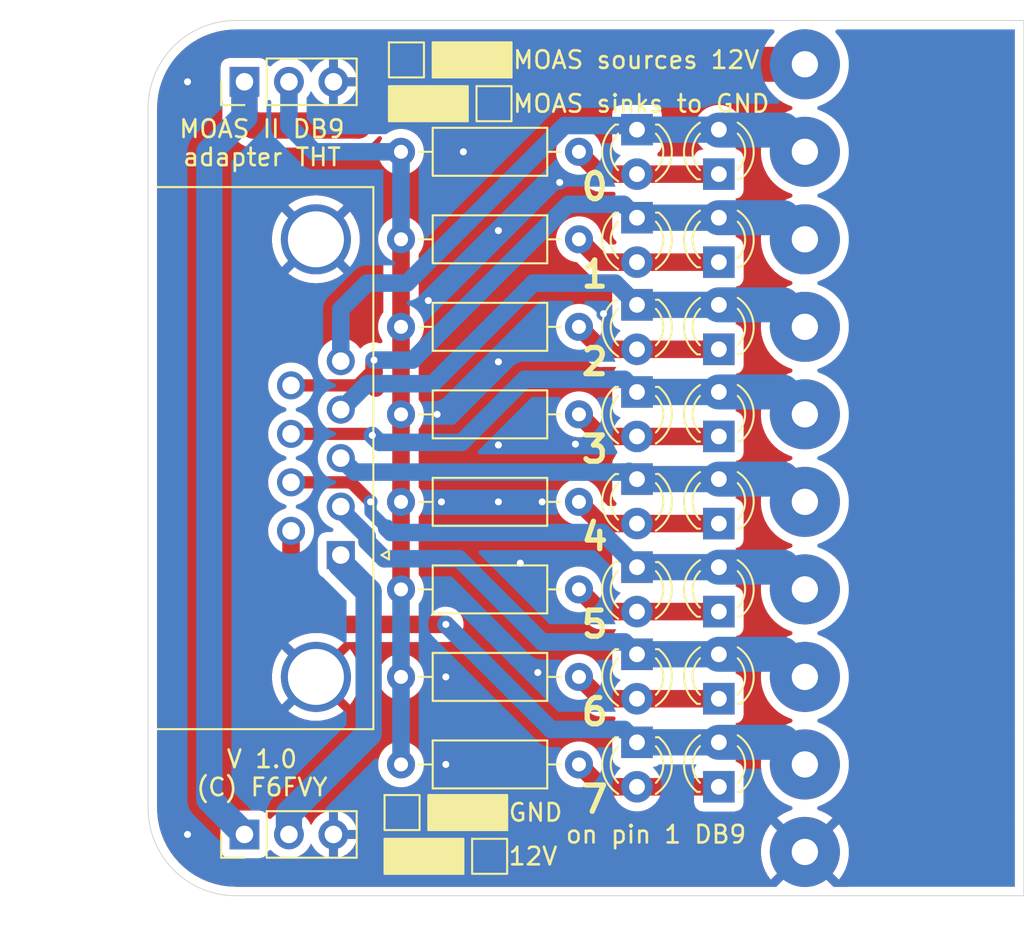
<source format=kicad_pcb>
(kicad_pcb (version 20200829) (generator pcbnew)

  (general
    (thickness 1.6)
  )

  (paper "A4")
  (layers
    (0 "F.Cu" signal)
    (31 "B.Cu" signal)
    (32 "B.Adhes" user)
    (33 "F.Adhes" user)
    (34 "B.Paste" user)
    (35 "F.Paste" user)
    (36 "B.SilkS" user)
    (37 "F.SilkS" user)
    (38 "B.Mask" user)
    (39 "F.Mask" user)
    (40 "Dwgs.User" user)
    (41 "Cmts.User" user)
    (42 "Eco1.User" user)
    (43 "Eco2.User" user)
    (44 "Edge.Cuts" user)
    (45 "Margin" user)
    (46 "B.CrtYd" user)
    (47 "F.CrtYd" user)
    (48 "B.Fab" user)
    (49 "F.Fab" user)
  )

  (setup
    (stackup
      (layer "F.SilkS" (type "Top Silk Screen"))
      (layer "F.Paste" (type "Top Solder Paste"))
      (layer "F.Mask" (type "Top Solder Mask") (color "Green") (thickness 0.01))
      (layer "F.Cu" (type "copper") (thickness 0.035))
      (layer "dielectric 1" (type "core") (thickness 1.51) (material "FR4") (epsilon_r 4.5) (loss_tangent 0.02))
      (layer "B.Cu" (type "copper") (thickness 0.035))
      (layer "B.Mask" (type "Bottom Solder Mask") (color "Green") (thickness 0.01))
      (layer "B.Paste" (type "Bottom Solder Paste"))
      (layer "B.SilkS" (type "Bottom Silk Screen"))
      (copper_finish "None")
      (dielectric_constraints no)
    )
    (pcbplotparams
      (layerselection 0x010f0_ffffffff)
      (usegerberextensions false)
      (usegerberattributes true)
      (usegerberadvancedattributes true)
      (creategerberjobfile true)
      (svguseinch false)
      (svgprecision 6)
      (excludeedgelayer true)
      (linewidth 0.100000)
      (plotframeref false)
      (viasonmask false)
      (mode 1)
      (useauxorigin false)
      (hpglpennumber 1)
      (hpglpenspeed 20)
      (hpglpendiameter 15.000000)
      (psnegative false)
      (psa4output false)
      (plotreference true)
      (plotvalue true)
      (plotinvisibletext false)
      (sketchpadsonfab false)
      (subtractmaskfromsilk false)
      (outputformat 1)
      (mirror false)
      (drillshape 0)
      (scaleselection 1)
      (outputdirectory "gerber")
    )
  )


  (net 0 "")
  (net 1 "Net-(D1-Pad2)")
  (net 2 "Net-(D1-Pad1)")
  (net 3 "Net-(D10-Pad1)")
  (net 4 "Net-(D10-Pad2)")
  (net 5 "Net-(D11-Pad1)")
  (net 6 "Net-(D11-Pad2)")
  (net 7 "Net-(D12-Pad1)")
  (net 8 "Net-(D12-Pad2)")
  (net 9 "Net-(D13-Pad1)")
  (net 10 "Net-(D13-Pad2)")
  (net 11 "Net-(D14-Pad1)")
  (net 12 "Net-(D14-Pad2)")
  (net 13 "Net-(D15-Pad1)")
  (net 14 "Net-(D15-Pad2)")
  (net 15 "Net-(D16-Pad1)")
  (net 16 "Net-(D16-Pad2)")
  (net 17 "+12V")
  (net 18 "GND")
  (net 19 "Net-(J11-Pad2)")
  (net 20 "Net-(J12-Pad2)")

  (module "LED_THT:LED_D3.0mm" (layer "F.Cu") (tedit 587A3A7B) (tstamp 0d0f25d0-8a53-4faa-810c-3647b5cb1096)
    (at 132.588 58.7756 90)
    (descr "LED, diameter 3.0mm, 2 pins")
    (tags "LED diameter 3.0mm 2 pins")
    (property "Sheet file" "E:/Mes documents/KiCad_v6_new_format/moas_ii_adapter_tht/moas_ii_adapter.kicad_sch")
    (property "Sheet name" "")
    (path "/b0b27498-f78b-4715-a6f0-65bcdbf08234")
    (attr smd)
    (fp_text reference "D9" (at 0 2) (layer "F.SilkS") hide
      (effects (font (size 0.8 0.8) (thickness 0.15)))
      (tstamp f3498668-2adc-4910-ad23-cc15235a7b20)
    )
    (fp_text value "LED" (at 0 1.65 90) (layer "F.Fab")
      (effects (font (size 1 1) (thickness 0.15)))
      (tstamp dc939a06-ce8e-480d-936e-f3f4341cbda7)
    )
    (fp_text user "${REFERENCE}" (at 0 0 90) (layer "F.Fab")
      (effects (font (size 0.5 0.5) (thickness 0.08)))
      (tstamp 7ff2c7d9-6a39-46e1-9fce-2a1f96094e9b)
    )
    (fp_line (start -0.29 1.08) (end -0.29 1.236) (layer "F.SilkS") (width 0.12) (tstamp 247728e2-b7f0-404d-a939-3d176b1b0c59))
    (fp_line (start -0.29 -1.236) (end -0.29 -1.08) (layer "F.SilkS") (width 0.12) (tstamp a9389870-b799-418a-b31e-dd87e25d2e44))
    (fp_arc (start 1.27 0) (end -0.29 -1.235516) (angle 108.8) (layer "F.SilkS") (width 0.12) (tstamp 50613f0d-f287-48d9-8097-fa607460fac1))
    (fp_arc (start 1.27 0) (end 0.229039 1.08) (angle -87.9) (layer "F.SilkS") (width 0.12) (tstamp 663d41e6-57ab-40f5-8316-7076537ed1c6))
    (fp_arc (start 1.27 0) (end -0.29 1.235516) (angle -108.8) (layer "F.SilkS") (width 0.12) (tstamp c524e6be-3bd1-419f-8a59-4bb8656cff0a))
    (fp_arc (start 1.27 0) (end 0.229039 -1.08) (angle 87.9) (layer "F.SilkS") (width 0.12) (tstamp ea125d70-03fa-46cf-b9e2-9c05ab55e9d4))
    (fp_line (start -1.15 -2.25) (end -1.15 2.25) (layer "F.CrtYd") (width 0.05) (tstamp 247fb458-4afa-43be-bacc-71bf7836ef84))
    (fp_line (start -1.15 2.25) (end 3.7 2.25) (layer "F.CrtYd") (width 0.05) (tstamp 4b34b5f8-74ae-41c3-8033-2c4a085cf631))
    (fp_line (start 3.7 2.25) (end 3.7 -2.25) (layer "F.CrtYd") (width 0.05) (tstamp 6ab452ab-0d98-4e80-b4c2-9562bb1b0244))
    (fp_line (start 3.7 -2.25) (end -1.15 -2.25) (layer "F.CrtYd") (width 0.05) (tstamp 84605179-f6ce-42ef-9a17-88be64b3e3e2))
    (fp_line (start -0.23 -1.16619) (end -0.23 1.16619) (layer "F.Fab") (width 0.1) (tstamp 0c0033e8-a1dd-4f08-a0db-7b641dd0b11b))
    (fp_arc (start 1.27 0) (end -0.23 -1.16619) (angle 284.3) (layer "F.Fab") (width 0.1) (tstamp 40e9a396-858a-4e53-9627-0baef4b2347d))
    (fp_circle (center 1.27 0) (end 2.77 0) (layer "F.Fab") (width 0.1) (tstamp 759f54a8-538b-4cfa-932c-6d22a9663c35))
    (pad "1" thru_hole rect (at 0 0 90) (size 1.8 1.8) (drill 0.9) (layers *.Cu *.Mask)
      (net 1 "Net-(D1-Pad2)") (pinfunction "K") (tstamp 182a7b6b-57be-40c1-91ec-78b3c8e17d94))
    (pad "2" thru_hole circle (at 2.54 0 90) (size 1.8 1.8) (drill 0.9) (layers *.Cu *.Mask)
      (net 2 "Net-(D1-Pad1)") (pinfunction "A") (tstamp e7dd52d7-5cbe-4115-8988-949c3345d1b8))
    (model "${KISYS3DMOD}/LED_THT.3dshapes/LED_D3.0mm.wrl"
      (offset (xyz 0 0 0))
      (scale (xyz 1 1 1))
      (rotate (xyz 0 0 0))
    )
  )

  (module "Resistor_THT:R_Axial_DIN0207_L6.3mm_D2.5mm_P10.16mm_Horizontal" (layer "F.Cu") (tedit 5AE5139B) (tstamp 11c48902-98f4-4bd6-8eed-a15f8b137394)
    (at 124.6 82.5 180)
    (descr "Resistor, Axial_DIN0207 series, Axial, Horizontal, pin pitch=10.16mm, 0.25W = 1/4W, length*diameter=6.3*2.5mm^2, http://cdn-reichelt.de/documents/datenblatt/B400/1_4W%23YAG.pdf")
    (tags "Resistor Axial_DIN0207 series Axial Horizontal pin pitch 10.16mm 0.25W = 1/4W length 6.3mm diameter 2.5mm")
    (property "Sheet file" "E:/Mes documents/KiCad_v6_new_format/moas_ii_adapter_tht/moas_ii_adapter.kicad_sch")
    (property "Sheet name" "")
    (path "/7e5d1ea9-2c60-4ec8-a073-af0610b7792a")
    (attr smd)
    (fp_text reference "R6" (at 0 -1.65) (layer "F.SilkS") hide
      (effects (font (size 1 1) (thickness 0.15)))
      (tstamp bae76e02-ea00-4697-82f1-d0e1ac3cc4fc)
    )
    (fp_text value "4k7" (at 0 1.65) (layer "F.Fab")
      (effects (font (size 1 1) (thickness 0.15)))
      (tstamp de876c1a-85e7-483f-9a8c-52c1fcc44f72)
    )
    (fp_text user "${REFERENCE}" (at 0 0) (layer "F.Fab")
      (effects (font (size 0.5 0.5) (thickness 0.08)))
      (tstamp 1710e604-e65a-4cd0-8790-6d0e8a312d25)
    )
    (fp_line (start 8.35 1.37) (end 8.35 -1.37) (layer "F.SilkS") (width 0.12) (tstamp 258657df-f979-4864-beff-42cee7b249cf))
    (fp_line (start 1.81 1.37) (end 8.35 1.37) (layer "F.SilkS") (width 0.12) (tstamp 50d27c40-950a-434d-aecc-dbcc91c50eeb))
    (fp_line (start 1.04 0) (end 1.81 0) (layer "F.SilkS") (width 0.12) (tstamp 5ded835d-9e45-49d6-982e-9458321fccc7))
    (fp_line (start 1.81 -1.37) (end 1.81 1.37) (layer "F.SilkS") (width 0.12) (tstamp 755ef814-e4ad-4947-b1c5-c1bba09ba478))
    (fp_line (start 9.12 0) (end 8.35 0) (layer "F.SilkS") (width 0.12) (tstamp 97f5f4ca-f287-48ee-8e52-2f2bd2e12900))
    (fp_line (start 8.35 -1.37) (end 1.81 -1.37) (layer "F.SilkS") (width 0.12) (tstamp f589f053-1215-4b9e-be75-cd7ce0769365))
    (fp_line (start 11.21 1.5) (end 11.21 -1.5) (layer "F.CrtYd") (width 0.05) (tstamp 1c6ca441-70ad-4154-b94b-50be6e5766cd))
    (fp_line (start 11.21 -1.5) (end -1.05 -1.5) (layer "F.CrtYd") (width 0.05) (tstamp 8218a934-a71b-4803-81e6-9f9690492fee))
    (fp_line (start -1.05 1.5) (end 11.21 1.5) (layer "F.CrtYd") (width 0.05) (tstamp b5fc9a66-5f77-404c-8c86-9d7190fa81cc))
    (fp_line (start -1.05 -1.5) (end -1.05 1.5) (layer "F.CrtYd") (width 0.05) (tstamp c4056b47-0e46-4c94-878b-c5c83f5ce259))
    (fp_line (start 1.93 -1.25) (end 1.93 1.25) (layer "F.Fab") (width 0.1) (tstamp 052c3952-59f9-4b2d-abf9-9a41cb4d664a))
    (fp_line (start 0 0) (end 1.93 0) (layer "F.Fab") (width 0.1) (tstamp 07b7f6b2-664b-470c-926a-d7eb1ba3cf1b))
    (fp_line (start 10.16 0) (end 8.23 0) (layer "F.Fab") (width 0.1) (tstamp 613ee3b4-9368-4981-9c83-e2594dcd174d))
    (fp_line (start 1.93 1.25) (end 8.23 1.25) (layer "F.Fab") (width 0.1) (tstamp 6de491a3-bcfa-4b93-8e7b-f2250fa4cb02))
    (fp_line (start 8.23 1.25) (end 8.23 -1.25) (layer "F.Fab") (width 0.1) (tstamp 70bc8aba-031d-432f-801f-8fc33f03b91b))
    (fp_line (start 8.23 -1.25) (end 1.93 -1.25) (layer "F.Fab") (width 0.1) (tstamp 8580eb73-55f7-4be9-88f7-7e6b40adf7c5))
    (pad "1" thru_hole circle (at 0 0 180) (size 1.6 1.6) (drill 0.8) (layers *.Cu *.Mask)
      (net 11 "Net-(D14-Pad1)") (tstamp f9a17108-6dfa-4a46-9bd2-3a7c8ebce8c5))
    (pad "2" thru_hole oval (at 10.16 0 180) (size 1.6 1.6) (drill 0.8) (layers *.Cu *.Mask)
      (net 19 "Net-(J11-Pad2)") (tstamp fc40b316-255a-4fe5-9ba7-de118cca054f))
    (model "${KISYS3DMOD}/Resistor_THT.3dshapes/R_Axial_DIN0207_L6.3mm_D2.5mm_P10.16mm_Horizontal.wrl"
      (offset (xyz 0 0 0))
      (scale (xyz 1 1 1))
      (rotate (xyz 0 0 0))
    )
  )

  (module "Connector_Wire:SolderWirePad_1x01_Drill1.5mm" (layer "F.Cu") (tedit 5AEE5EB3) (tstamp 1ee0c2f7-f004-45b8-9dbe-091f2d69fd0e)
    (at 137.5 77.5)
    (descr "Wire solder connection")
    (tags "connector")
    (property "Sheet file" "E:/Mes documents/KiCad_v6_new_format/moas_ii_adapter_tht/moas_ii_adapter.kicad_sch")
    (property "Sheet name" "")
    (path "/0a26f735-526c-45f1-bd26-2712ea874ba5")
    (attr exclude_from_pos_files)
    (fp_text reference "J6" (at 0 -3.81) (layer "F.SilkS") hide
      (effects (font (size 1 1) (thickness 0.15)))
      (tstamp f3ca778d-c40f-45f7-8a8f-983cb739cc7a)
    )
    (fp_text value "Conn_01x01" (at 0 3.81) (layer "F.Fab")
      (effects (font (size 1 1) (thickness 0.15)))
      (tstamp 46644c42-11e4-4d62-847c-f2a7882b7d31)
    )
    (fp_text user "${REFERENCE}" (at 0 0) (layer "F.Fab")
      (effects (font (size 1 1) (thickness 0.15)))
      (tstamp e5acdac4-bc6a-4a6d-8228-97ade2b90dae)
    )
    (fp_line (start -2.5 -2.5) (end 2.5 -2.5) (layer "F.CrtYd") (width 0.05) (tstamp 2e314a29-9770-488b-ae72-614b4f1eaf61))
    (fp_line (start 2.5 2.5) (end -2.5 2.5) (layer "F.CrtYd") (width 0.05) (tstamp 3cc1f880-2b9c-4a0a-a403-3874bf8ca0a3))
    (fp_line (start -2.5 -2.5) (end -2.5 2.5) (layer "F.CrtYd") (width 0.05) (tstamp 44acfe39-ccf5-41b3-a3ff-74f2ed19bec9))
    (fp_line (start 2.5 2.5) (end 2.5 -2.5) (layer "F.CrtYd") (width 0.05) (tstamp f897fa9f-73c2-442d-8d8e-0e773d46bc86))
    (pad "1" thru_hole circle (at 0 0) (size 4.0005 4.0005) (drill 1.50114) (layers *.Cu *.Mask)
      (net 10 "Net-(D13-Pad2)") (pinfunction "Pin_1") (tstamp e3dd6b01-1703-4aa7-adc4-ced0a37584b6))
  )

  (module "LED_THT:LED_D3.0mm" (layer "F.Cu") (tedit 587A3A7B) (tstamp 24bb9115-5315-4e30-9844-b19ceead282c)
    (at 132.588 83.7692 90)
    (descr "LED, diameter 3.0mm, 2 pins")
    (tags "LED diameter 3.0mm 2 pins")
    (property "Sheet file" "E:/Mes documents/KiCad_v6_new_format/moas_ii_adapter_tht/moas_ii_adapter.kicad_sch")
    (property "Sheet name" "")
    (path "/eb674d68-def8-43a7-81f9-6c092de0aecb")
    (attr smd)
    (fp_text reference "D14" (at 0 2.5 180) (layer "F.SilkS") hide
      (effects (font (size 0.8 0.8) (thickness 0.15)))
      (tstamp 16a884dc-f322-47bf-ac5e-80102872f8dd)
    )
    (fp_text value "LED" (at 0 1.65 90) (layer "F.Fab")
      (effects (font (size 1 1) (thickness 0.15)))
      (tstamp 90629d33-1617-4743-9370-8b9c7236ee58)
    )
    (fp_text user "${REFERENCE}" (at 0 0 90) (layer "F.Fab")
      (effects (font (size 0.5 0.5) (thickness 0.08)))
      (tstamp 4421600b-bc70-4794-b974-a7d4b6868a8f)
    )
    (fp_line (start -0.29 -1.236) (end -0.29 -1.08) (layer "F.SilkS") (width 0.12) (tstamp 80408459-3c8d-4576-a66f-a283193e7f2a))
    (fp_line (start -0.29 1.08) (end -0.29 1.236) (layer "F.SilkS") (width 0.12) (tstamp f236bb66-17e7-4578-ae63-5912fd4e1fa7))
    (fp_arc (start 1.27 0) (end -0.29 -1.235516) (angle 108.8) (layer "F.SilkS") (width 0.12) (tstamp 069090cc-fd9e-4648-8c1c-bb32b1aa6344))
    (fp_arc (start 1.27 0) (end -0.29 1.235516) (angle -108.8) (layer "F.SilkS") (width 0.12) (tstamp 0c0f77db-7e78-44bf-af9c-180a0a244020))
    (fp_arc (start 1.27 0) (end 0.229039 -1.08) (angle 87.9) (layer "F.SilkS") (width 0.12) (tstamp 52c50db8-4cc3-4ceb-845a-2f0c39e28185))
    (fp_arc (start 1.27 0) (end 0.229039 1.08) (angle -87.9) (layer "F.SilkS") (width 0.12) (tstamp 6a65d6d5-fea0-43b2-a83f-e728afe85d1f))
    (fp_line (start 3.7 2.25) (end 3.7 -2.25) (layer "F.CrtYd") (width 0.05) (tstamp 39eb6ba6-dff3-40fd-aea2-299b52824d67))
    (fp_line (start 3.7 -2.25) (end -1.15 -2.25) (layer "F.CrtYd") (width 0.05) (tstamp 5aa18c39-47c3-4513-ba91-b45f7f5ec101))
    (fp_line (start -1.15 2.25) (end 3.7 2.25) (layer "F.CrtYd") (width 0.05) (tstamp 73ce253c-047e-44d3-aa96-74fa2dde7c01))
    (fp_line (start -1.15 -2.25) (end -1.15 2.25) (layer "F.CrtYd") (width 0.05) (tstamp 8da4fd54-e963-4b7d-ba7a-94217d4c9bad))
    (fp_line (start -0.23 -1.16619) (end -0.23 1.16619) (layer "F.Fab") (width 0.1) (tstamp ce87df36-5c31-4959-a0b0-1efc89bbcea8))
    (fp_arc (start 1.27 0) (end -0.23 -1.16619) (angle 284.3) (layer "F.Fab") (width 0.1) (tstamp 245b2bb1-2208-4dd3-9a1d-7daba8a17c4f))
    (fp_circle (center 1.27 0) (end 2.77 0) (layer "F.Fab") (width 0.1) (tstamp c9559358-b6c4-4fe8-ac2e-d93b9f3d01a0))
    (pad "1" thru_hole rect (at 0 0 90) (size 1.8 1.8) (drill 0.9) (layers *.Cu *.Mask)
      (net 11 "Net-(D14-Pad1)") (pinfunction "K") (tstamp 738dea2e-5e87-40a8-8528-3ad802207d2e))
    (pad "2" thru_hole circle (at 2.54 0 90) (size 1.8 1.8) (drill 0.9) (layers *.Cu *.Mask)
      (net 12 "Net-(D14-Pad2)") (pinfunction "A") (tstamp a8caeea2-5f11-41de-9d8c-38bdf6e77a84))
    (model "${KISYS3DMOD}/LED_THT.3dshapes/LED_D3.0mm.wrl"
      (offset (xyz 0 0 0))
      (scale (xyz 1 1 1))
      (rotate (xyz 0 0 0))
    )
  )

  (module "Connector_Wire:SolderWirePad_1x01_Drill1.5mm" (layer "F.Cu") (tedit 5AEE5EB3) (tstamp 39e517ef-4124-4f73-bfb5-ebf1dbe8cf59)
    (at 137.5 52.5)
    (descr "Wire solder connection")
    (tags "connector")
    (property "Sheet file" "E:/Mes documents/KiCad_v6_new_format/moas_ii_adapter_tht/moas_ii_adapter.kicad_sch")
    (property "Sheet name" "")
    (path "/32459ae9-089d-4c74-9824-124ed41253dc")
    (attr exclude_from_pos_files)
    (fp_text reference "J1" (at 0 -3.81) (layer "F.SilkS") hide
      (effects (font (size 1 1) (thickness 0.15)))
      (tstamp d8eeba2b-d841-45dc-bd99-e1f9e27f361d)
    )
    (fp_text value "Conn_01x01" (at 0 3.81) (layer "F.Fab")
      (effects (font (size 1 1) (thickness 0.15)))
      (tstamp 8e6a7e2b-826b-4d80-ab82-c2b39a6cbb41)
    )
    (fp_text user "${REFERENCE}" (at 0 0) (layer "F.Fab")
      (effects (font (size 1 1) (thickness 0.15)))
      (tstamp fe95db23-031d-4055-9b07-b40b25b2bf4d)
    )
    (fp_line (start 2.5 2.5) (end -2.5 2.5) (layer "F.CrtYd") (width 0.05) (tstamp 08d53f44-82d4-4a8d-be07-69ead0b609d6))
    (fp_line (start -2.5 -2.5) (end 2.5 -2.5) (layer "F.CrtYd") (width 0.05) (tstamp 381332af-6ced-40e7-8199-b6f27a011944))
    (fp_line (start 2.5 2.5) (end 2.5 -2.5) (layer "F.CrtYd") (width 0.05) (tstamp 3c346348-8800-4df8-9463-43eb3af7911f))
    (fp_line (start -2.5 -2.5) (end -2.5 2.5) (layer "F.CrtYd") (width 0.05) (tstamp 64b8f4cb-4234-444e-ba2f-02320e57e530))
    (pad "1" thru_hole circle (at 0 0) (size 4.0005 4.0005) (drill 1.50114) (layers *.Cu *.Mask)
      (net 17 "+12V") (pinfunction "Pin_1") (tstamp 619de0ba-ec92-4fae-8751-1a14248b8eb8))
  )

  (module "LED_THT:LED_D3.0mm" (layer "F.Cu") (tedit 587A3A7B) (tstamp 3e86b699-06e6-4317-93ef-db7aed2f27bd)
    (at 127.9144 91.2368 -90)
    (descr "LED, diameter 3.0mm, 2 pins")
    (tags "LED diameter 3.0mm 2 pins")
    (property "Sheet file" "E:/Mes documents/KiCad_v6_new_format/moas_ii_adapter_tht/moas_ii_adapter.kicad_sch")
    (property "Sheet name" "")
    (path "/6eb84a88-da82-47f6-ac11-ea22d4288e5a")
    (attr smd)
    (fp_text reference "D8" (at 0 2 180) (layer "F.SilkS") hide
      (effects (font (size 0.8 0.8) (thickness 0.15)))
      (tstamp 1dbf4044-3a0f-4d5c-b6f9-c804898a08d5)
    )
    (fp_text value "LED" (at 0 1.65 90) (layer "F.Fab")
      (effects (font (size 1 1) (thickness 0.15)))
      (tstamp 4ab270be-0562-46be-b7d2-efbad4447b31)
    )
    (fp_text user "${REFERENCE}" (at 0 0 90) (layer "F.Fab")
      (effects (font (size 0.5 0.5) (thickness 0.08)))
      (tstamp 9a1b2fbb-9779-4bb3-9e1a-0656cb09ae9b)
    )
    (fp_line (start -0.29 -1.236) (end -0.29 -1.08) (layer "F.SilkS") (width 0.12) (tstamp ef77467e-7aa3-47ae-bc6a-a67b89501560))
    (fp_line (start -0.29 1.08) (end -0.29 1.236) (layer "F.SilkS") (width 0.12) (tstamp fcc9de2c-4647-4b1c-bcb8-b4116f587f3c))
    (fp_arc (start 1.27 0) (end -0.29 1.235516) (angle -108.8) (layer "F.SilkS") (width 0.12) (tstamp 1b3bd517-ad1f-421f-ab4a-ff325df9fd0b))
    (fp_arc (start 1.27 0) (end 0.229039 -1.08) (angle 87.9) (layer "F.SilkS") (width 0.12) (tstamp 1cea0ad6-c3d3-4f6c-a717-6c022d4d4362))
    (fp_arc (start 1.27 0) (end 0.229039 1.08) (angle -87.9) (layer "F.SilkS") (width 0.12) (tstamp afc38452-6227-4508-9772-4f0d8b83cfb5))
    (fp_arc (start 1.27 0) (end -0.29 -1.235516) (angle 108.8) (layer "F.SilkS") (width 0.12) (tstamp f2fc3cc8-3de1-42ff-a754-f9f128e48219))
    (fp_line (start -1.15 -2.25) (end -1.15 2.25) (layer "F.CrtYd") (width 0.05) (tstamp 774cc0da-2d33-48f1-9e5c-9a1efcf1b35f))
    (fp_line (start 3.7 2.25) (end 3.7 -2.25) (layer "F.CrtYd") (width 0.05) (tstamp 876e7090-f5c2-4311-bdc2-c68b06a2cb6c))
    (fp_line (start -1.15 2.25) (end 3.7 2.25) (layer "F.CrtYd") (width 0.05) (tstamp 882aa6ea-27d3-4cdb-b9d3-44aabeedeb50))
    (fp_line (start 3.7 -2.25) (end -1.15 -2.25) (layer "F.CrtYd") (width 0.05) (tstamp bc7a23cb-9181-400c-b869-d6f95a6718e0))
    (fp_line (start -0.23 -1.16619) (end -0.23 1.16619) (layer "F.Fab") (width 0.1) (tstamp 570d6a4c-f29b-408d-8c9a-608a65903dff))
    (fp_arc (start 1.27 0) (end -0.23 -1.16619) (angle 284.3) (layer "F.Fab") (width 0.1) (tstamp 1794ecdf-b7bb-480d-b94f-3bb0cc189f3e))
    (fp_circle (center 1.27 0) (end 2.77 0) (layer "F.Fab") (width 0.1) (tstamp 3cf41b1e-135c-4f34-849c-00e598964652))
    (pad "1" thru_hole rect (at 0 0 270) (size 1.8 1.8) (drill 0.9) (layers *.Cu *.Mask)
      (net 16 "Net-(D16-Pad2)") (pinfunction "K") (tstamp b230e65c-aa5c-40ad-9e97-8623cef10ea2))
    (pad "2" thru_hole circle (at 2.54 0 270) (size 1.8 1.8) (drill 0.9) (layers *.Cu *.Mask)
      (net 15 "Net-(D16-Pad1)") (pinfunction "A") (tstamp c3cdae7d-59e2-4ab9-896f-ef2f811eddba))
    (model "${KISYS3DMOD}/LED_THT.3dshapes/LED_D3.0mm.wrl"
      (offset (xyz 0 0 0))
      (scale (xyz 1 1 1))
      (rotate (xyz 0 0 0))
    )
  )

  (module "LED_THT:LED_D3.0mm" (layer "F.Cu") (tedit 587A3A7B) (tstamp 43a296da-9651-4a8c-925c-f2bbdd186717)
    (at 132.588 73.7616 90)
    (descr "LED, diameter 3.0mm, 2 pins")
    (tags "LED diameter 3.0mm 2 pins")
    (property "Sheet file" "E:/Mes documents/KiCad_v6_new_format/moas_ii_adapter_tht/moas_ii_adapter.kicad_sch")
    (property "Sheet name" "")
    (path "/187cab27-20ed-46d3-a934-e28879efd801")
    (attr smd)
    (fp_text reference "D12" (at 0 2.5 180) (layer "F.SilkS") hide
      (effects (font (size 0.8 0.8) (thickness 0.15)))
      (tstamp d0480fb6-c8a8-426d-834b-dbf7c703ee30)
    )
    (fp_text value "LED" (at 0 1.65 90) (layer "F.Fab")
      (effects (font (size 1 1) (thickness 0.15)))
      (tstamp e09fb852-3b73-4cbe-92c2-bb970e45f467)
    )
    (fp_text user "${REFERENCE}" (at 0 0 90) (layer "F.Fab")
      (effects (font (size 0.5 0.5) (thickness 0.08)))
      (tstamp 99075b96-5131-495a-a20d-9d721da639a3)
    )
    (fp_line (start -0.29 1.08) (end -0.29 1.236) (layer "F.SilkS") (width 0.12) (tstamp 25641019-c96c-4288-a24b-9d8bbf590b12))
    (fp_line (start -0.29 -1.236) (end -0.29 -1.08) (layer "F.SilkS") (width 0.12) (tstamp 8a99be8e-97cf-4c9b-85be-af304184a1c9))
    (fp_arc (start 1.27 0) (end 0.229039 1.08) (angle -87.9) (layer "F.SilkS") (width 0.12) (tstamp 042b6fc0-181d-4f6c-9865-d098241c80bf))
    (fp_arc (start 1.27 0) (end -0.29 1.235516) (angle -108.8) (layer "F.SilkS") (width 0.12) (tstamp 219e810e-7a91-4d98-88cb-2738993115c2))
    (fp_arc (start 1.27 0) (end -0.29 -1.235516) (angle 108.8) (layer "F.SilkS") (width 0.12) (tstamp 8bef91d6-4a14-4c6d-8d38-5fad38c1c590))
    (fp_arc (start 1.27 0) (end 0.229039 -1.08) (angle 87.9) (layer "F.SilkS") (width 0.12) (tstamp 943fcd5a-e3aa-4a24-a574-e81805e63d5a))
    (fp_line (start 3.7 -2.25) (end -1.15 -2.25) (layer "F.CrtYd") (width 0.05) (tstamp 1b9fde57-a8b9-4c85-a372-f87e00dc2b9a))
    (fp_line (start -1.15 -2.25) (end -1.15 2.25) (layer "F.CrtYd") (width 0.05) (tstamp 5638b3f0-88e4-4a63-8cc3-1d6632a48e92))
    (fp_line (start 3.7 2.25) (end 3.7 -2.25) (layer "F.CrtYd") (width 0.05) (tstamp 6e3fb41a-5893-47c7-a8fd-323ab4d8fa02))
    (fp_line (start -1.15 2.25) (end 3.7 2.25) (layer "F.CrtYd") (width 0.05) (tstamp ea3a97e9-328b-403c-aa81-48189982feab))
    (fp_line (start -0.23 -1.16619) (end -0.23 1.16619) (layer "F.Fab") (width 0.1) (tstamp 5a72b629-caf7-46f3-81af-12a329678c24))
    (fp_arc (start 1.27 0) (end -0.23 -1.16619) (angle 284.3) (layer "F.Fab") (width 0.1) (tstamp 9ab27b98-b878-4172-ad07-9ada4c9c385e))
    (fp_circle (center 1.27 0) (end 2.77 0) (layer "F.Fab") (width 0.1) (tstamp cfdb159d-5413-4653-9cba-c2ccd1a6a6ae))
    (pad "1" thru_hole rect (at 0 0 90) (size 1.8 1.8) (drill 0.9) (layers *.Cu *.Mask)
      (net 7 "Net-(D12-Pad1)") (pinfunction "K") (tstamp 7dd2e807-6c02-4fc3-b278-498834e3b463))
    (pad "2" thru_hole circle (at 2.54 0 90) (size 1.8 1.8) (drill 0.9) (layers *.Cu *.Mask)
      (net 8 "Net-(D12-Pad2)") (pinfunction "A") (tstamp f08f4c0d-c093-4ef1-98ac-134f00a3a6a2))
    (model "${KISYS3DMOD}/LED_THT.3dshapes/LED_D3.0mm.wrl"
      (offset (xyz 0 0 0))
      (scale (xyz 1 1 1))
      (rotate (xyz 0 0 0))
    )
  )

  (module "LED_THT:LED_D3.0mm" (layer "F.Cu") (tedit 587A3A7B) (tstamp 4e79b18d-6762-4c11-a610-c9f07a51aa18)
    (at 127.9144 71.2216 -90)
    (descr "LED, diameter 3.0mm, 2 pins")
    (tags "LED diameter 3.0mm 2 pins")
    (property "Sheet file" "E:/Mes documents/KiCad_v6_new_format/moas_ii_adapter_tht/moas_ii_adapter.kicad_sch")
    (property "Sheet name" "")
    (path "/42e53055-ea51-4eb1-bf0b-ec7467abc482")
    (attr smd)
    (fp_text reference "D4" (at 0 2 180) (layer "F.SilkS") hide
      (effects (font (size 0.8 0.8) (thickness 0.15)))
      (tstamp 2d2ffcc5-2aa9-4c8d-acd7-1bb058560a56)
    )
    (fp_text value "LED" (at 0 1.65 90) (layer "F.Fab")
      (effects (font (size 1 1) (thickness 0.15)))
      (tstamp e63907e4-0307-45d1-b163-4dfc1978775d)
    )
    (fp_text user "${REFERENCE}" (at 0 0 90) (layer "F.Fab")
      (effects (font (size 0.5 0.5) (thickness 0.08)))
      (tstamp e11496e1-5650-4385-b4d5-1b5117e7f5d6)
    )
    (fp_line (start -0.29 1.08) (end -0.29 1.236) (layer "F.SilkS") (width 0.12) (tstamp ac445d16-b3c3-4848-a20f-0f5711a9515e))
    (fp_line (start -0.29 -1.236) (end -0.29 -1.08) (layer "F.SilkS") (width 0.12) (tstamp d216361b-0625-468a-9d20-9d4a4844acf4))
    (fp_arc (start 1.27 0) (end 0.229039 1.08) (angle -87.9) (layer "F.SilkS") (width 0.12) (tstamp 4e369ce2-80a9-4de6-95a8-f54a8646f74c))
    (fp_arc (start 1.27 0) (end -0.29 1.235516) (angle -108.8) (layer "F.SilkS") (width 0.12) (tstamp 813ac361-1d81-4dfd-814e-192ad11b2089))
    (fp_arc (start 1.27 0) (end 0.229039 -1.08) (angle 87.9) (layer "F.SilkS") (width 0.12) (tstamp a2b2d89c-ee35-4b08-82ba-9d6d0d27fc95))
    (fp_arc (start 1.27 0) (end -0.29 -1.235516) (angle 108.8) (layer "F.SilkS") (width 0.12) (tstamp ea9fe2dd-471d-4aff-8167-5bc8ccb73872))
    (fp_line (start -1.15 2.25) (end 3.7 2.25) (layer "F.CrtYd") (width 0.05) (tstamp 569304e4-0231-4439-8a9c-4ffaa7923964))
    (fp_line (start -1.15 -2.25) (end -1.15 2.25) (layer "F.CrtYd") (width 0.05) (tstamp 57ff9408-bb2b-4089-a01e-44b5d2f9f887))
    (fp_line (start 3.7 -2.25) (end -1.15 -2.25) (layer "F.CrtYd") (width 0.05) (tstamp 7e098a52-f187-49f8-ad8d-ddf1729f0a97))
    (fp_line (start 3.7 2.25) (end 3.7 -2.25) (layer "F.CrtYd") (width 0.05) (tstamp bc084195-6675-4ad1-875f-27ce44f90768))
    (fp_line (start -0.23 -1.16619) (end -0.23 1.16619) (layer "F.Fab") (width 0.1) (tstamp adbc2175-4c09-413c-88e8-68aa38603b04))
    (fp_arc (start 1.27 0) (end -0.23 -1.16619) (angle 284.3) (layer "F.Fab") (width 0.1) (tstamp f3becf0b-4446-4b92-b2ac-b200e7321bb9))
    (fp_circle (center 1.27 0) (end 2.77 0) (layer "F.Fab") (width 0.1) (tstamp 641ccbf9-7503-438b-9198-4a4700ff3d48))
    (pad "1" thru_hole rect (at 0 0 270) (size 1.8 1.8) (drill 0.9) (layers *.Cu *.Mask)
      (net 8 "Net-(D12-Pad2)") (pinfunction "K") (tstamp 6648e21b-4ae9-49cd-b9d5-2fbb68b33144))
    (pad "2" thru_hole circle (at 2.54 0 270) (size 1.8 1.8) (drill 0.9) (layers *.Cu *.Mask)
      (net 7 "Net-(D12-Pad1)") (pinfunction "A") (tstamp b6eee0fd-0011-4d7a-a1c7-e0f6188c0982))
    (model "${KISYS3DMOD}/LED_THT.3dshapes/LED_D3.0mm.wrl"
      (offset (xyz 0 0 0))
      (scale (xyz 1 1 1))
      (rotate (xyz 0 0 0))
    )
  )

  (module "Connector_Wire:SolderWirePad_1x01_Drill1.5mm" (layer "F.Cu") (tedit 5AEE5EB3) (tstamp 5d764442-9455-4272-af76-8fb8002a0d0e)
    (at 137.5 87.5)
    (descr "Wire solder connection")
    (tags "connector")
    (property "Sheet file" "E:/Mes documents/KiCad_v6_new_format/moas_ii_adapter_tht/moas_ii_adapter.kicad_sch")
    (property "Sheet name" "")
    (path "/1b3add66-3027-40fe-8426-e8d87b3062db")
    (attr exclude_from_pos_files)
    (fp_text reference "J8" (at 0 -3.81) (layer "F.SilkS") hide
      (effects (font (size 1 1) (thickness 0.15)))
      (tstamp 6d2f6ca0-66e7-46a1-b7b9-7a049de8f987)
    )
    (fp_text value "Conn_01x01" (at 0 3.81) (layer "F.Fab")
      (effects (font (size 1 1) (thickness 0.15)))
      (tstamp 7e7b41b0-880f-48e6-a5b7-1cdc01f25d91)
    )
    (fp_text user "${REFERENCE}" (at 0 0) (layer "F.Fab")
      (effects (font (size 1 1) (thickness 0.15)))
      (tstamp 331506c6-6376-4605-ac09-342277ac35e3)
    )
    (fp_line (start 2.5 2.5) (end -2.5 2.5) (layer "F.CrtYd") (width 0.05) (tstamp 09a872e9-3bdc-4ce2-89ea-1957562e76f8))
    (fp_line (start -2.5 -2.5) (end 2.5 -2.5) (layer "F.CrtYd") (width 0.05) (tstamp 6b12c7f3-99c8-4195-865d-0d1e963111ad))
    (fp_line (start -2.5 -2.5) (end -2.5 2.5) (layer "F.CrtYd") (width 0.05) (tstamp c5c6f7fc-5765-46d0-b23f-a87a69f49e1e))
    (fp_line (start 2.5 2.5) (end 2.5 -2.5) (layer "F.CrtYd") (width 0.05) (tstamp fc310546-8597-47f8-8e7e-15ec15d61aff))
    (pad "1" thru_hole circle (at 0 0) (size 4.0005 4.0005) (drill 1.50114) (layers *.Cu *.Mask)
      (net 14 "Net-(D15-Pad2)") (pinfunction "Pin_1") (tstamp 220aafcb-bce5-4259-9890-2ef2ef112fa4))
  )

  (module "Resistor_THT:R_Axial_DIN0207_L6.3mm_D2.5mm_P10.16mm_Horizontal" (layer "F.Cu") (tedit 5AE5139B) (tstamp 60235c2a-7187-4276-8147-d1baf50409a1)
    (at 124.6 92.5 180)
    (descr "Resistor, Axial_DIN0207 series, Axial, Horizontal, pin pitch=10.16mm, 0.25W = 1/4W, length*diameter=6.3*2.5mm^2, http://cdn-reichelt.de/documents/datenblatt/B400/1_4W%23YAG.pdf")
    (tags "Resistor Axial_DIN0207 series Axial Horizontal pin pitch 10.16mm 0.25W = 1/4W length 6.3mm diameter 2.5mm")
    (property "Sheet file" "E:/Mes documents/KiCad_v6_new_format/moas_ii_adapter_tht/moas_ii_adapter.kicad_sch")
    (property "Sheet name" "")
    (path "/0110e6a8-4696-4bbd-b53e-e4902f5fb89a")
    (attr smd)
    (fp_text reference "R8" (at 0 -1.65) (layer "F.SilkS") hide
      (effects (font (size 1 1) (thickness 0.15)))
      (tstamp 3452067e-481f-4b18-b72c-dc137ccf6350)
    )
    (fp_text value "4k7" (at 0 1.65) (layer "F.Fab")
      (effects (font (size 1 1) (thickness 0.15)))
      (tstamp 96a8151b-8c9c-47a0-b4fd-751974ac5bdc)
    )
    (fp_text user "${REFERENCE}" (at 0 0) (layer "F.Fab")
      (effects (font (size 0.5 0.5) (thickness 0.08)))
      (tstamp 6778bb02-f76f-4ab2-bf54-aec49e81a04f)
    )
    (fp_line (start 1.81 -1.37) (end 1.81 1.37) (layer "F.SilkS") (width 0.12) (tstamp 06300dba-d4d9-4d80-8d5e-d42d6d4eabfd))
    (fp_line (start 8.35 1.37) (end 8.35 -1.37) (layer "F.SilkS") (width 0.12) (tstamp 391b1cca-496f-4ab9-a82b-1e64d9e0ef11))
    (fp_line (start 8.35 -1.37) (end 1.81 -1.37) (layer "F.SilkS") (width 0.12) (tstamp 3f251946-5aa1-4b21-a8b4-3a3dcdfbdaa3))
    (fp_line (start 1.81 1.37) (end 8.35 1.37) (layer "F.SilkS") (width 0.12) (tstamp 4ce1de65-0cc8-49be-ac8f-8108a665613a))
    (fp_line (start 1.04 0) (end 1.81 0) (layer "F.SilkS") (width 0.12) (tstamp 7a4a5729-b660-47ab-b496-4b84e616b87b))
    (fp_line (start 9.12 0) (end 8.35 0) (layer "F.SilkS") (width 0.12) (tstamp b76391d2-e1a3-405a-88d6-dc41b06fc1c1))
    (fp_line (start -1.05 1.5) (end 11.21 1.5) (layer "F.CrtYd") (width 0.05) (tstamp 07b54c14-0779-4ccd-87da-82aef9ecb148))
    (fp_line (start 11.21 1.5) (end 11.21 -1.5) (layer "F.CrtYd") (width 0.05) (tstamp 25bff963-e8b0-4734-8649-903318e6a86b))
    (fp_line (start 11.21 -1.5) (end -1.05 -1.5) (layer "F.CrtYd") (width 0.05) (tstamp 3e3368b5-a588-4050-a2b5-4a35843b51c5))
    (fp_line (start -1.05 -1.5) (end -1.05 1.5) (layer "F.CrtYd") (width 0.05) (tstamp 9fa34e8a-a341-42bc-8d2e-e9e6b9b209b8))
    (fp_line (start 0 0) (end 1.93 0) (layer "F.Fab") (width 0.1) (tstamp 2f9d3773-1531-4e8d-a160-52995f469f8e))
    (fp_line (start 8.23 1.25) (end 8.23 -1.25) (layer "F.Fab") (width 0.1) (tstamp 4f8f4d85-195d-4144-9626-00f59a9cfe60))
    (fp_line (start 1.93 -1.25) (end 1.93 1.25) (layer "F.Fab") (width 0.1) (tstamp 985c56ae-8063-4b1e-b2c8-3de04b2eb9ab))
    (fp_line (start 1.93 1.25) (end 8.23 1.25) (layer "F.Fab") (width 0.1) (tstamp c3f303d2-2aac-4f51-9681-da90be3a3dd4))
    (fp_line (start 8.23 -1.25) (end 1.93 -1.25) (layer "F.Fab") (width 0.1) (tstamp e066e931-ae7c-4190-83e1-e50613249196))
    (fp_line (start 10.16 0) (end 8.23 0) (layer "F.Fab") (width 0.1) (tstamp f25b3fe0-a5f4-4223-9c98-74aa51a7f3bd))
    (pad "1" thru_hole circle (at 0 0 180) (size 1.6 1.6) (drill 0.8) (layers *.Cu *.Mask)
      (net 15 "Net-(D16-Pad1)") (tstamp 678692f1-5a71-406f-90cc-ed38e5aadd66))
    (pad "2" thru_hole oval (at 10.16 0 180) (size 1.6 1.6) (drill 0.8) (layers *.Cu *.Mask)
      (net 19 "Net-(J11-Pad2)") (tstamp 8d5bdb86-17df-4f48-b8c8-8096dcfcc414))
    (model "${KISYS3DMOD}/Resistor_THT.3dshapes/R_Axial_DIN0207_L6.3mm_D2.5mm_P10.16mm_Horizontal.wrl"
      (offset (xyz 0 0 0))
      (scale (xyz 1 1 1))
      (rotate (xyz 0 0 0))
    )
  )

  (module "LED_THT:LED_D3.0mm" (layer "F.Cu") (tedit 587A3A7B) (tstamp 67b987b7-51d5-4feb-b966-87ef873b09c5)
    (at 132.588 78.74 90)
    (descr "LED, diameter 3.0mm, 2 pins")
    (tags "LED diameter 3.0mm 2 pins")
    (property "Sheet file" "E:/Mes documents/KiCad_v6_new_format/moas_ii_adapter_tht/moas_ii_adapter.kicad_sch")
    (property "Sheet name" "")
    (path "/85dcfe42-6262-4061-a87c-ebff4d804d7f")
    (attr smd)
    (fp_text reference "D13" (at 0 2.5 180) (layer "F.SilkS") hide
      (effects (font (size 0.8 0.8) (thickness 0.15)))
      (tstamp 761ebd02-d24a-4fc5-ad8f-d40d92d994d8)
    )
    (fp_text value "LED" (at 0 1.65 90) (layer "F.Fab")
      (effects (font (size 1 1) (thickness 0.15)))
      (tstamp 4ece72ac-7021-4db9-8878-8658e04a9cc5)
    )
    (fp_text user "${REFERENCE}" (at 0 0 90) (layer "F.Fab")
      (effects (font (size 0.5 0.5) (thickness 0.08)))
      (tstamp 3c0068ad-c9d1-4ed6-a315-73045470c1b9)
    )
    (fp_line (start -0.29 -1.236) (end -0.29 -1.08) (layer "F.SilkS") (width 0.12) (tstamp 603be3dd-a198-49c5-a70d-b0af6bbcfd3f))
    (fp_line (start -0.29 1.08) (end -0.29 1.236) (layer "F.SilkS") (width 0.12) (tstamp ace96384-3e5b-4e98-a15d-96a525151018))
    (fp_arc (start 1.27 0) (end -0.29 1.235516) (angle -108.8) (layer "F.SilkS") (width 0.12) (tstamp 049d69c0-ae75-4bdd-ba73-cf8be86adde7))
    (fp_arc (start 1.27 0) (end 0.229039 -1.08) (angle 87.9) (layer "F.SilkS") (width 0.12) (tstamp 19e18e8b-fe0e-4268-85d2-24eb5bfed9c5))
    (fp_arc (start 1.27 0) (end -0.29 -1.235516) (angle 108.8) (layer "F.SilkS") (width 0.12) (tstamp b2f85e4d-74b6-44c8-aa2b-f2cdf65fa6fe))
    (fp_arc (start 1.27 0) (end 0.229039 1.08) (angle -87.9) (layer "F.SilkS") (width 0.12) (tstamp b43bbad8-275c-4136-aedf-72059fe46263))
    (fp_line (start -1.15 -2.25) (end -1.15 2.25) (layer "F.CrtYd") (width 0.05) (tstamp 179b67cc-db3f-41db-bc42-67276178811b))
    (fp_line (start 3.7 -2.25) (end -1.15 -2.25) (layer "F.CrtYd") (width 0.05) (tstamp 7482bcc0-6341-4271-a67a-b56cc977b56f))
    (fp_line (start 3.7 2.25) (end 3.7 -2.25) (layer "F.CrtYd") (width 0.05) (tstamp 76043d70-5d6a-498b-9e5a-8ce7e39ea7c8))
    (fp_line (start -1.15 2.25) (end 3.7 2.25) (layer "F.CrtYd") (width 0.05) (tstamp da7a2c77-66b7-4de0-afa0-84ce5af5b69d))
    (fp_line (start -0.23 -1.16619) (end -0.23 1.16619) (layer "F.Fab") (width 0.1) (tstamp 18a7bb48-5218-49e3-8783-2e3299b551c5))
    (fp_arc (start 1.27 0) (end -0.23 -1.16619) (angle 284.3) (layer "F.Fab") (width 0.1) (tstamp 28ce5db2-52ed-4c44-8043-69bb50db4de4))
    (fp_circle (center 1.27 0) (end 2.77 0) (layer "F.Fab") (width 0.1) (tstamp 41d9348e-0783-4ae9-b668-022ec2bbffbc))
    (pad "1" thru_hole rect (at 0 0 90) (size 1.8 1.8) (drill 0.9) (layers *.Cu *.Mask)
      (net 9 "Net-(D13-Pad1)") (pinfunction "K") (tstamp 2cf6db45-3558-4fe1-95ec-21e54085f5c5))
    (pad "2" thru_hole circle (at 2.54 0 90) (size 1.8 1.8) (drill 0.9) (layers *.Cu *.Mask)
      (net 10 "Net-(D13-Pad2)") (pinfunction "A") (tstamp 1749edd6-6683-4bd2-8c15-f4dd9cb702b2))
    (model "${KISYS3DMOD}/LED_THT.3dshapes/LED_D3.0mm.wrl"
      (offset (xyz 0 0 0))
      (scale (xyz 1 1 1))
      (rotate (xyz 0 0 0))
    )
  )

  (module "LED_THT:LED_D3.0mm" (layer "F.Cu") (tedit 587A3A7B) (tstamp 6c4c4ec7-0e9a-4d19-bb42-94313ddc1927)
    (at 127.9144 66.2432 -90)
    (descr "LED, diameter 3.0mm, 2 pins")
    (tags "LED diameter 3.0mm 2 pins")
    (property "Sheet file" "E:/Mes documents/KiCad_v6_new_format/moas_ii_adapter_tht/moas_ii_adapter.kicad_sch")
    (property "Sheet name" "")
    (path "/0149c4e7-2bff-44f7-b422-79030eded977")
    (attr smd)
    (fp_text reference "D3" (at 0 2 180) (layer "F.SilkS") hide
      (effects (font (size 0.8 0.8) (thickness 0.15)))
      (tstamp 5808ea71-4ade-48d3-8445-a5b4d7826fca)
    )
    (fp_text value "LED" (at 0 1.65 90) (layer "F.Fab")
      (effects (font (size 1 1) (thickness 0.15)))
      (tstamp a960ef11-0af3-424e-9790-740bdd864ca0)
    )
    (fp_text user "${REFERENCE}" (at 0 0 90) (layer "F.Fab")
      (effects (font (size 0.5 0.5) (thickness 0.08)))
      (tstamp f2a1f3af-0ea8-4978-950b-4a8fb6bc360f)
    )
    (fp_line (start -0.29 1.08) (end -0.29 1.236) (layer "F.SilkS") (width 0.12) (tstamp 098f1d9f-e893-4a76-934b-fa6b62d76a71))
    (fp_line (start -0.29 -1.236) (end -0.29 -1.08) (layer "F.SilkS") (width 0.12) (tstamp a58b47ea-d4d9-439a-8258-a1315d8de9cb))
    (fp_arc (start 1.27 0) (end 0.229039 -1.08) (angle 87.9) (layer "F.SilkS") (width 0.12) (tstamp 0a00baa0-6e02-481f-baf5-447e0e361e18))
    (fp_arc (start 1.27 0) (end -0.29 1.235516) (angle -108.8) (layer "F.SilkS") (width 0.12) (tstamp bf281aee-dbb4-434c-820d-ef56e67e602d))
    (fp_arc (start 1.27 0) (end 0.229039 1.08) (angle -87.9) (layer "F.SilkS") (width 0.12) (tstamp c7d2e4d0-5653-4b92-abf4-4b7f0b58fe80))
    (fp_arc (start 1.27 0) (end -0.29 -1.235516) (angle 108.8) (layer "F.SilkS") (width 0.12) (tstamp e33b564e-eed6-4625-96ec-997375aa4494))
    (fp_line (start -1.15 -2.25) (end -1.15 2.25) (layer "F.CrtYd") (width 0.05) (tstamp 07cd0735-751b-4b5f-a0d6-e4cdf68c9070))
    (fp_line (start -1.15 2.25) (end 3.7 2.25) (layer "F.CrtYd") (width 0.05) (tstamp 19f369ff-e53a-426d-9822-b248a92aa82b))
    (fp_line (start 3.7 -2.25) (end -1.15 -2.25) (layer "F.CrtYd") (width 0.05) (tstamp 3a334458-d419-4d8c-9557-0f6d5af6ae84))
    (fp_line (start 3.7 2.25) (end 3.7 -2.25) (layer "F.CrtYd") (width 0.05) (tstamp a18e1628-fcae-41df-9a1e-a34d1112b1e6))
    (fp_line (start -0.23 -1.16619) (end -0.23 1.16619) (layer "F.Fab") (width 0.1) (tstamp b21b54c7-44c5-4994-b990-422c88845579))
    (fp_arc (start 1.27 0) (end -0.23 -1.16619) (angle 284.3) (layer "F.Fab") (width 0.1) (tstamp d40222fb-ff4c-449a-9a86-a3c0216019c0))
    (fp_circle (center 1.27 0) (end 2.77 0) (layer "F.Fab") (width 0.1) (tstamp 6af2045d-eae8-45d2-a18f-a900301ac85e))
    (pad "1" thru_hole rect (at 0 0 270) (size 1.8 1.8) (drill 0.9) (layers *.Cu *.Mask)
      (net 6 "Net-(D11-Pad2)") (pinfunction "K") (tstamp 7f987359-a06f-471b-9194-2c09879a51bf))
    (pad "2" thru_hole circle (at 2.54 0 270) (size 1.8 1.8) (drill 0.9) (layers *.Cu *.Mask)
      (net 5 "Net-(D11-Pad1)") (pinfunction "A") (tstamp 0b95755a-3e71-4232-b7ca-46d56c130f93))
    (model "${KISYS3DMOD}/LED_THT.3dshapes/LED_D3.0mm.wrl"
      (offset (xyz 0 0 0))
      (scale (xyz 1 1 1))
      (rotate (xyz 0 0 0))
    )
  )

  (module "Resistor_THT:R_Axial_DIN0207_L6.3mm_D2.5mm_P10.16mm_Horizontal" (layer "F.Cu") (tedit 5AE5139B) (tstamp 6e11b57c-c7e6-4008-b5f6-528a5ea86f3c)
    (at 124.6 62.5 180)
    (descr "Resistor, Axial_DIN0207 series, Axial, Horizontal, pin pitch=10.16mm, 0.25W = 1/4W, length*diameter=6.3*2.5mm^2, http://cdn-reichelt.de/documents/datenblatt/B400/1_4W%23YAG.pdf")
    (tags "Resistor Axial_DIN0207 series Axial Horizontal pin pitch 10.16mm 0.25W = 1/4W length 6.3mm diameter 2.5mm")
    (property "Sheet file" "E:/Mes documents/KiCad_v6_new_format/moas_ii_adapter_tht/moas_ii_adapter.kicad_sch")
    (property "Sheet name" "")
    (path "/15e1fcb0-33fb-47b6-bda1-9930f42c3c44")
    (attr smd)
    (fp_text reference "R2" (at 0 -1.65) (layer "F.SilkS") hide
      (effects (font (size 1 1) (thickness 0.15)))
      (tstamp aee66142-4547-4b73-afab-a0f6d56a2d4a)
    )
    (fp_text value "4k7" (at 0 1.65) (layer "F.Fab")
      (effects (font (size 1 1) (thickness 0.15)))
      (tstamp 93986ce2-b6f4-4ed3-9ee3-2975a62f2d4a)
    )
    (fp_text user "${REFERENCE}" (at 0 0) (layer "F.Fab")
      (effects (font (size 0.5 0.5) (thickness 0.08)))
      (tstamp 50db2d75-2771-4d13-af2a-b4ffad6f000d)
    )
    (fp_line (start 8.35 -1.37) (end 1.81 -1.37) (layer "F.SilkS") (width 0.12) (tstamp 0e8558f1-b71d-403e-af0f-58d2e6b6253a))
    (fp_line (start 1.04 0) (end 1.81 0) (layer "F.SilkS") (width 0.12) (tstamp 28319efe-4638-4bcb-850f-3c6b09e2ebcc))
    (fp_line (start 8.35 1.37) (end 8.35 -1.37) (layer "F.SilkS") (width 0.12) (tstamp 47d4d36d-cf8b-4e30-bb7b-d0ddd46df708))
    (fp_line (start 1.81 -1.37) (end 1.81 1.37) (layer "F.SilkS") (width 0.12) (tstamp 5f4ab7c1-0a29-4c03-ad02-242d1ff02e99))
    (fp_line (start 1.81 1.37) (end 8.35 1.37) (layer "F.SilkS") (width 0.12) (tstamp bda7f522-f8a1-4acc-bb4c-3d351243b1b1))
    (fp_line (start 9.12 0) (end 8.35 0) (layer "F.SilkS") (width 0.12) (tstamp c0473fc2-1884-4ffc-955e-69f098230c34))
    (fp_line (start -1.05 1.5) (end 11.21 1.5) (layer "F.CrtYd") (width 0.05) (tstamp 564afec9-f88e-4dd1-9f47-a5b3b0767057))
    (fp_line (start 11.21 -1.5) (end -1.05 -1.5) (layer "F.CrtYd") (width 0.05) (tstamp 5ef407fd-de76-42c4-83ab-50ebde9ea973))
    (fp_line (start -1.05 -1.5) (end -1.05 1.5) (layer "F.CrtYd") (width 0.05) (tstamp 8d35e8cb-5e85-44bd-9249-8d631dd87bac))
    (fp_line (start 11.21 1.5) (end 11.21 -1.5) (layer "F.CrtYd") (width 0.05) (tstamp bc20a31d-fa14-42ff-8305-8514ff6e03f5))
    (fp_line (start 1.93 -1.25) (end 1.93 1.25) (layer "F.Fab") (width 0.1) (tstamp 0d578cd0-c59c-4371-b4cc-92cdf04e8ef7))
    (fp_line (start 10.16 0) (end 8.23 0) (layer "F.Fab") (width 0.1) (tstamp 211bc74d-ef3c-407d-828c-c4db278583fd))
    (fp_line (start 8.23 -1.25) (end 1.93 -1.25) (layer "F.Fab") (width 0.1) (tstamp 2d521f9b-ca86-489a-9512-b1fc4a96d42f))
    (fp_line (start 0 0) (end 1.93 0) (layer "F.Fab") (width 0.1) (tstamp 4fe4b404-7f5f-4ced-8b5c-49b781d63662))
    (fp_line (start 1.93 1.25) (end 8.23 1.25) (layer "F.Fab") (width 0.1) (tstamp 983ed0f1-f695-4c92-8359-6e346846090c))
    (fp_line (start 8.23 1.25) (end 8.23 -1.25) (layer "F.Fab") (width 0.1) (tstamp aa318646-618d-4330-a8f9-3f6565330b3a))
    (pad "1" thru_hole circle (at 0 0 180) (size 1.6 1.6) (drill 0.8) (layers *.Cu *.Mask)
      (net 3 "Net-(D10-Pad1)") (tstamp 532867d8-93c4-46e2-9326-a481487f17c4))
    (pad "2" thru_hole oval (at 10.16 0 180) (size 1.6 1.6) (drill 0.8) (layers *.Cu *.Mask)
      (net 19 "Net-(J11-Pad2)") (tstamp e0b21f96-689a-4454-b694-8b3848674594))
    (model "${KISYS3DMOD}/Resistor_THT.3dshapes/R_Axial_DIN0207_L6.3mm_D2.5mm_P10.16mm_Horizontal.wrl"
      (offset (xyz 0 0 0))
      (scale (xyz 1 1 1))
      (rotate (xyz 0 0 0))
    )
  )

  (module "Connector_Wire:SolderWirePad_1x01_Drill1.5mm" (layer "F.Cu") (tedit 5AEE5EB3) (tstamp 738583a1-46a6-43a7-b22f-1099bacdbfd8)
    (at 137.5 92.5)
    (descr "Wire solder connection")
    (tags "connector")
    (property "Sheet file" "E:/Mes documents/KiCad_v6_new_format/moas_ii_adapter_tht/moas_ii_adapter.kicad_sch")
    (property "Sheet name" "")
    (path "/0a89968a-7477-4c64-bf91-3628cd01ebc9")
    (attr exclude_from_pos_files)
    (fp_text reference "J9" (at 0 -3.81) (layer "F.SilkS") hide
      (effects (font (size 1 1) (thickness 0.15)))
      (tstamp fb76e621-6ae1-4c9f-819a-f8c8dd8e4279)
    )
    (fp_text value "Conn_01x01" (at 0 3.81) (layer "F.Fab")
      (effects (font (size 1 1) (thickness 0.15)))
      (tstamp f3d1781b-9573-4157-bbcf-c0bc63d5fb5a)
    )
    (fp_text user "${REFERENCE}" (at 0 0) (layer "F.Fab")
      (effects (font (size 1 1) (thickness 0.15)))
      (tstamp 1d6f6e22-cded-49cf-9242-909f4294c025)
    )
    (fp_line (start -2.5 -2.5) (end -2.5 2.5) (layer "F.CrtYd") (width 0.05) (tstamp 08f4af3b-dd7d-4441-879f-686408659de6))
    (fp_line (start -2.5 -2.5) (end 2.5 -2.5) (layer "F.CrtYd") (width 0.05) (tstamp 3483173d-7136-4668-8adf-d2384690b8ea))
    (fp_line (start 2.5 2.5) (end -2.5 2.5) (layer "F.CrtYd") (width 0.05) (tstamp 62b17af1-ea3e-4b9a-bb10-115806fec102))
    (fp_line (start 2.5 2.5) (end 2.5 -2.5) (layer "F.CrtYd") (width 0.05) (tstamp 7641e623-ba68-41fc-9c85-c0cf088c3b42))
    (pad "1" thru_hole circle (at 0 0) (size 4.0005 4.0005) (drill 1.50114) (layers *.Cu *.Mask)
      (net 16 "Net-(D16-Pad2)") (pinfunction "Pin_1") (tstamp 5e1e493d-8a96-417a-a2a9-94a87a836405))
  )

  (module "Connector_Wire:SolderWirePad_1x01_Drill1.5mm" (layer "F.Cu") (tedit 5AEE5EB3) (tstamp 7741a29b-4bb9-4903-af2b-447e9c588323)
    (at 137.5 67.5)
    (descr "Wire solder connection")
    (tags "connector")
    (property "Sheet file" "E:/Mes documents/KiCad_v6_new_format/moas_ii_adapter_tht/moas_ii_adapter.kicad_sch")
    (property "Sheet name" "")
    (path "/a1a91e3b-691a-459d-a798-17d4effaa659")
    (attr exclude_from_pos_files)
    (fp_text reference "J4" (at 0 -3.81) (layer "F.SilkS") hide
      (effects (font (size 1 1) (thickness 0.15)))
      (tstamp 9890a562-fedc-4780-a25d-6247baed2aab)
    )
    (fp_text value "Conn_01x01" (at 0 3.81) (layer "F.Fab")
      (effects (font (size 1 1) (thickness 0.15)))
      (tstamp 05685f10-77fc-457b-96c3-1ae7fb7cacb2)
    )
    (fp_text user "${REFERENCE}" (at 0 0) (layer "F.Fab")
      (effects (font (size 1 1) (thickness 0.15)))
      (tstamp 31eee16b-5ace-4169-ba17-fe07d6c9f253)
    )
    (fp_line (start -2.5 -2.5) (end 2.5 -2.5) (layer "F.CrtYd") (width 0.05) (tstamp 10574168-06a7-46c5-b5bd-a1cf05ab3d22))
    (fp_line (start -2.5 -2.5) (end -2.5 2.5) (layer "F.CrtYd") (width 0.05) (tstamp 1b189fb1-7f9a-4253-ade1-b8120b7fe779))
    (fp_line (start 2.5 2.5) (end 2.5 -2.5) (layer "F.CrtYd") (width 0.05) (tstamp 454247e4-ad59-43e4-afd8-ac4f3b3ba1e5))
    (fp_line (start 2.5 2.5) (end -2.5 2.5) (layer "F.CrtYd") (width 0.05) (tstamp 8d5a51b5-996d-41fe-b8f3-3026cb3b07aa))
    (pad "1" thru_hole circle (at 0 0) (size 4.0005 4.0005) (drill 1.50114) (layers *.Cu *.Mask)
      (net 6 "Net-(D11-Pad2)") (pinfunction "Pin_1") (tstamp 1692a651-3433-47d2-8c3e-bc8dc8b15136))
  )

  (module "Connector_Wire:SolderWirePad_1x01_Drill1.5mm" (layer "F.Cu") (tedit 5AEE5EB3) (tstamp 7eef5cea-a30d-407f-bcb2-17c9fbbf6498)
    (at 137.5 72.5)
    (descr "Wire solder connection")
    (tags "connector")
    (property "Sheet file" "E:/Mes documents/KiCad_v6_new_format/moas_ii_adapter_tht/moas_ii_adapter.kicad_sch")
    (property "Sheet name" "")
    (path "/0c9371aa-2a25-46b6-9b4b-f21b17e3018f")
    (attr exclude_from_pos_files)
    (fp_text reference "J5" (at 0 -3.81) (layer "F.SilkS") hide
      (effects (font (size 1 1) (thickness 0.15)))
      (tstamp c6582113-2a29-4736-bf0a-777fc082dbc9)
    )
    (fp_text value "Conn_01x01" (at 0 3.81) (layer "F.Fab")
      (effects (font (size 1 1) (thickness 0.15)))
      (tstamp 4961aef0-36a1-4fb5-b212-4179585bb7d6)
    )
    (fp_text user "${REFERENCE}" (at 0 0) (layer "F.Fab")
      (effects (font (size 1 1) (thickness 0.15)))
      (tstamp 574a3b54-5c7d-4181-8d59-11f7867d54ae)
    )
    (fp_line (start -2.5 -2.5) (end -2.5 2.5) (layer "F.CrtYd") (width 0.05) (tstamp 73daeff0-79fc-4643-820e-0dd9a806dc81))
    (fp_line (start -2.5 -2.5) (end 2.5 -2.5) (layer "F.CrtYd") (width 0.05) (tstamp a269cfb8-988d-4bfc-b13b-bb3c0922c772))
    (fp_line (start 2.5 2.5) (end -2.5 2.5) (layer "F.CrtYd") (width 0.05) (tstamp aeb3d703-247a-4e45-827f-2fc1bc9fcaaf))
    (fp_line (start 2.5 2.5) (end 2.5 -2.5) (layer "F.CrtYd") (width 0.05) (tstamp d3eb7967-a222-481e-a685-dd168d8c4d75))
    (pad "1" thru_hole circle (at 0 0) (size 4.0005 4.0005) (drill 1.50114) (layers *.Cu *.Mask)
      (net 8 "Net-(D12-Pad2)") (pinfunction "Pin_1") (tstamp 6cb1bc19-8b7c-4e07-804b-2f8c5aa49304))
  )

  (module "Resistor_THT:R_Axial_DIN0207_L6.3mm_D2.5mm_P10.16mm_Horizontal" (layer "F.Cu") (tedit 5AE5139B) (tstamp 7f517fc8-5fec-4fcd-82a8-289022f401b0)
    (at 124.6 67.5 180)
    (descr "Resistor, Axial_DIN0207 series, Axial, Horizontal, pin pitch=10.16mm, 0.25W = 1/4W, length*diameter=6.3*2.5mm^2, http://cdn-reichelt.de/documents/datenblatt/B400/1_4W%23YAG.pdf")
    (tags "Resistor Axial_DIN0207 series Axial Horizontal pin pitch 10.16mm 0.25W = 1/4W length 6.3mm diameter 2.5mm")
    (property "Sheet file" "E:/Mes documents/KiCad_v6_new_format/moas_ii_adapter_tht/moas_ii_adapter.kicad_sch")
    (property "Sheet name" "")
    (path "/f917fdc2-d114-45c5-997d-1968ce64e9f9")
    (attr smd)
    (fp_text reference "R3" (at 0 -1.65) (layer "F.SilkS") hide
      (effects (font (size 1 1) (thickness 0.15)))
      (tstamp 903b6572-48ab-4e0a-903b-4fddb0f00264)
    )
    (fp_text value "4k7" (at 0 1.65) (layer "F.Fab")
      (effects (font (size 1 1) (thickness 0.15)))
      (tstamp ccdf60f5-f4fe-417e-b5d8-82cd80b36224)
    )
    (fp_text user "${REFERENCE}" (at 0 0) (layer "F.Fab")
      (effects (font (size 0.5 0.5) (thickness 0.08)))
      (tstamp 87b9cac7-732c-4613-863b-e09bdfe3dd60)
    )
    (fp_line (start 8.35 -1.37) (end 1.81 -1.37) (layer "F.SilkS") (width 0.12) (tstamp 2d48f27b-5590-4c98-8d86-67373c4dbe3a))
    (fp_line (start 9.12 0) (end 8.35 0) (layer "F.SilkS") (width 0.12) (tstamp 72c3c80d-2722-490c-98da-a8c194119d67))
    (fp_line (start 1.81 1.37) (end 8.35 1.37) (layer "F.SilkS") (width 0.12) (tstamp 83455f3e-178d-45f4-a4d7-563cff717293))
    (fp_line (start 1.81 -1.37) (end 1.81 1.37) (layer "F.SilkS") (width 0.12) (tstamp a71cb930-297c-4def-95d5-f2ef788283d4))
    (fp_line (start 8.35 1.37) (end 8.35 -1.37) (layer "F.SilkS") (width 0.12) (tstamp db03c0b3-5cbc-40d3-a18c-0a8ae206fe9c))
    (fp_line (start 1.04 0) (end 1.81 0) (layer "F.SilkS") (width 0.12) (tstamp deb1a610-3d06-47f4-a9e8-d4b3cddc3600))
    (fp_line (start 11.21 1.5) (end 11.21 -1.5) (layer "F.CrtYd") (width 0.05) (tstamp 485e0f06-a726-4020-95bf-72ff38a788a4))
    (fp_line (start -1.05 -1.5) (end -1.05 1.5) (layer "F.CrtYd") (width 0.05) (tstamp 577da35a-a761-4652-98c7-adbe8feb509d))
    (fp_line (start -1.05 1.5) (end 11.21 1.5) (layer "F.CrtYd") (width 0.05) (tstamp 8d7e94c4-3b42-4abf-a6d5-7c075b486cc2))
    (fp_line (start 11.21 -1.5) (end -1.05 -1.5) (layer "F.CrtYd") (width 0.05) (tstamp ab1c06fa-fbf7-4892-97d0-41bbdf7e6807))
    (fp_line (start 1.93 -1.25) (end 1.93 1.25) (layer "F.Fab") (width 0.1) (tstamp 092b9af8-7aea-4898-90f5-1118efd48679))
    (fp_line (start 0 0) (end 1.93 0) (layer "F.Fab") (width 0.1) (tstamp 487055df-dd45-4f2c-816f-ace7575d7267))
    (fp_line (start 10.16 0) (end 8.23 0) (layer "F.Fab") (width 0.1) (tstamp 7366a1b2-528d-4662-ad43-9ece8ea43a79))
    (fp_line (start 8.23 -1.25) (end 1.93 -1.25) (layer "F.Fab") (width 0.1) (tstamp 92a893b3-6202-44fa-b609-ddf9cf954620))
    (fp_line (start 1.93 1.25) (end 8.23 1.25) (layer "F.Fab") (width 0.1) (tstamp a97e2114-76c6-4ede-9f3e-d9a9c6a931bc))
    (fp_line (start 8.23 1.25) (end 8.23 -1.25) (layer "F.Fab") (width 0.1) (tstamp b3a411cd-9f08-4f7c-9434-7d4dd055753e))
    (pad "1" thru_hole circle (at 0 0 180) (size 1.6 1.6) (drill 0.8) (layers *.Cu *.Mask)
      (net 5 "Net-(D11-Pad1)") (tstamp bdba218e-7929-40c5-8284-f6729a3d8768))
    (pad "2" thru_hole oval (at 10.16 0 180) (size 1.6 1.6) (drill 0.8) (layers *.Cu *.Mask)
      (net 19 "Net-(J11-Pad2)") (tstamp bf78edf2-4759-4c98-997b-0a2bcd024a6e))
    (model "${KISYS3DMOD}/Resistor_THT.3dshapes/R_Axial_DIN0207_L6.3mm_D2.5mm_P10.16mm_Horizontal.wrl"
      (offset (xyz 0 0 0))
      (scale (xyz 1 1 1))
      (rotate (xyz 0 0 0))
    )
  )

  (module "LED_THT:LED_D3.0mm" (layer "F.Cu") (tedit 587A3A7B) (tstamp 82ee9600-9d00-4a8e-ab2a-24336ae10c65)
    (at 127.9144 86.2076 -90)
    (descr "LED, diameter 3.0mm, 2 pins")
    (tags "LED diameter 3.0mm 2 pins")
    (property "Sheet file" "E:/Mes documents/KiCad_v6_new_format/moas_ii_adapter_tht/moas_ii_adapter.kicad_sch")
    (property "Sheet name" "")
    (path "/cd7db262-77a5-4e1f-9149-d600877633a0")
    (attr smd)
    (fp_text reference "D7" (at 0 2 180) (layer "F.SilkS") hide
      (effects (font (size 0.8 0.8) (thickness 0.15)))
      (tstamp 307fbb93-6fac-4050-8b13-f27857667f29)
    )
    (fp_text value "LED" (at 0 1.65 90) (layer "F.Fab")
      (effects (font (size 1 1) (thickness 0.15)))
      (tstamp 6bfd5a4a-fef5-4060-910d-19f0844a51ad)
    )
    (fp_text user "${REFERENCE}" (at 0 0 90) (layer "F.Fab")
      (effects (font (size 0.5 0.5) (thickness 0.08)))
      (tstamp d71b5362-ee9b-4ca5-a723-1c555b1c5b15)
    )
    (fp_line (start -0.29 1.08) (end -0.29 1.236) (layer "F.SilkS") (width 0.12) (tstamp a8f97d13-ed37-4346-92fb-378b1f6f7ebb))
    (fp_line (start -0.29 -1.236) (end -0.29 -1.08) (layer "F.SilkS") (width 0.12) (tstamp f687456d-502f-47c0-93b7-6e6011bcd9ee))
    (fp_arc (start 1.27 0) (end 0.229039 -1.08) (angle 87.9) (layer "F.SilkS") (width 0.12) (tstamp 1c8cb5c6-d3e8-4ed7-8750-894b937b9ad3))
    (fp_arc (start 1.27 0) (end -0.29 1.235516) (angle -108.8) (layer "F.SilkS") (width 0.12) (tstamp a80747ad-cbc7-4e83-ad2a-665fa58ccf9b))
    (fp_arc (start 1.27 0) (end -0.29 -1.235516) (angle 108.8) (layer "F.SilkS") (width 0.12) (tstamp cde114b3-a390-4533-99c5-b53bcee3af5d))
    (fp_arc (start 1.27 0) (end 0.229039 1.08) (angle -87.9) (layer "F.SilkS") (width 0.12) (tstamp e421b170-89d2-4864-b21b-c1872e16091b))
    (fp_line (start -1.15 -2.25) (end -1.15 2.25) (layer "F.CrtYd") (width 0.05) (tstamp 3d28a5d7-9ca2-42a1-a0b0-9c109e507dc2))
    (fp_line (start -1.15 2.25) (end 3.7 2.25) (layer "F.CrtYd") (width 0.05) (tstamp 46ee4dc0-6615-4aec-a483-b8f4e1311405))
    (fp_line (start 3.7 2.25) (end 3.7 -2.25) (layer "F.CrtYd") (width 0.05) (tstamp 95cd3add-b20e-48d2-80fc-c1c987dd7cfa))
    (fp_line (start 3.7 -2.25) (end -1.15 -2.25) (layer "F.CrtYd") (width 0.05) (tstamp cdaac6a0-2ce1-41f5-8f00-f901dad83e4f))
    (fp_line (start -0.23 -1.16619) (end -0.23 1.16619) (layer "F.Fab") (width 0.1) (tstamp 68e0c219-fded-4abe-b3f4-f94c54c67fe7))
    (fp_arc (start 1.27 0) (end -0.23 -1.16619) (angle 284.3) (layer "F.Fab") (width 0.1) (tstamp 6057c292-0de7-42f8-8f62-c356e9fc12f9))
    (fp_circle (center 1.27 0) (end 2.77 0) (layer "F.Fab") (width 0.1) (tstamp cca9e938-bcca-4c05-96f6-8b68e6c3d05b))
    (pad "1" thru_hole rect (at 0 0 270) (size 1.8 1.8) (drill 0.9) (layers *.Cu *.Mask)
      (net 14 "Net-(D15-Pad2)") (pinfunction "K") (tstamp 870a5a6b-db6d-447e-82e8-e1190cb687f1))
    (pad "2" thru_hole circle (at 2.54 0 270) (size 1.8 1.8) (drill 0.9) (layers *.Cu *.Mask)
      (net 13 "Net-(D15-Pad1)") (pinfunction "A") (tstamp f8e38484-34fb-41ba-a8c3-33d89906d637))
    (model "${KISYS3DMOD}/LED_THT.3dshapes/LED_D3.0mm.wrl"
      (offset (xyz 0 0 0))
      (scale (xyz 1 1 1))
      (rotate (xyz 0 0 0))
    )
  )

  (module "Resistor_THT:R_Axial_DIN0207_L6.3mm_D2.5mm_P10.16mm_Horizontal" (layer "F.Cu") (tedit 5AE5139B) (tstamp 929f6a75-0573-4bb3-9c18-0eb81a7d45c8)
    (at 124.6 72.5 180)
    (descr "Resistor, Axial_DIN0207 series, Axial, Horizontal, pin pitch=10.16mm, 0.25W = 1/4W, length*diameter=6.3*2.5mm^2, http://cdn-reichelt.de/documents/datenblatt/B400/1_4W%23YAG.pdf")
    (tags "Resistor Axial_DIN0207 series Axial Horizontal pin pitch 10.16mm 0.25W = 1/4W length 6.3mm diameter 2.5mm")
    (property "Sheet file" "E:/Mes documents/KiCad_v6_new_format/moas_ii_adapter_tht/moas_ii_adapter.kicad_sch")
    (property "Sheet name" "")
    (path "/c2715abd-6844-4035-906c-3bceeac4e602")
    (attr smd)
    (fp_text reference "R4" (at 0 -1.65) (layer "F.SilkS") hide
      (effects (font (size 1 1) (thickness 0.15)))
      (tstamp 7dc1428c-556d-43bb-8e70-44ef228adbae)
    )
    (fp_text value "4k7" (at 0 1.65) (layer "F.Fab")
      (effects (font (size 1 1) (thickness 0.15)))
      (tstamp 2d08c78e-45aa-4b70-bb3c-db4620520a9e)
    )
    (fp_text user "${REFERENCE}" (at 0 0) (layer "F.Fab")
      (effects (font (size 0.5 0.5) (thickness 0.08)))
      (tstamp e653c906-9b93-4624-b118-575869a13a13)
    )
    (fp_line (start 1.81 -1.37) (end 1.81 1.37) (layer "F.SilkS") (width 0.12) (tstamp 83881891-17f3-44fd-ab9d-b1ae1feabe0a))
    (fp_line (start 9.12 0) (end 8.35 0) (layer "F.SilkS") (width 0.12) (tstamp 9d3291c9-9e0b-4b77-8f9c-73c56dd59d1e))
    (fp_line (start 8.35 -1.37) (end 1.81 -1.37) (layer "F.SilkS") (width 0.12) (tstamp a704d93f-19f6-4d8a-ac8c-a5fe3f5c3999))
    (fp_line (start 1.81 1.37) (end 8.35 1.37) (layer "F.SilkS") (width 0.12) (tstamp c5bb888a-1d50-4670-ba5d-b1435e06f850))
    (fp_line (start 8.35 1.37) (end 8.35 -1.37) (layer "F.SilkS") (width 0.12) (tstamp d4d61c2a-b9d8-49ec-84f2-255f759a6291))
    (fp_line (start 1.04 0) (end 1.81 0) (layer "F.SilkS") (width 0.12) (tstamp dc324fdb-a829-4aeb-907d-27493450eaac))
    (fp_line (start -1.05 1.5) (end 11.21 1.5) (layer "F.CrtYd") (width 0.05) (tstamp 060a2f9a-c897-45ee-a6f5-b2c71ddd7f40))
    (fp_line (start 11.21 1.5) (end 11.21 -1.5) (layer "F.CrtYd") (width 0.05) (tstamp 65b1d5e0-d813-427b-968c-eba0999c872a))
    (fp_line (start -1.05 -1.5) (end -1.05 1.5) (layer "F.CrtYd") (width 0.05) (tstamp aae867e9-25a2-4afe-a9b4-8af59bea04d3))
    (fp_line (start 11.21 -1.5) (end -1.05 -1.5) (layer "F.CrtYd") (width 0.05) (tstamp d38a39e8-3711-4739-9e72-5253e9401cb2))
    (fp_line (start 0 0) (end 1.93 0) (layer "F.Fab") (width 0.1) (tstamp 099879d7-6703-4bb5-b89f-4a9ecb7c3f09))
    (fp_line (start 8.23 1.25) (end 8.23 -1.25) (layer "F.Fab") (width 0.1) (tstamp 0e1fc55e-7e75-4f76-801b-95ee2271d0f0))
    (fp_line (start 1.93 -1.25) (end 1.93 1.25) (layer "F.Fab") (width 0.1) (tstamp 1daed269-c4d8-42f2-a1d1-de82fc21e1a8))
    (fp_line (start 1.93 1.25) (end 8.23 1.25) (layer "F.Fab") (width 0.1) (tstamp 453081f4-0279-4d7d-b189-72aae5213a7e))
    (fp_line (start 8.23 -1.25) (end 1.93 -1.25) (layer "F.Fab") (width 0.1) (tstamp 8587098c-db57-4a5b-b559-7f9c87ef50d6))
    (fp_line (start 10.16 0) (end 8.23 0) (layer "F.Fab") (width 0.1) (tstamp 93ecc0b7-4375-49ed-9bc7-9a64d9dd03bf))
    (pad "1" thru_hole circle (at 0 0 180) (size 1.6 1.6) (drill 0.8) (layers *.Cu *.Mask)
      (net 7 "Net-(D12-Pad1)") (tstamp d4d6c73b-960b-4f1d-b6b4-841555c0f339))
    (pad "2" thru_hole oval (at 10.16 0 180) (size 1.6 1.6) (drill 0.8) (layers *.Cu *.Mask)
      (net 19 "Net-(J11-Pad2)") (tstamp 5b6dc515-79b7-436d-b307-bff4f7991082))
    (model "${KISYS3DMOD}/Resistor_THT.3dshapes/R_Axial_DIN0207_L6.3mm_D2.5mm_P10.16mm_Horizontal.wrl"
      (offset (xyz 0 0 0))
      (scale (xyz 1 1 1))
      (rotate (xyz 0 0 0))
    )
  )

  (module "Connector_Wire:SolderWirePad_1x01_Drill1.5mm" (layer "F.Cu") (tedit 5AEE5EB3) (tstamp 9659f0ec-beca-4948-aa97-e3144adc8e6d)
    (at 137.5 62.5)
    (descr "Wire solder connection")
    (tags "connector")
    (property "Sheet file" "E:/Mes documents/KiCad_v6_new_format/moas_ii_adapter_tht/moas_ii_adapter.kicad_sch")
    (property "Sheet name" "")
    (path "/146d3f13-366b-412d-b1db-daddac3012ba")
    (attr exclude_from_pos_files)
    (fp_text reference "J3" (at 0 -3.81) (layer "F.SilkS") hide
      (effects (font (size 1 1) (thickness 0.15)))
      (tstamp 007938d0-098d-4923-b592-37d0a7722122)
    )
    (fp_text value "Conn_01x01" (at 0 3.81) (layer "F.Fab")
      (effects (font (size 1 1) (thickness 0.15)))
      (tstamp f6e0ce86-bcb8-4000-866d-99b6614506d5)
    )
    (fp_text user "${REFERENCE}" (at 0 0) (layer "F.Fab")
      (effects (font (size 1 1) (thickness 0.15)))
      (tstamp 8fc99034-885a-4232-93f7-bd59e8880c63)
    )
    (fp_line (start -2.5 -2.5) (end 2.5 -2.5) (layer "F.CrtYd") (width 0.05) (tstamp 283ded59-0402-484c-aaf8-e32306401e9e))
    (fp_line (start -2.5 -2.5) (end -2.5 2.5) (layer "F.CrtYd") (width 0.05) (tstamp 28f5a577-b9dd-4770-9b64-959e7a736ffe))
    (fp_line (start 2.5 2.5) (end -2.5 2.5) (layer "F.CrtYd") (width 0.05) (tstamp 9ac1adc3-bb9f-4804-ab62-71d959f67403))
    (fp_line (start 2.5 2.5) (end 2.5 -2.5) (layer "F.CrtYd") (width 0.05) (tstamp bfdc9d01-c833-40c3-9382-63f1cf11bfb4))
    (pad "1" thru_hole circle (at 0 0) (size 4.0005 4.0005) (drill 1.50114) (layers *.Cu *.Mask)
      (net 4 "Net-(D10-Pad2)") (pinfunction "Pin_1") (tstamp bd0de5e4-6528-4901-9a5d-2a6c810ce438))
  )

  (module "LED_THT:LED_D3.0mm" (layer "F.Cu") (tedit 587A3A7B) (tstamp 99d9525e-61f5-41f9-a437-ae90eeef3e23)
    (at 127.9144 81.2292 -90)
    (descr "LED, diameter 3.0mm, 2 pins")
    (tags "LED diameter 3.0mm 2 pins")
    (property "Sheet file" "E:/Mes documents/KiCad_v6_new_format/moas_ii_adapter_tht/moas_ii_adapter.kicad_sch")
    (property "Sheet name" "")
    (path "/c83b1528-8494-482f-b89b-667359bfac91")
    (attr smd)
    (fp_text reference "D6" (at 0 2 180) (layer "F.SilkS") hide
      (effects (font (size 0.8 0.8) (thickness 0.15)))
      (tstamp e98a6fa9-18ee-4a61-ad19-251a92241920)
    )
    (fp_text value "LED" (at 0 1.65 90) (layer "F.Fab")
      (effects (font (size 1 1) (thickness 0.15)))
      (tstamp 3ae2ddb2-7b30-4594-8411-2b62ea1fb97a)
    )
    (fp_text user "${REFERENCE}" (at 0 0 90) (layer "F.Fab")
      (effects (font (size 0.5 0.5) (thickness 0.08)))
      (tstamp 2aa42c72-648b-4126-956c-ea0a846b4b25)
    )
    (fp_line (start -0.29 -1.236) (end -0.29 -1.08) (layer "F.SilkS") (width 0.12) (tstamp 9e50b00e-847f-4c65-8b9b-7da77cbf1a73))
    (fp_line (start -0.29 1.08) (end -0.29 1.236) (layer "F.SilkS") (width 0.12) (tstamp baf080e7-bbbd-43e3-9be9-12f36934ed87))
    (fp_arc (start 1.27 0) (end 0.229039 1.08) (angle -87.9) (layer "F.SilkS") (width 0.12) (tstamp 04f6f3e2-e06c-4697-a27c-a60e3181738d))
    (fp_arc (start 1.27 0) (end 0.229039 -1.08) (angle 87.9) (layer "F.SilkS") (width 0.12) (tstamp 552517ec-8056-42bc-ab81-3d03ef903910))
    (fp_arc (start 1.27 0) (end -0.29 1.235516) (angle -108.8) (layer "F.SilkS") (width 0.12) (tstamp 78e3f90a-ec5e-47fb-8a4d-243ef696056b))
    (fp_arc (start 1.27 0) (end -0.29 -1.235516) (angle 108.8) (layer "F.SilkS") (width 0.12) (tstamp eb4fa935-9e23-44b6-8b6e-ef805f38b498))
    (fp_line (start -1.15 -2.25) (end -1.15 2.25) (layer "F.CrtYd") (width 0.05) (tstamp 05921946-5b9e-40a9-b66b-9d061a6f5dc7))
    (fp_line (start -1.15 2.25) (end 3.7 2.25) (layer "F.CrtYd") (width 0.05) (tstamp 0f8da35e-abe1-4a71-8716-3d2596dbb44f))
    (fp_line (start 3.7 -2.25) (end -1.15 -2.25) (layer "F.CrtYd") (width 0.05) (tstamp 5223a20c-cc54-461a-a93a-dfc5728d048e))
    (fp_line (start 3.7 2.25) (end 3.7 -2.25) (layer "F.CrtYd") (width 0.05) (tstamp c505720f-d755-4ab7-b548-69eff66f0a62))
    (fp_line (start -0.23 -1.16619) (end -0.23 1.16619) (layer "F.Fab") (width 0.1) (tstamp 6d732655-e257-4ed7-b57a-30a5df36601b))
    (fp_arc (start 1.27 0) (end -0.23 -1.16619) (angle 284.3) (layer "F.Fab") (width 0.1) (tstamp 95c10553-2ded-4082-9436-d1b717172381))
    (fp_circle (center 1.27 0) (end 2.77 0) (layer "F.Fab") (width 0.1) (tstamp 67ba7f03-5261-4a22-adb6-ec9b9d399b40))
    (pad "1" thru_hole rect (at 0 0 270) (size 1.8 1.8) (drill 0.9) (layers *.Cu *.Mask)
      (net 12 "Net-(D14-Pad2)") (pinfunction "K") (tstamp bffb9963-d3b5-466f-8c40-9c0158ebf235))
    (pad "2" thru_hole circle (at 2.54 0 270) (size 1.8 1.8) (drill 0.9) (layers *.Cu *.Mask)
      (net 11 "Net-(D14-Pad1)") (pinfunction "A") (tstamp 3c94660a-c032-406a-a6a4-39776f4d4d5c))
    (model "${KISYS3DMOD}/LED_THT.3dshapes/LED_D3.0mm.wrl"
      (offset (xyz 0 0 0))
      (scale (xyz 1 1 1))
      (rotate (xyz 0 0 0))
    )
  )

  (module "LED_THT:LED_D3.0mm" (layer "F.Cu") (tedit 587A3A7B) (tstamp aa2a873e-c2f4-431c-b465-a9d8757375a1)
    (at 132.588 63.8048 90)
    (descr "LED, diameter 3.0mm, 2 pins")
    (tags "LED diameter 3.0mm 2 pins")
    (property "Sheet file" "E:/Mes documents/KiCad_v6_new_format/moas_ii_adapter_tht/moas_ii_adapter.kicad_sch")
    (property "Sheet name" "")
    (path "/6c9cb54d-9f5f-4485-abcb-48dd4b7655af")
    (attr smd)
    (fp_text reference "D10" (at 0 2.5 180) (layer "F.SilkS") hide
      (effects (font (size 0.8 0.8) (thickness 0.15)))
      (tstamp 51786122-9ff4-43cb-97c4-9806a8c45845)
    )
    (fp_text value "LED" (at 0 1.65 90) (layer "F.Fab")
      (effects (font (size 1 1) (thickness 0.15)))
      (tstamp 5d3e0402-8455-4035-ba3d-015486ab7bcb)
    )
    (fp_text user "${REFERENCE}" (at 0 0 90) (layer "F.Fab")
      (effects (font (size 0.5 0.5) (thickness 0.08)))
      (tstamp a1d3c598-f159-4ba7-bf5a-b4cdebf4522c)
    )
    (fp_line (start -0.29 1.08) (end -0.29 1.236) (layer "F.SilkS") (width 0.12) (tstamp 329a8ded-dbd2-43cf-8bd5-e3d26198e848))
    (fp_line (start -0.29 -1.236) (end -0.29 -1.08) (layer "F.SilkS") (width 0.12) (tstamp a1b48b7c-3b86-4443-a471-f19c036dce9c))
    (fp_arc (start 1.27 0) (end -0.29 1.235516) (angle -108.8) (layer "F.SilkS") (width 0.12) (tstamp 8e5ab42d-c5ee-41fa-92e8-bf0179281bce))
    (fp_arc (start 1.27 0) (end -0.29 -1.235516) (angle 108.8) (layer "F.SilkS") (width 0.12) (tstamp d4292d34-da0a-4b21-bcc9-5c4176757a12))
    (fp_arc (start 1.27 0) (end 0.229039 -1.08) (angle 87.9) (layer "F.SilkS") (width 0.12) (tstamp db0bf2f0-db6e-42e6-bb0f-855889bdaedc))
    (fp_arc (start 1.27 0) (end 0.229039 1.08) (angle -87.9) (layer "F.SilkS") (width 0.12) (tstamp f7c28030-bdd2-4e80-bd58-86ecb1682a86))
    (fp_line (start 3.7 -2.25) (end -1.15 -2.25) (layer "F.CrtYd") (width 0.05) (tstamp 170cedc7-0718-46e8-a0f1-5644b82804d5))
    (fp_line (start -1.15 2.25) (end 3.7 2.25) (layer "F.CrtYd") (width 0.05) (tstamp 2cf79b21-50f5-48ad-80ec-0dcb4456658c))
    (fp_line (start -1.15 -2.25) (end -1.15 2.25) (layer "F.CrtYd") (width 0.05) (tstamp 80e769ca-10a2-49ff-898a-f37bd21833b6))
    (fp_line (start 3.7 2.25) (end 3.7 -2.25) (layer "F.CrtYd") (width 0.05) (tstamp f0581597-9169-4c1e-aa49-f543ec3e522f))
    (fp_line (start -0.23 -1.16619) (end -0.23 1.16619) (layer "F.Fab") (width 0.1) (tstamp 071ed36f-70d1-40a9-875f-884f80397bd6))
    (fp_arc (start 1.27 0) (end -0.23 -1.16619) (angle 284.3) (layer "F.Fab") (width 0.1) (tstamp aaf32e14-4aef-42b8-b1d2-9b08839f689f))
    (fp_circle (center 1.27 0) (end 2.77 0) (layer "F.Fab") (width 0.1) (tstamp bd26d978-7350-40b4-8941-89ce6b369d45))
    (pad "1" thru_hole rect (at 0 0 90) (size 1.8 1.8) (drill 0.9) (layers *.Cu *.Mask)
      (net 3 "Net-(D10-Pad1)") (pinfunction "K") (tstamp a558880f-9527-4bcd-9328-b5bab312414a))
    (pad "2" thru_hole circle (at 2.54 0 90) (size 1.8 1.8) (drill 0.9) (layers *.Cu *.Mask)
      (net 4 "Net-(D10-Pad2)") (pinfunction "A") (tstamp 6670de25-b36b-4972-bc2f-671072119b4d))
    (model "${KISYS3DMOD}/LED_THT.3dshapes/LED_D3.0mm.wrl"
      (offset (xyz 0 0 0))
      (scale (xyz 1 1 1))
      (rotate (xyz 0 0 0))
    )
  )

  (module "LED_THT:LED_D3.0mm" (layer "F.Cu") (tedit 587A3A7B) (tstamp b3cc2597-faeb-4eff-a53b-8499d1342624)
    (at 127.9144 76.2 -90)
    (descr "LED, diameter 3.0mm, 2 pins")
    (tags "LED diameter 3.0mm 2 pins")
    (property "Sheet file" "E:/Mes documents/KiCad_v6_new_format/moas_ii_adapter_tht/moas_ii_adapter.kicad_sch")
    (property "Sheet name" "")
    (path "/0ff2ef8e-0093-4d73-8982-37ab885c1aa0")
    (attr smd)
    (fp_text reference "D5" (at 0 2 180) (layer "F.SilkS") hide
      (effects (font (size 0.8 0.8) (thickness 0.15)))
      (tstamp ce572cb0-d77a-4817-8446-926303354cc4)
    )
    (fp_text value "LED" (at 0 1.65 90) (layer "F.Fab")
      (effects (font (size 1 1) (thickness 0.15)))
      (tstamp b8d2ecf0-ac31-4d90-bfe4-02f754e75d81)
    )
    (fp_text user "${REFERENCE}" (at 0 0 90) (layer "F.Fab")
      (effects (font (size 0.5 0.5) (thickness 0.08)))
      (tstamp 655401b5-0e00-4222-a3b9-ddf39a4bd796)
    )
    (fp_line (start -0.29 1.08) (end -0.29 1.236) (layer "F.SilkS") (width 0.12) (tstamp 2fbdce6f-9004-4fd7-a7da-4347f5c75910))
    (fp_line (start -0.29 -1.236) (end -0.29 -1.08) (layer "F.SilkS") (width 0.12) (tstamp 800867d2-0069-4452-84e0-e7520a0e91d6))
    (fp_arc (start 1.27 0) (end 0.229039 -1.08) (angle 87.9) (layer "F.SilkS") (width 0.12) (tstamp 172cfc47-e5d5-4e59-aca4-738840def879))
    (fp_arc (start 1.27 0) (end 0.229039 1.08) (angle -87.9) (layer "F.SilkS") (width 0.12) (tstamp 3a6131ff-c2a8-44c4-becb-a0adaab159ad))
    (fp_arc (start 1.27 0) (end -0.29 1.235516) (angle -108.8) (layer "F.SilkS") (width 0.12) (tstamp b3053ae3-9cdb-4ded-96f9-e529129aa03d))
    (fp_arc (start 1.27 0) (end -0.29 -1.235516) (angle 108.8) (layer "F.SilkS") (width 0.12) (tstamp c5d0741c-a963-41fd-8edc-eb11d5b80b59))
    (fp_line (start 3.7 -2.25) (end -1.15 -2.25) (layer "F.CrtYd") (width 0.05) (tstamp 031a15ae-9c82-4658-97b0-9dc98696bec4))
    (fp_line (start 3.7 2.25) (end 3.7 -2.25) (layer "F.CrtYd") (width 0.05) (tstamp 0da2cb52-9774-4eae-a3f9-19ebf9b17d75))
    (fp_line (start -1.15 -2.25) (end -1.15 2.25) (layer "F.CrtYd") (width 0.05) (tstamp 22d3b467-1970-445b-8208-283560144f1e))
    (fp_line (start -1.15 2.25) (end 3.7 2.25) (layer "F.CrtYd") (width 0.05) (tstamp 8a055dd3-5a99-4c73-a38a-fb2eaff12e27))
    (fp_line (start -0.23 -1.16619) (end -0.23 1.16619) (layer "F.Fab") (width 0.1) (tstamp a67b3003-9a63-4050-9710-383d5715f058))
    (fp_arc (start 1.27 0) (end -0.23 -1.16619) (angle 284.3) (layer "F.Fab") (width 0.1) (tstamp 490d8413-33e3-4348-8f53-1d37c754d803))
    (fp_circle (center 1.27 0) (end 2.77 0) (layer "F.Fab") (width 0.1) (tstamp 3afc87ab-a780-477c-befb-2f7f09088234))
    (pad "1" thru_hole rect (at 0 0 270) (size 1.8 1.8) (drill 0.9) (layers *.Cu *.Mask)
      (net 10 "Net-(D13-Pad2)") (pinfunction "K") (tstamp ddcca39b-64c3-42b0-b5cc-9070115e3e58))
    (pad "2" thru_hole circle (at 2.54 0 270) (size 1.8 1.8) (drill 0.9) (layers *.Cu *.Mask)
      (net 9 "Net-(D13-Pad1)") (pinfunction "A") (tstamp a01277e2-7bb9-44f6-b05b-87268bc61c0c))
    (model "${KISYS3DMOD}/LED_THT.3dshapes/LED_D3.0mm.wrl"
      (offset (xyz 0 0 0))
      (scale (xyz 1 1 1))
      (rotate (xyz 0 0 0))
    )
  )

  (module "LED_THT:LED_D3.0mm" (layer "F.Cu") (tedit 587A3A7B) (tstamp b7eb3d3a-6922-4555-bc18-24dfc6c9c648)
    (at 127.9144 56.2356 -90)
    (descr "LED, diameter 3.0mm, 2 pins")
    (tags "LED diameter 3.0mm 2 pins")
    (property "Sheet file" "E:/Mes documents/KiCad_v6_new_format/moas_ii_adapter_tht/moas_ii_adapter.kicad_sch")
    (property "Sheet name" "")
    (path "/620bde1f-7591-4f97-9e81-3ae60c0b19e4")
    (attr smd)
    (fp_text reference "D1" (at 0 2 180) (layer "F.SilkS") hide
      (effects (font (size 0.8 0.8) (thickness 0.15)))
      (tstamp c9c08c2b-ad35-412e-81d8-2dc14fa1f651)
    )
    (fp_text value "LED" (at 0 1.65 90) (layer "F.Fab")
      (effects (font (size 1 1) (thickness 0.15)))
      (tstamp 912ba1c5-7372-4f8c-ba38-e0583b705c65)
    )
    (fp_text user "${REFERENCE}" (at 0 0 90) (layer "F.Fab")
      (effects (font (size 0.5 0.5) (thickness 0.08)))
      (tstamp 6f258df9-bb8d-478d-a7e6-4c2b3575a03b)
    )
    (fp_line (start -0.29 1.08) (end -0.29 1.236) (layer "F.SilkS") (width 0.12) (tstamp 70903650-cd92-471c-99a9-91581cb52351))
    (fp_line (start -0.29 -1.236) (end -0.29 -1.08) (layer "F.SilkS") (width 0.12) (tstamp cf57268b-1912-4f39-b567-4675bfcd1956))
    (fp_arc (start 1.27 0) (end -0.29 -1.235516) (angle 108.8) (layer "F.SilkS") (width 0.12) (tstamp 0f2afe01-f2dd-46bb-bcb0-ef8bd8b5533e))
    (fp_arc (start 1.27 0) (end -0.29 1.235516) (angle -108.8) (layer "F.SilkS") (width 0.12) (tstamp 57b6a50f-2fb3-4269-9a2d-9ad08154a805))
    (fp_arc (start 1.27 0) (end 0.229039 1.08) (angle -87.9) (layer "F.SilkS") (width 0.12) (tstamp b460e59c-3d93-4f8b-8b6d-5ed376590961))
    (fp_arc (start 1.27 0) (end 0.229039 -1.08) (angle 87.9) (layer "F.SilkS") (width 0.12) (tstamp cab8e948-5948-4eac-8531-b8e681ebfeae))
    (fp_line (start 3.7 2.25) (end 3.7 -2.25) (layer "F.CrtYd") (width 0.05) (tstamp 0d433a7d-d7e8-4908-8c2c-441836200110))
    (fp_line (start -1.15 -2.25) (end -1.15 2.25) (layer "F.CrtYd") (width 0.05) (tstamp 2bfb7604-5707-46e4-9f44-87a3032863e6))
    (fp_line (start 3.7 -2.25) (end -1.15 -2.25) (layer "F.CrtYd") (width 0.05) (tstamp b15255ee-e935-4238-9c34-cf41af53c5b1))
    (fp_line (start -1.15 2.25) (end 3.7 2.25) (layer "F.CrtYd") (width 0.05) (tstamp bf9bc460-e877-4623-8c75-8549718daa9c))
    (fp_line (start -0.23 -1.16619) (end -0.23 1.16619) (layer "F.Fab") (width 0.1) (tstamp 69c68e19-8a00-4892-ac10-ff4fccbce98b))
    (fp_arc (start 1.27 0) (end -0.23 -1.16619) (angle 284.3) (layer "F.Fab") (width 0.1) (tstamp 7d403b41-11b2-4bf9-b4aa-47a47b30af72))
    (fp_circle (center 1.27 0) (end 2.77 0) (layer "F.Fab") (width 0.1) (tstamp 6d2dcd95-19df-428f-a266-b45893bf44f5))
    (pad "1" thru_hole rect (at 0 0 270) (size 1.8 1.8) (drill 0.9) (layers *.Cu *.Mask)
      (net 2 "Net-(D1-Pad1)") (pinfunction "K") (tstamp fd4c10ad-d1b6-41c4-835f-2e5c93baf137))
    (pad "2" thru_hole circle (at 2.54 0 270) (size 1.8 1.8) (drill 0.9) (layers *.Cu *.Mask)
      (net 1 "Net-(D1-Pad2)") (pinfunction "A") (tstamp 584fa671-a4f4-41b1-a6b2-9c5ef1f6923c))
    (model "${KISYS3DMOD}/LED_THT.3dshapes/LED_D3.0mm.wrl"
      (offset (xyz 0 0 0))
      (scale (xyz 1 1 1))
      (rotate (xyz 0 0 0))
    )
  )

  (module "Connector_Dsub:DSUB-9_Female_Horizontal_P2.77x2.84mm_EdgePinOffset7.70mm_Housed_MountingHolesOffset9.12mm" (layer "F.Cu") (tedit 59FEDEE2) (tstamp ba635da7-bb95-4348-988c-133f4c92af97)
    (at 111 80.54 -90)
    (descr "9-pin D-Sub connector, horizontal/angled (90 deg), THT-mount, female, pitch 2.77x2.84mm, pin-PCB-offset 7.699999999999999mm, distance of mounting holes 25mm, distance of mounting holes to PCB edge 9.12mm, see https://disti-assets.s3.amazonaws.com/tonar/files/datasheets/16730.pdf")
    (tags "9-pin D-Sub connector horizontal angled 90deg THT female pitch 2.77x2.84mm pin-PCB-offset 7.699999999999999mm mounting-holes-distance 25mm mounting-hole-offset 25mm")
    (property "Sheet file" "E:/Mes documents/KiCad_v6_new_format/moas_ii_adapter_tht/moas_ii_adapter.kicad_sch")
    (property "Sheet name" "")
    (path "/4605f62b-68d4-4c16-9ab6-46970036bacf")
    (attr through_hole)
    (fp_text reference "J13" (at -5.54 -2.8 90) (layer "F.SilkS") hide
      (effects (font (size 1 1) (thickness 0.15)))
      (tstamp bf98c074-8f54-4403-8144-4e3e159f1895)
    )
    (fp_text value "DB9_Female_MountingHoles" (at -5.54 18.61 90) (layer "F.Fab")
      (effects (font (size 1 1) (thickness 0.15)))
      (tstamp 68915e96-ad16-496f-a29a-461bf401bcfd)
    )
    (fp_text user "${REFERENCE}" (at -5.54 14.025 90) (layer "F.Fab")
      (effects (font (size 1 1) (thickness 0.15)))
      (tstamp 15d4156f-3943-4070-98d2-47b9c3a46f9b)
    )
    (fp_line (start 0.25 -2.754338) (end 0 -2.321325) (layer "F.SilkS") (width 0.12) (tstamp 5f93b058-a7b2-4289-8bde-cd9eaa2a01d1))
    (fp_line (start 0 -2.321325) (end -0.25 -2.754338) (layer "F.SilkS") (width 0.12) (tstamp 6520e263-6a38-4f50-829a-96c51b6ea5b2))
    (fp_line (start -0.25 -2.754338) (end 0.25 -2.754338) (layer "F.SilkS") (width 0.12) (tstamp bdf01b7d-40fe-4915-8bc8-ac711fa9bd97))
    (fp_line (start -21.025 10.48) (end -21.025 -1.86) (layer "F.SilkS") (width 0.12) (tstamp c6eecfbf-3996-4e05-ae65-1ba0bbc70902))
    (fp_line (start -21.025 -1.86) (end 9.945 -1.86) (layer "F.SilkS") (width 0.12) (tstamp cfbebd57-36c9-4d4b-9de0-9b741c4898da))
    (fp_line (start 9.945 -1.86) (end 9.945 10.48) (layer "F.SilkS") (width 0.12) (tstamp d3c0d281-442d-4c84-a593-d18a3078a1ad))
    (fp_line (start 10.4 17.65) (end 10.4 -2.35) (layer "F.CrtYd") (width 0.05) (tstamp 5279b217-bf44-4141-8327-debd6721d238))
    (fp_line (start 10.4 -2.35) (end -21.5 -2.35) (layer "F.CrtYd") (width 0.05) (tstamp 77b49f97-59b0-4a34-a657-91f1fdb3321f))
    (fp_line (start -21.5 -2.35) (end -21.5 17.65) (layer "F.CrtYd") (width 0.05) (tstamp 8f047c7a-669f-4b36-b30a-3752a7618455))
    (fp_line (start -21.5 17.65) (end 10.4 17.65) (layer "F.CrtYd") (width 0.05) (tstamp e6f50914-253c-450f-bd06-f31f643f253b))
    (fp_line (start 5.36 10.54) (end 5.36 1.42) (layer "F.Fab") (width 0.1) (tstamp 01718383-6675-44c7-8f57-54e94bd96c45))
    (fp_line (start -13.69 17.11) (end 2.61 17.11) (layer "F.Fab") (width 0.1) (tstamp 0d70dd3d-f11f-47ec-aadb-a8f028068725))
    (fp_line (start -20.965 -1.8) (end -20.965 10.54) (layer "F.Fab") (width 0.1) (tstamp 156d2d1b-4830-420f-852f-b89f8b97a0ee))
    (fp_line (start -20.965 10.94) (end 9.885 10.94) (layer "F.Fab") (width 0.1) (tstamp 267256ab-a990-468e-bba9-85ddf492fe3a))
    (fp_line (start -20.54 15.94) (end -15.54 15.94) (layer "F.Fab") (width 0.1) (tstamp 26af783c-72ba-4457-a0cf-f9ed6835173d))
    (fp_line (start -13.69 10.94) (end -13.69 17.11) (layer "F.Fab") (width 0.1) (tstamp 3c5759a7-15b7-4f22-8ac0-3303525a0086))
    (fp_line (start 9.46 10.94) (end 4.46 10.94) (layer "F.Fab") (width 0.1) (tstamp 422755bf-71fc-4ed8-8e43-e53b15d9dd51))
    (fp_line (start 2.61 17.11) (end 2.61 10.94) (layer "F.Fab") (width 0.1) (tstamp 513e4636-128f-48e6-9c51-910983779757))
    (fp_line (start -19.64 10.54) (end -19.64 1.42) (layer "F.Fab") (width 0.1) (tstamp 56920cd4-4fee-48b3-83e0-dae8e252abf4))
    (fp_line (start 9.885 10.54) (end 9.885 -1.8) (layer "F.Fab") (width 0.1) (tstamp 60ff0652-82f1-4f6b-93fc-40399b728db8))
    (fp_line (start 4.46 15.94) (end 9.46 15.94) (layer "F.Fab") (width 0.1) (tstamp 67f446db-e254-4118-b50d-7bab37be0ebb))
    (fp_line (start 8.56 10.54) (end 8.56 1.42) (layer "F.Fab") (width 0.1) (tstamp 7032ab83-6384-4e05-9f01-f6c953e7cf8f))
    (fp_line (start 2.61 10.94) (end -13.69 10.94) (layer "F.Fab") (width 0.1) (tstamp 75087ec8-6169-499a-9d6a-6720e76a1f98))
    (fp_line (start 9.885 -1.8) (end -20.965 -1.8) (layer "F.Fab") (width 0.1) (tstamp 7fc45ad4-e6df-4b4a-bd0f-145696852d9e))
    (fp_line (start 4.46 10.94) (end 4.46 15.94) (layer "F.Fab") (width 0.1) (tstamp 89712717-86e8-40bb-b6b1-ae4850937af5))
    (fp_line (start -20.965 10.54) (end 9.885 10.54) (layer "F.Fab") (width 0.1) (tstamp 8def4eaf-21a5-41a7-ad32-b10841237ab4))
    (fp_line (start -15.54 10.94) (end -20.54 10.94) (layer "F.Fab") (width 0.1) (tstamp 99e05f6e-f2f7-4969-ab2c-36df909e76bb))
    (fp_line (start -20.965 10.54) (end -20.965 10.94) (layer "F.Fab") (width 0.1) (tstamp 9f07e5dd-9b60-43aa-be0f-eec2f3aa7d5f))
    (fp_line (start 9.885 10.94) (end 9.885 10.54) (layer "F.Fab") (width 0.1) (tstamp ab6f122d-4bca-4f67-901f-0d8c12c0d862))
    (fp_line (start 9.46 15.94) (end 9.46 10.94) (layer "F.Fab") (width 0.1) (tstamp b6ce2b13-3a80-4e64-8837-81be3ec48f69))
    (fp_line (start -16.44 10.54) (end -16.44 1.42) (layer "F.Fab") (width 0.1) (tstamp bbdbd76c-3a1e-4299-9bae-c647fefec320))
    (fp_line (start -20.54 10.94) (end -20.54 15.94) (layer "F.Fab") (width 0.1) (tstamp f0c518c9-5ca6-4757-829d-60d25a4bf383))
    (fp_line (start 9.885 10.54) (end -20.965 10.54) (layer "F.Fab") (width 0.1) (tstamp f37370a2-1543-4351-935a-8da1285dc453))
    (fp_line (start -15.54 15.94) (end -15.54 10.94) (layer "F.Fab") (width 0.1) (tstamp fa8bd032-0ee8-41fb-b457-fde3127a4a80))
    (fp_arc (start 6.96 1.42) (end 5.36 1.42) (angle 180) (layer "F.Fab") (width 0.1) (tstamp 0c1d25dc-31c2-4005-9105-17561cfe8b66))
    (fp_arc (start -18.04 1.42) (end -19.64 1.42) (angle 180) (layer "F.Fab") (width 0.1) (tstamp 677b4f7d-a1ba-4a2f-811e-fe01b6d22d26))
    (pad "0" thru_hole circle (at -18.04 1.42 270) (size 4 4) (drill 3.2) (layers *.Cu *.Mask)
      (net 18 "GND") (pinfunction "PAD") (tstamp 520af549-b4fd-47cb-8785-7d2b02bb0bb1))
    (pad "0" thru_hole circle (at 6.96 1.42 270) (size 4 4) (drill 3.2) (layers *.Cu *.Mask)
      (net 18 "GND") (pinfunction "PAD") (tstamp 5737907e-0332-4939-b23f-e937aabdc6e0))
    (pad "1" thru_hole rect (at 0 0 270) (size 1.6 1.6) (drill 1) (layers *.Cu *.Mask)
      (net 20 "Net-(J12-Pad2)") (pinfunction "1") (tstamp 3afbe1b4-3170-475b-a165-113750031e2e))
    (pad "2" thru_hole circle (at -2.77 0 270) (size 1.6 1.6) (drill 1) (layers *.Cu *.Mask)
      (net 14 "Net-(D15-Pad2)") (pinfunction "2") (tstamp 9c06cbf2-d3d6-4ce7-b329-2a6de5296f19))
    (pad "3" thru_hole circle (at -5.54 0 270) (size 1.6 1.6) (drill 1) (layers *.Cu *.Mask)
      (net 10 "Net-(D13-Pad2)") (pinfunction "3") (tstamp 0a9888db-1e76-4f19-9edc-f35ef52fa31e))
    (pad "4" thru_hole circle (at -8.31 0 270) (size 1.6 1.6) (drill 1) (layers *.Cu *.Mask)
      (net 6 "Net-(D11-Pad2)") (pinfunction "4") (tstamp 37d6ad9e-cb34-493e-b0c7-f0e69c70ad46))
    (pad "5" thru_hole circle (at -11.08 0 270) (size 1.6 1.6) (drill 1) (layers *.Cu *.Mask)
      (net 2 "Net-(D1-Pad1)") (pinfunction "5") (tstamp 06c75f05-3a94-4001-b915-2e9e25ef30f1))
    (pad "6" thru_hole circle (at -1.385 2.84 270) (size 1.6 1.6) (drill 1) (layers *.Cu *.Mask)
      (net 16 "Net-(D16-Pad2)") (pinfunction "6") (tstamp 28fb71c6-b02d-449c-969c-78d84f144b81))
    (pad "7" thru_hole circle (at -4.155 2.84 270) (size 1.6 1.6) (drill 1) (layers *.Cu *.Mask)
      (net 12 "Net-(D14-Pad2)") (pinfunction "7") (tstamp 2c44e243-2da5-4a72-8c1b-cfc23590b814))
    (pad "8" thru_hole circle (at -6.925 2.84 270) (size 1.6 1.6) (drill 1) (layers *.Cu *.Mask)
      (net 8 "Net-(D12-Pad2)") (pinfunction "8") (tstamp 6317c16d-571d-4abc-ac84-3a820c86507e))
    (pad "9" thru_hole circle (at -9.695 2.84 270) (size 1.6 1.6) (drill 1) (layers *.Cu *.Mask)
      (net 4 "Net-(D10-Pad2)") (pinfunction "9") (tstamp 4769e64e-4585-4582-a3db-f7b149d89f2d))
    (model "${KISYS3DMOD}/Connector_Dsub.3dshapes/DSUB-9_Female_Horizontal_P2.77x2.84mm_EdgePinOffset7.70mm_Housed_MountingHolesOffset9.12mm.wrl" hide
      (offset (xyz 0 0 0))
      (scale (xyz 1 1 1))
      (rotate (xyz 0 0 0))
    )
    (model "${KIPRJMOD}/3d/db_9f.wrl"
      (offset (xyz -5.5 -8.5 0))
      (scale (xyz 1 1 1))
      (rotate (xyz 0 0 0))
    )
  )

  (module "Resistor_THT:R_Axial_DIN0207_L6.3mm_D2.5mm_P10.16mm_Horizontal" (layer "F.Cu") (tedit 5AE5139B) (tstamp bea08447-beff-41e0-9c23-dbe36f389c9b)
    (at 124.6 87.5 180)
    (descr "Resistor, Axial_DIN0207 series, Axial, Horizontal, pin pitch=10.16mm, 0.25W = 1/4W, length*diameter=6.3*2.5mm^2, http://cdn-reichelt.de/documents/datenblatt/B400/1_4W%23YAG.pdf")
    (tags "Resistor Axial_DIN0207 series Axial Horizontal pin pitch 10.16mm 0.25W = 1/4W length 6.3mm diameter 2.5mm")
    (property "Sheet file" "E:/Mes documents/KiCad_v6_new_format/moas_ii_adapter_tht/moas_ii_adapter.kicad_sch")
    (property "Sheet name" "")
    (path "/30a6ad0a-c0a1-4f0e-899f-449e05f0fca6")
    (attr smd)
    (fp_text reference "R7" (at 0 -1.65) (layer "F.SilkS") hide
      (effects (font (size 1 1) (thickness 0.15)))
      (tstamp a5464955-2d93-472c-b83c-643994637800)
    )
    (fp_text value "4k7" (at 0 1.65) (layer "F.Fab")
      (effects (font (size 1 1) (thickness 0.15)))
      (tstamp 685af98b-bd4a-4459-8477-72348612f40a)
    )
    (fp_text user "${REFERENCE}" (at 0 0) (layer "F.Fab")
      (effects (font (size 0.5 0.5) (thickness 0.08)))
      (tstamp 396e20f0-3c06-4145-876f-296e4ef907e5)
    )
    (fp_line (start 1.81 1.37) (end 8.35 1.37) (layer "F.SilkS") (width 0.12) (tstamp 14bf72b5-698f-4be0-9bb2-79e95313bbfe))
    (fp_line (start 1.81 -1.37) (end 1.81 1.37) (layer "F.SilkS") (width 0.12) (tstamp 44b498f9-15df-4c2f-b1cd-f088204ca6c2))
    (fp_line (start 1.04 0) (end 1.81 0) (layer "F.SilkS") (width 0.12) (tstamp 5128ac89-f2bf-4332-8aed-cf595fb48e55))
    (fp_line (start 8.35 1.37) (end 8.35 -1.37) (layer "F.SilkS") (width 0.12) (tstamp 7e5cc6d3-abbf-465b-a216-868764e4507c))
    (fp_line (start 8.35 -1.37) (end 1.81 -1.37) (layer "F.SilkS") (width 0.12) (tstamp 810537b8-91e9-48c2-993c-5cf6528baf5e))
    (fp_line (start 9.12 0) (end 8.35 0) (layer "F.SilkS") (width 0.12) (tstamp 81d11dcc-ce30-46f2-bb76-a7d2b1ee4b88))
    (fp_line (start 11.21 1.5) (end 11.21 -1.5) (layer "F.CrtYd") (width 0.05) (tstamp 28a2ef70-c396-43b3-be8e-b312c4d8961e))
    (fp_line (start -1.05 -1.5) (end -1.05 1.5) (layer "F.CrtYd") (width 0.05) (tstamp 315ba753-ae4c-4dd6-910b-cd39f950c8c6))
    (fp_line (start 11.21 -1.5) (end -1.05 -1.5) (layer "F.CrtYd") (width 0.05) (tstamp 445a24ce-4ff0-4302-930b-e0838b997a84))
    (fp_line (start -1.05 1.5) (end 11.21 1.5) (layer "F.CrtYd") (width 0.05) (tstamp dc615a76-bb6e-4834-8dda-13a7e238c0fc))
    (fp_line (start 10.16 0) (end 8.23 0) (layer "F.Fab") (width 0.1) (tstamp 3d310b0e-7af0-42ea-b423-1a41262dff1a))
    (fp_line (start 1.93 1.25) (end 8.23 1.25) (layer "F.Fab") (width 0.1) (tstamp 47852d15-228c-4eab-bcaa-0d8c1fb101e0))
    (fp_line (start 1.93 -1.25) (end 1.93 1.25) (layer "F.Fab") (width 0.1) (tstamp 97e499a5-d0d2-4fb3-a034-1ebe1adf8c6e))
    (fp_line (start 0 0) (end 1.93 0) (layer "F.Fab") (width 0.1) (tstamp e0e22928-ed40-4948-9fd2-df034acffc58))
    (fp_line (start 8.23 -1.25) (end 1.93 -1.25) (layer "F.Fab") (width 0.1) (tstamp e4517c78-4ea3-44e4-a5aa-12114c050652))
    (fp_line (start 8.23 1.25) (end 8.23 -1.25) (layer "F.Fab") (width 0.1) (tstamp eb60682f-4907-4911-ba8b-8c3e96cbeadd))
    (pad "1" thru_hole circle (at 0 0 180) (size 1.6 1.6) (drill 0.8) (layers *.Cu *.Mask)
      (net 13 "Net-(D15-Pad1)") (tstamp 1a510958-c2f2-4f6e-b5fd-ec54c88a58e4))
    (pad "2" thru_hole oval (at 10.16 0 180) (size 1.6 1.6) (drill 0.8) (layers *.Cu *.Mask)
      (net 19 "Net-(J11-Pad2)") (tstamp 677e52c2-6d81-42e3-b867-ea07b406f605))
    (model "${KISYS3DMOD}/Resistor_THT.3dshapes/R_Axial_DIN0207_L6.3mm_D2.5mm_P10.16mm_Horizontal.wrl"
      (offset (xyz 0 0 0))
      (scale (xyz 1 1 1))
      (rotate (xyz 0 0 0))
    )
  )

  (module "LED_THT:LED_D3.0mm" (layer "F.Cu") (tedit 587A3A7B) (tstamp c4572398-1017-47b5-94e0-0d53b0151acd)
    (at 132.588 88.7476 90)
    (descr "LED, diameter 3.0mm, 2 pins")
    (tags "LED diameter 3.0mm 2 pins")
    (property "Sheet file" "E:/Mes documents/KiCad_v6_new_format/moas_ii_adapter_tht/moas_ii_adapter.kicad_sch")
    (property "Sheet name" "")
    (path "/dddc8c53-8512-4279-96b1-48879f38205b")
    (attr smd)
    (fp_text reference "D15" (at 0 2.5 180) (layer "F.SilkS") hide
      (effects (font (size 0.8 0.8) (thickness 0.15)))
      (tstamp 25e13d25-6f50-473e-a9a5-2e52d920440b)
    )
    (fp_text value "LED" (at 0 1.65 90) (layer "F.Fab")
      (effects (font (size 1 1) (thickness 0.15)))
      (tstamp d724cdb3-e20c-487b-9350-7540189cb1a6)
    )
    (fp_text user "${REFERENCE}" (at 0 0 90) (layer "F.Fab")
      (effects (font (size 0.5 0.5) (thickness 0.08)))
      (tstamp 87c8184d-2336-47f6-a6e1-3f7730a7fd94)
    )
    (fp_line (start -0.29 -1.236) (end -0.29 -1.08) (layer "F.SilkS") (width 0.12) (tstamp beb3bdab-2652-4c06-b7ee-bc95a148e866))
    (fp_line (start -0.29 1.08) (end -0.29 1.236) (layer "F.SilkS") (width 0.12) (tstamp da34818a-e236-41af-a4b2-fc06d380ae17))
    (fp_arc (start 1.27 0) (end 0.229039 1.08) (angle -87.9) (layer "F.SilkS") (width 0.12) (tstamp 3ab7ce49-44bb-4881-afc8-aae9024772c4))
    (fp_arc (start 1.27 0) (end -0.29 1.235516) (angle -108.8) (layer "F.SilkS") (width 0.12) (tstamp b21965a5-675b-4ab9-98fa-9f21d07b42e1))
    (fp_arc (start 1.27 0) (end -0.29 -1.235516) (angle 108.8) (layer "F.SilkS") (width 0.12) (tstamp ce9b94fe-878a-4eb4-af35-6860b33206c3))
    (fp_arc (start 1.27 0) (end 0.229039 -1.08) (angle 87.9) (layer "F.SilkS") (width 0.12) (tstamp e3366845-5aaa-4683-a41a-77e3504e4a68))
    (fp_line (start -1.15 2.25) (end 3.7 2.25) (layer "F.CrtYd") (width 0.05) (tstamp 31f8779a-83de-43f0-abd1-4a8e0e0bc798))
    (fp_line (start 3.7 -2.25) (end -1.15 -2.25) (layer "F.CrtYd") (width 0.05) (tstamp 91e034f1-73d3-45ec-90f0-cce1c9313db5))
    (fp_line (start -1.15 -2.25) (end -1.15 2.25) (layer "F.CrtYd") (width 0.05) (tstamp dee4f075-30b4-4ada-81df-e76d6b1d4b06))
    (fp_line (start 3.7 2.25) (end 3.7 -2.25) (layer "F.CrtYd") (width 0.05) (tstamp eda81e65-92a2-46dc-aeeb-410ac6a148a4))
    (fp_line (start -0.23 -1.16619) (end -0.23 1.16619) (layer "F.Fab") (width 0.1) (tstamp afa87e63-a0f9-4d83-90e2-89249dba7866))
    (fp_arc (start 1.27 0) (end -0.23 -1.16619) (angle 284.3) (layer "F.Fab") (width 0.1) (tstamp e807eceb-675b-417f-a414-f5e919b7f2ec))
    (fp_circle (center 1.27 0) (end 2.77 0) (layer "F.Fab") (width 0.1) (tstamp 9ad7666b-fa19-45f6-a678-2b266de3d827))
    (pad "1" thru_hole rect (at 0 0 90) (size 1.8 1.8) (drill 0.9) (layers *.Cu *.Mask)
      (net 13 "Net-(D15-Pad1)") (pinfunction "K") (tstamp e41c2eec-b6a1-49e1-b948-7c164f61d8dc))
    (pad "2" thru_hole circle (at 2.54 0 90) (size 1.8 1.8) (drill 0.9) (layers *.Cu *.Mask)
      (net 14 "Net-(D15-Pad2)") (pinfunction "A") (tstamp 2749ce44-5a4d-4864-9381-dbdeb97fc06a))
    (model "${KISYS3DMOD}/LED_THT.3dshapes/LED_D3.0mm.wrl"
      (offset (xyz 0 0 0))
      (scale (xyz 1 1 1))
      (rotate (xyz 0 0 0))
    )
  )

  (module "LED_THT:LED_D3.0mm" (layer "F.Cu") (tedit 587A3A7B) (tstamp c46b6a69-9098-4ff5-ae05-e75fac0cb78a)
    (at 132.588 93.7768 90)
    (descr "LED, diameter 3.0mm, 2 pins")
    (tags "LED diameter 3.0mm 2 pins")
    (property "Sheet file" "E:/Mes documents/KiCad_v6_new_format/moas_ii_adapter_tht/moas_ii_adapter.kicad_sch")
    (property "Sheet name" "")
    (path "/ac83e0dc-339e-458e-8d5b-351dce2fdd26")
    (attr smd)
    (fp_text reference "D16" (at 0 2.5 180) (layer "F.SilkS") hide
      (effects (font (size 0.8 0.8) (thickness 0.15)))
      (tstamp 8a9e308c-4970-49a9-a28f-667cfe72bd36)
    )
    (fp_text value "LED" (at 0 1.65 90) (layer "F.Fab")
      (effects (font (size 1 1) (thickness 0.15)))
      (tstamp b05e7315-c347-4bf5-a946-7ee0b0dd73a6)
    )
    (fp_text user "${REFERENCE}" (at 0 0 90) (layer "F.Fab")
      (effects (font (size 0.5 0.5) (thickness 0.08)))
      (tstamp 9a1f6182-915b-4d55-9de1-d7f135ee4eac)
    )
    (fp_line (start -0.29 -1.236) (end -0.29 -1.08) (layer "F.SilkS") (width 0.12) (tstamp 07a8449c-229f-42c5-9e4d-d357754cd826))
    (fp_line (start -0.29 1.08) (end -0.29 1.236) (layer "F.SilkS") (width 0.12) (tstamp 5e581de3-ad63-4bf2-84c2-46491b3a6dba))
    (fp_arc (start 1.27 0) (end -0.29 1.235516) (angle -108.8) (layer "F.SilkS") (width 0.12) (tstamp 2bf3bcc1-392a-49f4-b402-19166cbf5d24))
    (fp_arc (start 1.27 0) (end -0.29 -1.235516) (angle 108.8) (layer "F.SilkS") (width 0.12) (tstamp 72ba07b7-8029-46f1-bc8a-ab8fd66cdbd8))
    (fp_arc (start 1.27 0) (end 0.229039 1.08) (angle -87.9) (layer "F.SilkS") (width 0.12) (tstamp 8cc50188-8a9f-4f4d-b59c-26f81f12a340))
    (fp_arc (start 1.27 0) (end 0.229039 -1.08) (angle 87.9) (layer "F.SilkS") (width 0.12) (tstamp c0fb53dd-4411-48a7-a362-714289906362))
    (fp_line (start -1.15 2.25) (end 3.7 2.25) (layer "F.CrtYd") (width 0.05) (tstamp 0ecc95c4-9444-4a89-9d96-b2a5caff00fb))
    (fp_line (start 3.7 -2.25) (end -1.15 -2.25) (layer "F.CrtYd") (width 0.05) (tstamp 3ce5f14d-418e-4b25-81c8-86654e0f5b66))
    (fp_line (start -1.15 -2.25) (end -1.15 2.25) (layer "F.CrtYd") (width 0.05) (tstamp 5244e4ef-b595-4a11-9902-9dcc9a455504))
    (fp_line (start 3.7 2.25) (end 3.7 -2.25) (layer "F.CrtYd") (width 0.05) (tstamp f5380bb6-76c3-49d3-91d1-731c69717e2c))
    (fp_line (start -0.23 -1.16619) (end -0.23 1.16619) (layer "F.Fab") (width 0.1) (tstamp 2b9f3ef0-eb66-4d75-b737-8295b53da5fc))
    (fp_arc (start 1.27 0) (end -0.23 -1.16619) (angle 284.3) (layer "F.Fab") (width 0.1) (tstamp a2366aeb-e8f0-47df-9b13-66f8ac7b07e8))
    (fp_circle (center 1.27 0) (end 2.77 0) (layer "F.Fab") (width 0.1) (tstamp 8e0df8d1-e5d2-41f6-9660-4f01b19ea3cc))
    (pad "1" thru_hole rect (at 0 0 90) (size 1.8 1.8) (drill 0.9) (layers *.Cu *.Mask)
      (net 15 "Net-(D16-Pad1)") (pinfunction "K") (tstamp c5986ba2-4700-4916-b957-14543dbeb965))
    (pad "2" thru_hole circle (at 2.54 0 90) (size 1.8 1.8) (drill 0.9) (layers *.Cu *.Mask)
      (net 16 "Net-(D16-Pad2)") (pinfunction "A") (tstamp 2553bc9d-6f4d-4b62-9cf2-d6801625119d))
    (model "${KISYS3DMOD}/LED_THT.3dshapes/LED_D3.0mm.wrl"
      (offset (xyz 0 0 0))
      (scale (xyz 1 1 1))
      (rotate (xyz 0 0 0))
    )
  )

  (module "Connector_PinHeader_2.54mm:PinHeader_1x03_P2.54mm_Vertical" (layer "F.Cu") (tedit 59FED5CC) (tstamp c746596c-f7a3-42a2-b450-0b55c909b203)
    (at 105.5 96.5 90)
    (descr "Through hole straight pin header, 1x03, 2.54mm pitch, single row")
    (tags "Through hole pin header THT 1x03 2.54mm single row")
    (property "Sheet file" "E:/Mes documents/KiCad_v6_new_format/moas_ii_adapter_tht/moas_ii_adapter.kicad_sch")
    (property "Sheet name" "")
    (path "/26b2262f-c05c-4c0e-a2dd-4377c75b7e47")
    (attr through_hole)
    (fp_text reference "J12" (at 0 -2.33 90) (layer "F.SilkS") hide
      (effects (font (size 1 1) (thickness 0.15)))
      (tstamp d58367e1-ca26-4b7a-ba21-a9b3c10aadc2)
    )
    (fp_text value "Conn_01x03" (at 0 7.41 90) (layer "F.Fab")
      (effects (font (size 1 1) (thickness 0.15)))
      (tstamp 3e131639-1123-4885-ae38-64ad74872fbe)
    )
    (fp_text user "${REFERENCE}" (at -1.27 -0.635) (layer "F.Fab")
      (effects (font (size 1 1) (thickness 0.15)))
      (tstamp 268f16f7-6370-470a-90d3-d0cd521686e8)
    )
    (fp_line (start -1.33 0) (end -1.33 -1.33) (layer "F.SilkS") (width 0.12) (tstamp 2b93f6ea-36f2-4c17-ade7-84e0369d2346))
    (fp_line (start -1.33 1.27) (end 1.33 1.27) (layer "F.SilkS") (width 0.12) (tstamp 2d19bd1d-02eb-45b2-9a6b-03460c489c9c))
    (fp_line (start -1.33 1.27) (end -1.33 6.41) (layer "F.SilkS") (width 0.12) (tstamp 4e20d612-c87e-47f5-8c4d-4dc07b005bed))
    (fp_line (start -1.33 6.41) (end 1.33 6.41) (layer "F.SilkS") (width 0.12) (tstamp 6fa01968-b1d9-4079-847e-c9bb8545e87e))
    (fp_line (start -1.33 -1.33) (end 0 -1.33) (layer "F.SilkS") (width 0.12) (tstamp 77087046-ea65-4ebe-a477-b4ce87d5fd89))
    (fp_line (start 1.33 1.27) (end 1.33 6.41) (layer "F.SilkS") (width 0.12) (tstamp 96c295f3-ead6-4e80-8597-f4b31ef4006e))
    (fp_line (start -1.8 -1.8) (end -1.8 6.85) (layer "F.CrtYd") (width 0.05) (tstamp 9831c955-7d88-431f-86cc-631d7c429ad6))
    (fp_line (start 1.8 -1.8) (end -1.8 -1.8) (layer "F.CrtYd") (width 0.05) (tstamp 9b2b8a23-3076-4c2a-ae97-7fa31f61fedd))
    (fp_line (start 1.8 6.85) (end 1.8 -1.8) (layer "F.CrtYd") (width 0.05) (tstamp daddf964-a24c-4264-98de-58299f7422cb))
    (fp_line (start -1.8 6.85) (end 1.8 6.85) (layer "F.CrtYd") (width 0.05) (tstamp e5db812b-b4fd-455f-93f0-816d3af197e8))
    (fp_line (start 1.27 -1.27) (end 1.27 6.35) (layer "F.Fab") (width 0.1) (tstamp 17453967-d704-4c2d-a7ad-2452d8b8b596))
    (fp_line (start -0.635 -1.27) (end 1.27 -1.27) (layer "F.Fab") (width 0.1) (tstamp 6c04e357-2072-4e7d-94e7-bb611208f45e))
    (fp_line (start -1.27 -0.635) (end -0.635 -1.27) (layer "F.Fab") (width 0.1) (tstamp 7cb358cb-b74f-4f80-8567-c258ca9ade38))
    (fp_line (start -1.27 6.35) (end -1.27 -0.635) (layer "F.Fab") (width 0.1) (tstamp 8da8bd18-6641-41fa-9a95-8865f04934ec))
    (fp_line (start 1.27 6.35) (end -1.27 6.35) (layer "F.Fab") (width 0.1) (tstamp ae92a59a-0b0a-4ab3-a8f9-5ef01cf83ab3))
    (pad "1" thru_hole rect (at 0 0 90) (size 1.7 1.7) (drill 1) (layers *.Cu *.Mask)
      (net 17 "+12V") (pinfunction "Pin_1") (tstamp 0689d6b8-df7e-4a14-8cc7-9740f51c1ed2))
    (pad "2" thru_hole oval (at 0 2.54 90) (size 1.7 1.7) (drill 1) (layers *.Cu *.Mask)
      (net 20 "Net-(J12-Pad2)") (pinfunction "Pin_2") (tstamp 8b0a4287-d0d8-418e-bf03-fe4a8f5f59d9))
    (pad "3" thru_hole oval (at 0 5.08 90) (size 1.7 1.7) (drill 1) (layers *.Cu *.Mask)
      (net 18 "GND") (pinfunction "Pin_3") (tstamp 0623a32f-13c4-4a02-baec-bcae9ff5f80d))
    (model "${KISYS3DMOD}/Connector_PinHeader_2.54mm.3dshapes/PinHeader_1x03_P2.54mm_Vertical.wrl"
      (offset (xyz 0 0 0))
      (scale (xyz 1 1 1))
      (rotate (xyz 0 0 0))
    )
  )

  (module "LED_THT:LED_D3.0mm" (layer "F.Cu") (tedit 587A3A7B) (tstamp ccb2754f-d84f-496a-81d6-0767ee30e3df)
    (at 132.588 68.7832 90)
    (descr "LED, diameter 3.0mm, 2 pins")
    (tags "LED diameter 3.0mm 2 pins")
    (property "Sheet file" "E:/Mes documents/KiCad_v6_new_format/moas_ii_adapter_tht/moas_ii_adapter.kicad_sch")
    (property "Sheet name" "")
    (path "/e9059ed2-41ee-4071-91b2-6cccc9c1ddba")
    (attr smd)
    (fp_text reference "D11" (at 0 2.5 180) (layer "F.SilkS") hide
      (effects (font (size 0.8 0.8) (thickness 0.15)))
      (tstamp 7c56f23b-d26d-49ca-b91f-3411b7c2f9f0)
    )
    (fp_text value "LED" (at 0 1.65 90) (layer "F.Fab")
      (effects (font (size 1 1) (thickness 0.15)))
      (tstamp 4e80cd6f-eda0-4436-b520-67ca219e840c)
    )
    (fp_text user "${REFERENCE}" (at 0 0 90) (layer "F.Fab")
      (effects (font (size 0.5 0.5) (thickness 0.08)))
      (tstamp 41b2e2af-f4f6-4fd7-9ca6-3c90dd624c6e)
    )
    (fp_line (start -0.29 1.08) (end -0.29 1.236) (layer "F.SilkS") (width 0.12) (tstamp 5ca54829-5df0-41b3-8de6-ccb574326978))
    (fp_line (start -0.29 -1.236) (end -0.29 -1.08) (layer "F.SilkS") (width 0.12) (tstamp 993354e7-bb11-4f42-a0b2-75a0c9036ccc))
    (fp_arc (start 1.27 0) (end -0.29 -1.235516) (angle 108.8) (layer "F.SilkS") (width 0.12) (tstamp 6ead7a4e-fea5-4ccd-b8ed-0b7b68b52efd))
    (fp_arc (start 1.27 0) (end 0.229039 1.08) (angle -87.9) (layer "F.SilkS") (width 0.12) (tstamp 6fc480e5-31f3-4897-bdb8-6fb32aa382ff))
    (fp_arc (start 1.27 0) (end 0.229039 -1.08) (angle 87.9) (layer "F.SilkS") (width 0.12) (tstamp 971447a5-9149-47cc-9f71-ac25c1584694))
    (fp_arc (start 1.27 0) (end -0.29 1.235516) (angle -108.8) (layer "F.SilkS") (width 0.12) (tstamp b2af24d6-38b0-4e92-99ec-ff072cda9fe9))
    (fp_line (start 3.7 -2.25) (end -1.15 -2.25) (layer "F.CrtYd") (width 0.05) (tstamp 3559fe65-dac1-4e6e-9b83-6f821e3a7cf6))
    (fp_line (start -1.15 -2.25) (end -1.15 2.25) (layer "F.CrtYd") (width 0.05) (tstamp 7267c525-198d-4d7d-860f-8bef1f2485ea))
    (fp_line (start -1.15 2.25) (end 3.7 2.25) (layer "F.CrtYd") (width 0.05) (tstamp 883be3a8-7ab2-4ae5-a44d-7f0b1c57e5b0))
    (fp_line (start 3.7 2.25) (end 3.7 -2.25) (layer "F.CrtYd") (width 0.05) (tstamp db18fcf1-43dd-40ad-b8f7-b6c2055b1c31))
    (fp_line (start -0.23 -1.16619) (end -0.23 1.16619) (layer "F.Fab") (width 0.1) (tstamp b6b50a92-eae4-492c-8351-7debd45f786a))
    (fp_arc (start 1.27 0) (end -0.23 -1.16619) (angle 284.3) (layer "F.Fab") (width 0.1) (tstamp bf62ba7b-4c17-453a-b5b6-1db7e57d54fa))
    (fp_circle (center 1.27 0) (end 2.77 0) (layer "F.Fab") (width 0.1) (tstamp 561318bf-44d7-4347-87d4-1d526709c7c0))
    (pad "1" thru_hole rect (at 0 0 90) (size 1.8 1.8) (drill 0.9) (layers *.Cu *.Mask)
      (net 5 "Net-(D11-Pad1)") (pinfunction "K") (tstamp b0ecdeac-c8f1-4e21-a148-fbd6a927b8ff))
    (pad "2" thru_hole circle (at 2.54 0 90) (size 1.8 1.8) (drill 0.9) (layers *.Cu *.Mask)
      (net 6 "Net-(D11-Pad2)") (pinfunction "A") (tstamp 912c3c66-967e-4d5f-b323-c078f673b774))
    (model "${KISYS3DMOD}/LED_THT.3dshapes/LED_D3.0mm.wrl"
      (offset (xyz 0 0 0))
      (scale (xyz 1 1 1))
      (rotate (xyz 0 0 0))
    )
  )

  (module "Connector_PinHeader_2.54mm:PinHeader_1x03_P2.54mm_Vertical" (layer "F.Cu") (tedit 59FED5CC) (tstamp d5a41cb7-bc5c-4109-9c94-ac8fda5bfc4e)
    (at 105.5 53.5 90)
    (descr "Through hole straight pin header, 1x03, 2.54mm pitch, single row")
    (tags "Through hole pin header THT 1x03 2.54mm single row")
    (property "Sheet file" "E:/Mes documents/KiCad_v6_new_format/moas_ii_adapter_tht/moas_ii_adapter.kicad_sch")
    (property "Sheet name" "")
    (path "/d2fac1c4-7cd2-45c3-adb3-b0a121a33e49")
    (attr through_hole)
    (fp_text reference "J11" (at 0 -2.33 90) (layer "F.SilkS") hide
      (effects (font (size 1 1) (thickness 0.15)))
      (tstamp 85ef0ab4-b0fa-4b40-832d-3001eef03a6c)
    )
    (fp_text value "Conn_01x03" (at 0 7.41 90) (layer "F.Fab")
      (effects (font (size 1 1) (thickness 0.15)))
      (tstamp e2f5c0c4-3df8-406c-aee1-34a5f5eab6e8)
    )
    (fp_text user "${REFERENCE}" (at 0 2.54) (layer "F.Fab")
      (effects (font (size 1 1) (thickness 0.15)))
      (tstamp 0409693c-8865-48da-926d-616f5d7a6591)
    )
    (fp_line (start -1.33 -1.33) (end 0 -1.33) (layer "F.SilkS") (width 0.12) (tstamp 4205effd-e5c5-4568-af02-143fb33aefeb))
    (fp_line (start 1.33 1.27) (end 1.33 6.41) (layer "F.SilkS") (width 0.12) (tstamp 61640c97-80db-4f44-be64-2f80a3728602))
    (fp_line (start -1.33 0) (end -1.33 -1.33) (layer "F.SilkS") (width 0.12) (tstamp a4086ef1-7251-46e0-9f60-e36ea88a4939))
    (fp_line (start -1.33 1.27) (end 1.33 1.27) (layer "F.SilkS") (width 0.12) (tstamp d8b307a7-63d9-4ce3-bbec-7f9685de35a0))
    (fp_line (start -1.33 6.41) (end 1.33 6.41) (layer "F.SilkS") (width 0.12) (tstamp e0fd678e-ebfa-4944-a6ca-8892bd600a01))
    (fp_line (start -1.33 1.27) (end -1.33 6.41) (layer "F.SilkS") (width 0.12) (tstamp f0f12237-bc85-41b4-8b78-b0b092eed7a7))
    (fp_line (start 1.8 6.85) (end 1.8 -1.8) (layer "F.CrtYd") (width 0.05) (tstamp 2cb33379-5606-4790-9665-e0b810bf1016))
    (fp_line (start 1.8 -1.8) (end -1.8 -1.8) (layer "F.CrtYd") (width 0.05) (tstamp 5446c66e-65d2-4855-ae99-0622f31a48a7))
    (fp_line (start -1.8 -1.8) (end -1.8 6.85) (layer "F.CrtYd") (width 0.05) (tstamp 5e4d65ee-b0df-467a-ad38-9574e423d41f))
    (fp_line (start -1.8 6.85) (end 1.8 6.85) (layer "F.CrtYd") (width 0.05) (tstamp 69beca2a-fbc7-4a95-a7db-ff3b1639f1c4))
    (fp_line (start -0.635 -1.27) (end 1.27 -1.27) (layer "F.Fab") (width 0.1) (tstamp 279ea95d-d97d-4858-8662-15d02bc5ca2d))
    (fp_line (start 1.27 -1.27) (end 1.27 6.35) (layer "F.Fab") (width 0.1) (tstamp 5cefe5f7-ffcb-41ff-89e3-4f8f5d9b4aba))
    (fp_line (start 1.27 6.35) (end -1.27 6.35) (layer "F.Fab") (width 0.1) (tstamp 7c13405f-bc29-4a00-80e6-ef8ab8e85b52))
    (fp_line (start -1.27 6.35) (end -1.27 -0.635) (layer "F.Fab") (width 0.1) (tstamp a77c97e9-148e-4ab1-8382-82221bf22204))
    (fp_line (start -1.27 -0.635) (end -0.635 -1.27) (layer "F.Fab") (width 0.1) (tstamp b9c25100-6797-4b51-ab2a-361910f1e7a1))
    (pad "1" thru_hole rect (at 0 0 90) (size 1.7 1.7) (drill 1) (layers *.Cu *.Mask)
      (net 17 "+12V") (pinfunction "Pin_1") (tstamp e3f356f1-991d-4bf9-955a-2de6b18084a5))
    (pad "2" thru_hole oval (at 0 2.54 90) (size 1.7 1.7) (drill 1) (layers *.Cu *.Mask)
      (net 19 "Net-(J11-Pad2)") (pinfunction "Pin_2") (tstamp 7b374fc6-cd33-4d25-b9b3-b90661b4b6e5))
    (pad "3" thru_hole oval (at 0 5.08 90) (size 1.7 1.7) (drill 1) (layers *.Cu *.Mask)
      (net 18 "GND") (pinfunction "Pin_3") (tstamp d1cbd016-0fbd-4915-b564-8326ca91698c))
    (model "${KISYS3DMOD}/Connector_PinHeader_2.54mm.3dshapes/PinHeader_1x03_P2.54mm_Vertical.wrl"
      (offset (xyz 0 0 0))
      (scale (xyz 1 1 1))
      (rotate (xyz 0 0 0))
    )
  )

  (module "Resistor_THT:R_Axial_DIN0207_L6.3mm_D2.5mm_P10.16mm_Horizontal" (layer "F.Cu") (tedit 5AE5139B) (tstamp e7299771-ca19-4ee5-adf4-0637671559f9)
    (at 124.6 77.5 180)
    (descr "Resistor, Axial_DIN0207 series, Axial, Horizontal, pin pitch=10.16mm, 0.25W = 1/4W, length*diameter=6.3*2.5mm^2, http://cdn-reichelt.de/documents/datenblatt/B400/1_4W%23YAG.pdf")
    (tags "Resistor Axial_DIN0207 series Axial Horizontal pin pitch 10.16mm 0.25W = 1/4W length 6.3mm diameter 2.5mm")
    (property "Sheet file" "E:/Mes documents/KiCad_v6_new_format/moas_ii_adapter_tht/moas_ii_adapter.kicad_sch")
    (property "Sheet name" "")
    (path "/7b0bfb49-d7b2-4ac1-9c44-d8ba592e35b5")
    (attr smd)
    (fp_text reference "R5" (at 0 -1.65) (layer "F.SilkS") hide
      (effects (font (size 1 1) (thickness 0.15)))
      (tstamp 652d2348-de46-4ba3-80f1-bbb47425cbde)
    )
    (fp_text value "4k7" (at 0 1.65) (layer "F.Fab")
      (effects (font (size 1 1) (thickness 0.15)))
      (tstamp 46258c08-a1bc-42c0-9aec-06cfb66449ea)
    )
    (fp_text user "${REFERENCE}" (at 0 0) (layer "F.Fab")
      (effects (font (size 0.5 0.5) (thickness 0.08)))
      (tstamp f1e849f6-c109-43ec-b69f-3683ccf4204c)
    )
    (fp_line (start 1.04 0) (end 1.81 0) (layer "F.SilkS") (width 0.12) (tstamp 170e211c-dc1a-45e5-af20-ca0b06eddd88))
    (fp_line (start 8.35 1.37) (end 8.35 -1.37) (layer "F.SilkS") (width 0.12) (tstamp 5645ecaf-9729-4e23-89df-77c93250cdb7))
    (fp_line (start 8.35 -1.37) (end 1.81 -1.37) (layer "F.SilkS") (width 0.12) (tstamp 86501a50-39eb-4c38-acf6-1d8c2cc18a89))
    (fp_line (start 9.12 0) (end 8.35 0) (layer "F.SilkS") (width 0.12) (tstamp 8ee50699-a51e-48c6-a591-79eb2f79356d))
    (fp_line (start 1.81 1.37) (end 8.35 1.37) (layer "F.SilkS") (width 0.12) (tstamp a08d2a38-bc71-42a4-bd05-67c47af92536))
    (fp_line (start 1.81 -1.37) (end 1.81 1.37) (layer "F.SilkS") (width 0.12) (tstamp dedac40a-9638-47ca-9d3c-dccd30281759))
    (fp_line (start 11.21 1.5) (end 11.21 -1.5) (layer "F.CrtYd") (width 0.05) (tstamp 07f49346-0cd2-4851-9d84-f86f2cbe8cca))
    (fp_line (start -1.05 1.5) (end 11.21 1.5) (layer "F.CrtYd") (width 0.05) (tstamp 45ab73e9-abf4-48e9-bcc5-cbf73768f5d4))
    (fp_line (start 11.21 -1.5) (end -1.05 -1.5) (layer "F.CrtYd") (width 0.05) (tstamp 73a74ff5-0995-445e-8be8-7214e5d05746))
    (fp_line (start -1.05 -1.5) (end -1.05 1.5) (layer "F.CrtYd") (width 0.05) (tstamp 8a0ad21e-c2ae-4c60-8592-20019d0e21c6))
    (fp_line (start 0 0) (end 1.93 0) (layer "F.Fab") (width 0.1) (tstamp 12854350-5350-4478-b128-23cb68593b33))
    (fp_line (start 10.16 0) (end 8.23 0) (layer "F.Fab") (width 0.1) (tstamp 292c188c-40d4-4115-ab82-04a9e6b06b79))
    (fp_line (start 1.93 1.25) (end 8.23 1.25) (layer "F.Fab") (width 0.1) (tstamp 77c9b3d3-2688-4f58-a082-6e1da50e3e94))
    (fp_line (start 8.23 1.25) (end 8.23 -1.25) (layer "F.Fab") (width 0.1) (tstamp 86bc5a57-fa73-425c-8167-6639a0f61e27))
    (fp_line (start 1.93 -1.25) (end 1.93 1.25) (layer "F.Fab") (width 0.1) (tstamp b7fe67bc-f9a1-4af5-accc-ca49eac3fbbd))
    (fp_line (start 8.23 -1.25) (end 1.93 -1.25) (layer "F.Fab") (width 0.1) (tstamp d2e45823-97a6-4145-9fba-4915f78dea6e))
    (pad "1" thru_hole circle (at 0 0 180) (size 1.6 1.6) (drill 0.8) (layers *.Cu *.Mask)
      (net 9 "Net-(D13-Pad1)") (tstamp 1dc25c03-397f-415b-9b60-2c61ba6f4344))
    (pad "2" thru_hole oval (at 10.16 0 180) (size 1.6 1.6) (drill 0.8) (layers *.Cu *.Mask)
      (net 19 "Net-(J11-Pad2)") (tstamp 2e1db7b7-9076-444a-b24f-f5cb49cfa5e7))
    (model "${KISYS3DMOD}/Resistor_THT.3dshapes/R_Axial_DIN0207_L6.3mm_D2.5mm_P10.16mm_Horizontal.wrl"
      (offset (xyz 0 0 0))
      (scale (xyz 1 1 1))
      (rotate (xyz 0 0 0))
    )
  )

  (module "Connector_Wire:SolderWirePad_1x01_Drill1.5mm" (layer "F.Cu") (tedit 5AEE5EB3) (tstamp e98eec66-198f-47ad-93ee-28f2b8f54936)
    (at 137.5 82.5)
    (descr "Wire solder connection")
    (tags "connector")
    (property "Sheet file" "E:/Mes documents/KiCad_v6_new_format/moas_ii_adapter_tht/moas_ii_adapter.kicad_sch")
    (property "Sheet name" "")
    (path "/7ab08ca3-cf34-466f-96dd-2dd9eae516a4")
    (attr exclude_from_pos_files)
    (fp_text reference "J7" (at 0 -3.81) (layer "F.SilkS") hide
      (effects (font (size 1 1) (thickness 0.15)))
      (tstamp a539a01f-28d2-48e7-95d9-2f38110cae8c)
    )
    (fp_text value "Conn_01x01" (at 0 3.81) (layer "F.Fab")
      (effects (font (size 1 1) (thickness 0.15)))
      (tstamp 86b5dbc1-e485-4a36-af03-f626bcda5841)
    )
    (fp_text user "${REFERENCE}" (at 0 0) (layer "F.Fab")
      (effects (font (size 1 1) (thickness 0.15)))
      (tstamp 1b0b434f-81bf-43bd-b616-674fa9aab587)
    )
    (fp_line (start 2.5 2.5) (end 2.5 -2.5) (layer "F.CrtYd") (width 0.05) (tstamp 54f79542-5a66-4ee2-8e77-75817809b7cf))
    (fp_line (start -2.5 -2.5) (end -2.5 2.5) (layer "F.CrtYd") (width 0.05) (tstamp 5e1034fd-7d50-4798-8a48-f55cde9d10e2))
    (fp_line (start -2.5 -2.5) (end 2.5 -2.5) (layer "F.CrtYd") (width 0.05) (tstamp 68e5e73e-267d-402f-a581-9fc2cd152258))
    (fp_line (start 2.5 2.5) (end -2.5 2.5) (layer "F.CrtYd") (width 0.05) (tstamp ecde24ed-d3a1-41fa-a1ff-af1d18b2dc4b))
    (pad "1" thru_hole circle (at 0 0) (size 4.0005 4.0005) (drill 1.50114) (layers *.Cu *.Mask)
      (net 12 "Net-(D14-Pad2)") (pinfunction "Pin_1") (tstamp 22d7078e-c7b3-44d4-8732-1eb7195d00ec))
  )

  (module "LED_THT:LED_D3.0mm" (layer "F.Cu") (tedit 587A3A7B) (tstamp e9b97e8e-b9a6-4923-9896-dd1611cf5e94)
    (at 127.9144 61.2648 -90)
    (descr "LED, diameter 3.0mm, 2 pins")
    (tags "LED diameter 3.0mm 2 pins")
    (property "Sheet file" "E:/Mes documents/KiCad_v6_new_format/moas_ii_adapter_tht/moas_ii_adapter.kicad_sch")
    (property "Sheet name" "")
    (path "/2c9976dd-2594-4966-b8ef-e4940b4826c4")
    (attr smd)
    (fp_text reference "D2" (at 0 2 180) (layer "F.SilkS") hide
      (effects (font (size 0.8 0.8) (thickness 0.15)))
      (tstamp 1c31b9b1-6eac-4d7d-b31e-a5450316fa33)
    )
    (fp_text value "LED" (at 0 1.65 90) (layer "F.Fab")
      (effects (font (size 1 1) (thickness 0.15)))
      (tstamp 523bac2c-55d6-4874-a207-58ca4224d2a3)
    )
    (fp_text user "${REFERENCE}" (at 0 0 90) (layer "F.Fab")
      (effects (font (size 0.5 0.5) (thickness 0.08)))
      (tstamp 8c93c975-8729-4e56-9646-e5239bc05ee0)
    )
    (fp_line (start -0.29 -1.236) (end -0.29 -1.08) (layer "F.SilkS") (width 0.12) (tstamp 695d1c3f-4911-45f8-8cfc-c67c59faff8b))
    (fp_line (start -0.29 1.08) (end -0.29 1.236) (layer "F.SilkS") (width 0.12) (tstamp ca79a1d2-d003-412c-a7c1-a5a2e796ee9b))
    (fp_arc (start 1.27 0) (end 0.229039 -1.08) (angle 87.9) (layer "F.SilkS") (width 0.12) (tstamp 28382344-c327-43c1-9265-40bbe66e0161))
    (fp_arc (start 1.27 0) (end -0.29 -1.235516) (angle 108.8) (layer "F.SilkS") (width 0.12) (tstamp 35ee505f-b3fd-4170-b4bf-074064ef6dc2))
    (fp_arc (start 1.27 0) (end 0.229039 1.08) (angle -87.9) (layer "F.SilkS") (width 0.12) (tstamp 512c3e11-d110-4969-bd48-754035ae2272))
    (fp_arc (start 1.27 0) (end -0.29 1.235516) (angle -108.8) (layer "F.SilkS") (width 0.12) (tstamp 64846645-edfa-47ba-96ed-aeee72af0325))
    (fp_line (start -1.15 -2.25) (end -1.15 2.25) (layer "F.CrtYd") (width 0.05) (tstamp 3d3fed07-eda7-423e-a5bc-54c46681b236))
    (fp_line (start 3.7 2.25) (end 3.7 -2.25) (layer "F.CrtYd") (width 0.05) (tstamp 7701f299-70f3-432f-b852-26ace915c389))
    (fp_line (start 3.7 -2.25) (end -1.15 -2.25) (layer "F.CrtYd") (width 0.05) (tstamp ebbc39ad-2e14-4a2d-bfa6-1321da1dac74))
    (fp_line (start -1.15 2.25) (end 3.7 2.25) (layer "F.CrtYd") (width 0.05) (tstamp eeff992e-2012-4bb2-9c49-afdee858b960))
    (fp_line (start -0.23 -1.16619) (end -0.23 1.16619) (layer "F.Fab") (width 0.1) (tstamp fc390875-8d75-446e-b2bc-9e6fe21c9272))
    (fp_arc (start 1.27 0) (end -0.23 -1.16619) (angle 284.3) (layer "F.Fab") (width 0.1) (tstamp cee070ee-308e-41cc-b64d-a7d024ef96f7))
    (fp_circle (center 1.27 0) (end 2.77 0) (layer "F.Fab") (width 0.1) (tstamp 9210ee41-9404-4b48-af29-b5eb4d8680fa))
    (pad "1" thru_hole rect (at 0 0 270) (size 1.8 1.8) (drill 0.9) (layers *.Cu *.Mask)
      (net 4 "Net-(D10-Pad2)") (pinfunction "K") (tstamp 171dbaab-85d8-4225-b37c-4752918c40a2))
    (pad "2" thru_hole circle (at 2.54 0 270) (size 1.8 1.8) (drill 0.9) (layers *.Cu *.Mask)
      (net 3 "Net-(D10-Pad1)") (pinfunction "A") (tstamp d836ac0d-d017-4a04-8aea-6bf753eefbf3))
    (model "${KISYS3DMOD}/LED_THT.3dshapes/LED_D3.0mm.wrl"
      (offset (xyz 0 0 0))
      (scale (xyz 1 1 1))
      (rotate (xyz 0 0 0))
    )
  )

  (module "Connector_Wire:SolderWirePad_1x01_Drill1.5mm" (layer "F.Cu") (tedit 5AEE5EB3) (tstamp fa2a72db-7eed-4823-adff-a55236d546fb)
    (at 137.5 97.5)
    (descr "Wire solder connection")
    (tags "connector")
    (property "Sheet file" "E:/Mes documents/KiCad_v6_new_format/moas_ii_adapter_tht/moas_ii_adapter.kicad_sch")
    (property "Sheet name" "")
    (path "/dc126554-f97c-49c2-8c2c-5c8639670c49")
    (attr exclude_from_pos_files)
    (fp_text reference "J10" (at 0 -3.81) (layer "F.SilkS") hide
      (effects (font (size 1 1) (thickness 0.15)))
      (tstamp 58b0de7f-ceba-4668-b3a0-5ad44fd5f8df)
    )
    (fp_text value "Conn_01x01" (at 0 3.81) (layer "F.Fab")
      (effects (font (size 1 1) (thickness 0.15)))
      (tstamp 5c6a7909-27bd-4f84-8b06-349b4c0cd56a)
    )
    (fp_text user "${REFERENCE}" (at 0 0) (layer "F.Fab")
      (effects (font (size 1 1) (thickness 0.15)))
      (tstamp b31f0931-df81-4e2a-b596-0abd2a31b9e6)
    )
    (fp_line (start 2.5 2.5) (end 2.5 -2.5) (layer "F.CrtYd") (width 0.05) (tstamp 780f3b68-5215-4e00-abb0-6d9dad32aeb1))
    (fp_line (start -2.5 -2.5) (end -2.5 2.5) (layer "F.CrtYd") (width 0.05) (tstamp 7c638160-13bc-4ebd-a997-610eae80418e))
    (fp_line (start 2.5 2.5) (end -2.5 2.5) (layer "F.CrtYd") (width 0.05) (tstamp 87a5bd82-0ed2-4039-af0b-4401a303916a))
    (fp_line (start -2.5 -2.5) (end 2.5 -2.5) (layer "F.CrtYd") (width 0.05) (tstamp a7032213-53c8-430a-9e6d-c4d64f85f508))
    (pad "1" thru_hole circle (at 0 0) (size 4.0005 4.0005) (drill 1.50114) (layers *.Cu *.Mask)
      (net 18 "GND") (pinfunction "Pin_1") (tstamp 73729eed-d1d4-4e80-a494-b5ff139eb1e6))
  )

  (module "Resistor_THT:R_Axial_DIN0207_L6.3mm_D2.5mm_P10.16mm_Horizontal" (layer "F.Cu") (tedit 5AE5139B) (tstamp fbc70731-1103-4e75-add0-462de2727630)
    (at 124.6 57.5 180)
    (descr "Resistor, Axial_DIN0207 series, Axial, Horizontal, pin pitch=10.16mm, 0.25W = 1/4W, length*diameter=6.3*2.5mm^2, http://cdn-reichelt.de/documents/datenblatt/B400/1_4W%23YAG.pdf")
    (tags "Resistor Axial_DIN0207 series Axial Horizontal pin pitch 10.16mm 0.25W = 1/4W length 6.3mm diameter 2.5mm")
    (property "Sheet file" "E:/Mes documents/KiCad_v6_new_format/moas_ii_adapter_tht/moas_ii_adapter.kicad_sch")
    (property "Sheet name" "")
    (path "/08d9cc9e-dc49-47d3-bc6f-c6fac7d2dac4")
    (attr smd)
    (fp_text reference "R1" (at 0 -1.65) (layer "F.SilkS") hide
      (effects (font (size 1 1) (thickness 0.15)))
      (tstamp 2b746e7c-273e-417f-88b6-948ffa71b690)
    )
    (fp_text value "4k7" (at 0 1.65) (layer "F.Fab")
      (effects (font (size 1 1) (thickness 0.15)))
      (tstamp 64576108-29ed-4a5f-be08-49bda1267307)
    )
    (fp_text user "${REFERENCE}" (at 0 0) (layer "F.Fab")
      (effects (font (size 0.5 0.5) (thickness 0.08)))
      (tstamp 292ed6b6-1bfa-4c0d-a440-fdf0be4d1582)
    )
    (fp_line (start 8.35 -1.37) (end 1.81 -1.37) (layer "F.SilkS") (width 0.12) (tstamp 51038d99-0356-4fe1-9b17-3f1cd125ebe1))
    (fp_line (start 1.81 1.37) (end 8.35 1.37) (layer "F.SilkS") (width 0.12) (tstamp 54c95612-3922-4230-ac99-b68a72ea39df))
    (fp_line (start 8.35 1.37) (end 8.35 -1.37) (layer "F.SilkS") (width 0.12) (tstamp 8a48f9d0-be1a-4c97-8e8a-e14f63406eb0))
    (fp_line (start 9.12 0) (end 8.35 0) (layer "F.SilkS") (width 0.12) (tstamp c29c7f48-cb26-45d8-8dae-753d08d5925a))
    (fp_line (start 1.04 0) (end 1.81 0) (layer "F.SilkS") (width 0.12) (tstamp c4af8680-5b38-4860-9c64-9eb20f22f729))
    (fp_line (start 1.81 -1.37) (end 1.81 1.37) (layer "F.SilkS") (width 0.12) (tstamp dcb08586-4b7f-4b4f-9d8f-78e8b0c8b07a))
    (fp_line (start 11.21 -1.5) (end -1.05 -1.5) (layer "F.CrtYd") (width 0.05) (tstamp 0f9a4c2d-f978-43b6-a0a6-7e85845a25f8))
    (fp_line (start -1.05 1.5) (end 11.21 1.5) (layer "F.CrtYd") (width 0.05) (tstamp 264e62e7-68e0-4014-8b62-290f67fa1d3b))
    (fp_line (start 11.21 1.5) (end 11.21 -1.5) (layer "F.CrtYd") (width 0.05) (tstamp 55ba5f37-5085-43a4-8cf1-4e7f6bdf13fc))
    (fp_line (start -1.05 -1.5) (end -1.05 1.5) (layer "F.CrtYd") (width 0.05) (tstamp a4e44c74-7dbe-43ff-abb8-c5eb908e6b26))
    (fp_line (start 8.23 -1.25) (end 1.93 -1.25) (layer "F.Fab") (width 0.1) (tstamp 1ee083ed-da07-4a9e-a22b-09a37112173c))
    (fp_line (start 10.16 0) (end 8.23 0) (layer "F.Fab") (width 0.1) (tstamp 902b81dd-0dfc-4f83-85bb-3c5b2943958a))
    (fp_line (start 1.93 1.25) (end 8.23 1.25) (layer "F.Fab") (width 0.1) (tstamp a54c7c72-976c-4eef-aa7d-c07a819d38a2))
    (fp_line (start 1.93 -1.25) (end 1.93 1.25) (layer "F.Fab") (width 0.1) (tstamp cbdcd6dd-71ca-4396-b88d-268a4fb2f256))
    (fp_line (start 8.23 1.25) (end 8.23 -1.25) (layer "F.Fab") (width 0.1) (tstamp cc8ac30a-bf2d-44bf-9db4-3d2387ebe4c2))
    (fp_line (start 0 0) (end 1.93 0) (layer "F.Fab") (width 0.1) (tstamp d8c830ce-362d-42d7-b6b6-6b06541e73c4))
    (pad "1" thru_hole circle (at 0 0 180) (size 1.6 1.6) (drill 0.8) (layers *.Cu *.Mask)
      (net 1 "Net-(D1-Pad2)") (tstamp 55280036-6f14-4c76-aa47-402128392213))
    (pad "2" thru_hole oval (at 10.16 0 180) (size 1.6 1.6) (drill 0.8) (layers *.Cu *.Mask)
      (net 19 "Net-(J11-Pad2)") (tstamp e0d5b136-f590-459d-8ecd-a930600f216b))
    (model "${KISYS3DMOD}/Resistor_THT.3dshapes/R_Axial_DIN0207_L6.3mm_D2.5mm_P10.16mm_Horizontal.wrl"
      (offset (xyz 0 0 0))
      (scale (xyz 1 1 1))
      (rotate (xyz 0 0 0))
    )
  )

  (module "Connector_Wire:SolderWirePad_1x01_Drill1.5mm" (layer "F.Cu") (tedit 5AEE5EB3) (tstamp fd9076c6-cdc3-40ce-839a-26e46ec7f556)
    (at 137.5 57.5)
    (descr "Wire solder connection")
    (tags "connector")
    (property "Sheet file" "E:/Mes documents/KiCad_v6_new_format/moas_ii_adapter_tht/moas_ii_adapter.kicad_sch")
    (property "Sheet name" "")
    (path "/9026f299-9e4e-41cc-b424-8e9afdef8948")
    (attr exclude_from_pos_files)
    (fp_text reference "J2" (at 0 -3.81) (layer "F.SilkS") hide
      (effects (font (size 1 1) (thickness 0.15)))
      (tstamp 39aad6be-a015-4224-90e2-ab8edcef949f)
    )
    (fp_text value "Conn_01x01" (at 0 3.81) (layer "F.Fab")
      (effects (font (size 1 1) (thickness 0.15)))
      (tstamp b61dec8a-12cd-46a1-aa5f-3a97d9fc53d8)
    )
    (fp_text user "${REFERENCE}" (at 0 0) (layer "F.Fab")
      (effects (font (size 1 1) (thickness 0.15)))
      (tstamp 02c0a930-af7e-43dd-9e80-a36a5bcd109c)
    )
    (fp_line (start -2.5 -2.5) (end 2.5 -2.5) (layer "F.CrtYd") (width 0.05) (tstamp 0bf76dcd-0d52-4c3f-846c-13d8d3d61541))
    (fp_line (start 2.5 2.5) (end 2.5 -2.5) (layer "F.CrtYd") (width 0.05) (tstamp 7cedf42f-4fe9-45c8-ad10-e53cc25617c8))
    (fp_line (start -2.5 -2.5) (end -2.5 2.5) (layer "F.CrtYd") (width 0.05) (tstamp a435f9fa-2c24-47c8-b77e-4c8c1a99f02b))
    (fp_line (start 2.5 2.5) (end -2.5 2.5) (layer "F.CrtYd") (width 0.05) (tstamp bfc3ad12-ab29-44c3-b949-eebc78409624))
    (pad "1" thru_hole circle (at 0 0) (size 4.0005 4.0005) (drill 1.50114) (layers *.Cu *.Mask)
      (net 2 "Net-(D1-Pad1)") (pinfunction "Pin_1") (tstamp b731f77e-e472-4a1e-9340-cf2160fc325a))
  )

  (gr_rect (start 113.75 51.25) (end 115.75 53.25) (layer "F.SilkS") (width 0.12) (tstamp 598ff753-2823-4f06-8d98-fd52cd41136d))
  (gr_rect (start 118.75 53.75) (end 120.75 55.75) (layer "F.SilkS") (width 0.12) (tstamp 5d12eca1-2e89-4393-a492-2a97b5f53f2d))
  (gr_poly (pts
 (xy 118.25 55.75)
    (xy 113.75 55.75)
    (xy 113.75 53.75)
    (xy 118.25 53.75)) (layer "F.SilkS") (width 0.12) (tstamp 650cdefc-8773-4dcf-8a2b-3406ce24df92))
  (gr_rect (start 118.5 96.75) (end 120.5 98.75) (layer "F.SilkS") (width 0.12) (tstamp 88bab328-65bf-439e-a870-dd4e18372b71))
  (gr_poly (pts
 (xy 120.75 53.25)
    (xy 116.25 53.25)
    (xy 116.25 51.25)
    (xy 120.75 51.25)) (layer "F.SilkS") (width 0.12) (tstamp 8db393d7-803b-456e-a687-ced700f178e7))
  (gr_rect (start 113.5 94.25) (end 115.5 96.25) (layer "F.SilkS") (width 0.12) (tstamp ada0796c-6c1a-4957-b62a-d0a3961a9677))
  (gr_poly (pts
 (xy 118 98.75)
    (xy 113.5 98.75)
    (xy 113.5 96.75)
    (xy 118 96.75)) (layer "F.SilkS") (width 0.12) (tstamp c01ff8d2-f2c7-4cd5-a750-0ce47077e9de))
  (gr_poly (pts
 (xy 120.5 96.25)
    (xy 116 96.25)
    (xy 116 94.25)
    (xy 120.5 94.25)) (layer "F.SilkS") (width 0.12) (tstamp fa3e4164-955a-4f38-8095-f47b51023f77))
  (gr_line (start 150 50) (end 150 100) (layer "Edge.Cuts") (width 0.05) (tstamp 306515cb-4719-4e18-99df-3da62f6bb19b))
  (gr_arc (start 105 95) (end 100 95) (angle -90) (layer "Edge.Cuts") (width 0.05) (tstamp 3e5fd324-53cc-43f5-a42d-7a6bfb380813))
  (gr_line (start 150 100) (end 105 100) (layer "Edge.Cuts") (width 0.05) (tstamp 66cd4418-bdaa-4be9-9889-6a527f79f96f))
  (gr_line (start 105 50) (end 150 50) (layer "Edge.Cuts") (width 0.05) (tstamp 7e50f67a-cc08-49bb-a9e9-1b0c9c301ffc))
  (gr_arc (start 105 55) (end 105 50) (angle -90) (layer "Edge.Cuts") (width 0.05) (tstamp abcb8345-3470-481d-b4b5-fa77d511f4d7))
  (gr_line (start 100 55) (end 100 95) (layer "Edge.Cuts") (width 0.05) (tstamp c52af657-ddde-4169-b79d-66a8607648a7))
  (gr_text "12V" (at 120.5 97.75) (layer "F.SilkS") (tstamp 10b3de6f-3037-4eaa-9c1d-dd4c7c14dd93)
    (effects (font (size 1 1) (thickness 0.15)) (justify left))
  )
  (gr_text "GND" (at 120.5 95.25) (layer "F.SilkS") (tstamp 247a8c87-6a5f-4d96-9dae-6fe2584b2380)
    (effects (font (size 1 1) (thickness 0.15)) (justify left))
  )
  (gr_text "V 1.0\n(C) F6FVY" (at 106.5 93) (layer "F.SilkS") (tstamp 2f988bbe-db91-406b-a762-aafc7aa4ca7e)
    (effects (font (size 1 1) (thickness 0.15)))
  )
  (gr_text "1" (at 125.5 64.5) (layer "F.SilkS") (tstamp 3c1313a0-aab9-475f-8bc4-98bd2df2e762)
    (effects (font (size 1.5 1.5) (thickness 0.3)))
  )
  (gr_text "2" (at 125.5 69.5) (layer "F.SilkS") (tstamp 4ef09336-1e17-4351-9016-cc250e9ba532)
    (effects (font (size 1.5 1.5) (thickness 0.3)))
  )
  (gr_text "MOAS II DB9\nadapter THT" (at 106.5 57) (layer "F.SilkS") (tstamp 68bf1f01-a156-4639-bf00-8bda4f9665d6)
    (effects (font (size 1 1) (thickness 0.15)))
  )
  (gr_text "MOAS sinks to GND" (at 120.75 54.75) (layer "F.SilkS") (tstamp 710d279e-1be3-40e7-9eb3-9dd28d3f1e98)
    (effects (font (size 1 1) (thickness 0.15)) (justify left))
  )
  (gr_text "MOAS sources 12V" (at 120.75 52.25) (layer "F.SilkS") (tstamp 727796f8-b025-4e43-8fcd-dcc53296d020)
    (effects (font (size 1 1) (thickness 0.15)) (justify left))
  )
  (gr_text "0" (at 125.5 59.5) (layer "F.SilkS") (tstamp 8f248eec-2a58-434f-bb4a-7a2c2c877c70)
    (effects (font (size 1.5 1.5) (thickness 0.3)))
  )
  (gr_text "5" (at 125.5 84.5) (layer "F.SilkS") (tstamp 9c8c832b-829b-48f3-83cf-931c88aee3a6)
    (effects (font (size 1.5 1.5) (thickness 0.3)))
  )
  (gr_text "3" (at 125.5 74.5) (layer "F.SilkS") (tstamp a5b9ba17-4018-4df1-b566-25b3cda6fb6e)
    (effects (font (size 1.5 1.5) (thickness 0.3)))
  )
  (gr_text "on pin 1 DB9" (at 129 96.5) (layer "F.SilkS") (tstamp d87969ac-8ab3-4352-9786-391ccba02100)
    (effects (font (size 1 1) (thickness 0.15)))
  )
  (gr_text "4" (at 125.5 79.5) (layer "F.SilkS") (tstamp d9351179-8fb5-4a21-9944-b83e44b2dab3)
    (effects (font (size 1.5 1.5) (thickness 0.3)))
  )
  (gr_text "6" (at 125.5 89.5) (layer "F.SilkS") (tstamp e301627d-4f1e-42b5-8cd4-d2123a29d54c)
    (effects (font (size 1.5 1.5) (thickness 0.3)))
  )
  (gr_text "7" (at 125.5 94.5) (layer "F.SilkS") (tstamp ff617d14-ddf6-4e2e-9ed3-68a95f7aeaca)
    (effects (font (size 1.5 1.5) (thickness 0.3)))
  )

  (segment (start 132.588 58.7756) (end 127.9144 58.7756) (width 1) (layer "F.Cu") (net 1) (tstamp 56e5bedc-d5b3-40eb-86ba-953bd427fef7))
  (segment (start 125.829316 58.7756) (end 124.6 57.546284) (width 1) (layer "F.Cu") (net 1) (tstamp a009f939-3cc6-4c1c-9c3e-5db1fcc4e5f5))
  (segment (start 127.9144 58.7756) (end 125.829316 58.7756) (width 1) (layer "F.Cu") (net 1) (tstamp adfc4726-fd5e-4b67-84cc-fded4587d756))
  (segment (start 124.6 57.546284) (end 124.6 57.5) (width 1) (layer "F.Cu") (net 1) (tstamp bafb5bb9-fa1e-4fe8-a31d-5a8ecbfc302a))
  (segment (start 111 66.5) (end 111 69.46) (width 1) (layer "B.Cu") (net 2) (tstamp 0f06dac1-c3a8-4429-94e0-dd9278504d8d))
  (segment (start 114.779998 65) (end 112.5 65) (width 1) (layer "B.Cu") (net 2) (tstamp 2947c2a9-931d-459b-b05c-3788684e37ce))
  (segment (start 137.5 57.5) (end 136.261 56.261) (width 2) (layer "B.Cu") (net 2) (tstamp 47af6ced-40e3-4b1e-b5ac-1cec8ec1ca69))
  (segment (start 112.5 65) (end 111 66.5) (width 1) (layer "B.Cu") (net 2) (tstamp 587c8aa6-f94a-4fc1-8530-590a4f17b83b))
  (segment (start 127.9144 56.2356) (end 127.678799 55.999999) (width 1) (layer "B.Cu") (net 2) (tstamp 80bf90ab-b7ba-4d84-8c65-25190021e1d3))
  (segment (start 127.678799 55.999999) (end 123.779999 55.999999) (width 1) (layer "B.Cu") (net 2) (tstamp 9ef81fab-1eb1-44e6-8581-7428837c4d89))
  (segment (start 132.588 56.2356) (end 127.9144 56.2356) (width 1.5) (layer "B.Cu") (net 2) (tstamp a5b8b3d5-73c5-442b-8609-76b163012bf4))
  (segment (start 123.779999 55.999999) (end 114.779998 65) (width 1) (layer "B.Cu") (net 2) (tstamp bf8c9ce8-1b2e-4f8d-a4d6-d7915ae6d3fe))
  (segment (start 136.261 56.261) (end 132.588 56.261) (width 2) (layer "B.Cu") (net 2) (tstamp fd3f6a35-77f0-407e-8a5c-ed6cccbf6848))
  (segment (start 125.9048 63.8048) (end 124.6 62.5) (width 1) (layer "F.Cu") (net 3) (tstamp 5d784bbb-f5ed-413a-a384-4f8a920ef5d4))
  (segment (start 127.9144 63.8048) (end 125.9048 63.8048) (width 1) (layer "F.Cu") (net 3) (tstamp 5f518710-b91e-41db-9b17-8a9e449c750d))
  (segment (start 132.588 63.8048) (end 127.9144 63.8048) (width 1) (layer "F.Cu") (net 3) (tstamp 79195dbf-d3fa-4d6c-a0ea-8606920ea6f9))
  (segment (start 112.155 70.845) (end 112.9 70.1) (width 1) (layer "F.Cu") (net 4) (tstamp 004c90b5-a3ac-470a-95a6-52b9804aaecd))
  (segment (start 113.000002 70.999998) (end 113 71) (width 1) (layer "F.Cu") (net 4) (tstamp 2a5f8e84-c299-4c28-80b3-df5a6e2c9398))
  (segment (start 112.9 70.1) (end 112.9 69.4) (width 1) (layer "F.Cu") (net 4) (tstamp 3cf3cadd-8c08-4d27-9a4a-0b6719978b3a))
  (segment (start 108.16 70.845) (end 112.155 70.845) (width 0.7) (layer "F.Cu") (net 4) (tstamp a7934cd5-f831-4488-b0a3-0b85b8511f95))
  (via (at 112.9 69.4) (size 0.8) (drill 0.4) (layers "F.Cu" "B.Cu") (net 4) (tstamp a1008ce5-be4b-48f5-8f1a-64dff614d1e1))
  (segment (start 127.1496 60.5) (end 124 60.5) (width 1) (layer "B.Cu") (net 4) (tstamp 0f15ba17-9ea9-4f3a-8f9a-db266216bc03))
  (segment (start 115.1 69.4) (end 112.9 69.4) (width 1) (layer "B.Cu") (net 4) (tstamp 5f12884c-be28-438b-b27c-659fb038268e))
  (segment (start 124 60.5) (end 115.1 69.4) (width 1) (layer "B.Cu") (net 4) (tstamp 6a6a9600-b10e-4a4f-95f1-5397b2cca595))
  (segment (start 127.9144 61.2648) (end 132.588 61.2648) (width 1.5) (layer "B.Cu") (net 4) (tstamp d788706f-072e-4c3b-a7bf-23deae8921f4))
  (segment (start 127.9144 61.2648) (end 127.1496 60.5) (width 1) (layer "B.Cu") (net 4) (tstamp e5185b21-9b1e-4fdf-ad0a-8e8bfe453326))
  (segment (start 136.2648 61.2648) (end 137.5 62.5) (width 2) (layer "B.Cu") (net 4) (tstamp fcd920a5-0b92-497b-af38-93f34b75226a))
  (segment (start 132.588 61.2648) (end 136.2648 61.2648) (width 2) (layer "B.Cu") (net 4) (tstamp ff17c50e-e1ce-45ff-8843-ab6631bbe12b))
  (segment (start 132.588 68.7832) (end 127.9144 68.7832) (width 1) (layer "F.Cu") (net 5) (tstamp 570c646c-9390-4d53-ad87-acacfbee946b))
  (segment (start 124.6 67.5) (end 125.8832 68.7832) (width 1) (layer "F.Cu") (net 5) (tstamp ae52e763-9078-4968-ae80-2f347223cc1e))
  (segment (start 125.8832 68.7832) (end 127.9144 68.7832) (width 1) (layer "F.Cu") (net 5) (tstamp eada40c5-2549-40c9-9af3-e722e3ec2dd5))
  (segment (start 136.2432 66.2432) (end 137.5 67.5) (width 2) (layer "B.Cu") (net 6) (tstamp 10f1fd74-d3b2-427a-b8fc-1722f63c9392))
  (segment (start 116.25 70.75) (end 112.5 70.75) (width 1) (layer "B.Cu") (net 6) (tstamp 18b0020d-7565-4fb9-9c30-90b56048937d))
  (segment (start 126.6712 65) (end 122 65) (width 1) (layer "B.Cu") (net 6) (tstamp 252dea7c-3d34-4bc9-b71a-5732ab2b9da3))
  (segment (start 112.25 71) (end 111.02 72.23) (width 1) (layer "B.Cu") (net 6) (tstamp 2895f5db-0082-43be-a2c6-f5f3efb28d49))
  (segment (start 127.9144 66.2432) (end 126.6712 65) (width 1) (layer "B.Cu") (net 6) (tstamp 49f59f2d-c667-4a33-9d5a-8962341176a3))
  (segment (start 127.9144 66.2432) (end 132.588 66.2432) (width 1.5) (layer "B.Cu") (net 6) (tstamp 4fe66e46-9ae6-4ce1-b48a-e07d270ea210))
  (segment (start 127.821199 66.149999) (end 127.9144 66.2432) (width 0.7) (layer "B.Cu") (net 6) (tstamp 60cf863d-8acd-4d0b-a9dc-2bf178b06fea))
  (segment (start 111.02 72.23) (end 111 72.23) (width 1) (layer "B.Cu") (net 6) (tstamp 8a843cb0-f8e6-4cd1-8c7f-704d36b46e3a))
  (segment (start 122 65) (end 116.25 70.75) (width 1) (layer "B.Cu") (net 6) (tstamp b6a8b10e-8d47-4998-99e5-a3179526db10))
  (segment (start 132.588 66.2432) (end 136.2432 66.2432) (width 2) (layer "B.Cu") (net 6) (tstamp da830cfe-798e-40bb-883c-a1ffb024eff1))
  (segment (start 112.5 70.75) (end 112.25 71) (width 1) (layer "B.Cu") (net 6) (tstamp eabbeae6-8dad-4f49-a309-46c7b0ef88b0))
  (segment (start 125.8616 73.7616) (end 124.6 72.5) (width 1) (layer "F.Cu") (net 7) (tstamp 4aabc406-2949-4527-9d53-afa712770380))
  (segment (start 132.588 73.7616) (end 127.9144 73.7616) (width 1) (layer "F.Cu") (net 7) (tstamp d70e2113-4885-4cc4-bdf9-66ee42a781fe))
  (segment (start 127.9144 73.7616) (end 125.8616 73.7616) (width 1) (layer "F.Cu") (net 7) (tstamp f3cbde79-a999-415f-8e79-27dc5782f527))
  (segment (start 112.715 73.615) (end 112.8 73.7) (width 0.7) (layer "F.Cu") (net 8) (tstamp 262252bc-3daa-4bbe-b476-abf9752bc5ad))
  (segment (start 127.842799 71.149999) (end 127.9144 71.2216) (width 0.7) (layer "F.Cu") (net 8) (tstamp 2e74f0a2-b6c1-4cb3-9055-34f2602cd264))
  (segment (start 108.16 73.615) (end 112.715 73.615) (width 0.7) (layer "F.Cu") (net 8) (tstamp ef598ed2-7005-48ef-94cf-79d8de43fcc2))
  (via (at 112.8 73.7) (size 0.8) (drill 0.4) (layers "F.Cu" "B.Cu") (net 8) (tstamp 3e01b980-e43e-43c6-9a08-12de3306fcf3))
  (segment (start 127.842799 71.149999) (end 127.1928 70.5) (width 1) (layer "B.Cu") (net 8) (tstamp 0836b7cc-3431-4cfb-acdc-f93b4f340c5b))
  (segment (start 113.199999 74.099999) (end 112.8 73.7) (width 1) (layer "B.Cu") (net 8) (tstamp 3d5a7cb9-91ad-4253-86ce-15dc074e5c1c))
  (segment (start 127.9144 71.2216) (end 127.842799 71.149999) (width 0.7) (layer "B.Cu") (net 8) (tstamp 51a4574d-a3f7-4760-8bb4-774fea98427c))
  (segment (start 121.5 70.5) (end 117.900001 74.099999) (width 1) (layer "B.Cu") (net 8) (tstamp a69af5ae-b571-4140-80f6-c2a5b8301f6b))
  (segment (start 132.588 71.2216) (end 127.9144 71.2216) (width 1.5) (layer "B.Cu") (net 8) (tstamp a80227e2-38cb-46c8-b163-fad82b475ac1))
  (segment (start 132.588 71.2216) (end 136.2216 71.2216) (width 2) (layer "B.Cu") (net 8) (tstamp aea04fe1-2603-413e-bfd0-fe3b6f533d0f))
  (segment (start 136.2216 71.2216) (end 137.5 72.5) (width 2) (layer "B.Cu") (net 8) (tstamp c40c0600-2e92-4fa9-80ee-64616930d4a3))
  (segment (start 117.900001 74.099999) (end 113.199999 74.099999) (width 1) (layer "B.Cu") (net 8) (tstamp d839a626-7287-41fc-8ec8-f4079b93d9f1))
  (segment (start 127.1928 70.5) (end 121.5 70.5) (width 1) (layer "B.Cu") (net 8) (tstamp de7c29ae-a480-45c1-a38a-2c41ca585fb7))
  (segment (start 132.588 78.74) (end 127.9144 78.74) (width 1) (layer "F.Cu") (net 9) (tstamp 2befad86-483d-4640-96a2-bff976b3f21c))
  (segment (start 124.6 77.5) (end 125.84 78.74) (width 1) (layer "F.Cu") (net 9) (tstamp 3466b81e-d598-43cb-80fe-3a8c56635868))
  (segment (start 125.84 78.74) (end 127.9144 78.74) (width 1) (layer "F.Cu") (net 9) (tstamp 914ddc7e-334f-4f1c-a91c-3bf68876ae04))
  (segment (start 127.4644 75.75) (end 127.9144 76.2) (width 1) (layer "B.Cu") (net 10) (tstamp 0731a885-fc63-4395-b635-67c94dd6d6e5))
  (segment (start 111 75) (end 111.799999 75.799999) (width 1) (layer "B.Cu") (net 10) (tstamp 0d47e9dc-01fe-4192-988f-4abb19678ec1))
  (segment (start 132.588 76.2) (end 136.2 76.2) (width 2) (layer "B.Cu") (net 10) (tstamp 62653aab-36dd-404d-8741-24e2f16b2a07))
  (segment (start 127.514399 75.799999) (end 127.9144 76.2) (width 1) (layer "B.Cu") (net 10) (tstamp 7da36da4-fada-4adb-9761-0a8d1a969074))
  (segment (start 136.2 76.2) (end 137.5 77.5) (width 2) (layer "B.Cu") (net 10) (tstamp 96f24290-7a48-4642-a23e-e08d88ec9dd9))
  (segment (start 111.799999 75.799999) (end 127.514399 75.799999) (width 1) (layer "B.Cu") (net 10) (tstamp a6aea4ff-2145-4d5c-94d5-96cf167c866a))
  (segment (start 127.9144 76.2) (end 132.588 76.2) (width 1.5) (layer "B.Cu") (net 10) (tstamp bb6653a9-5682-45dd-ac3d-20350883a3be))
  (segment (start 125.8692 83.7692) (end 127.9144 83.7692) (width 1) (layer "F.Cu") (net 11) (tstamp 002efec5-fe96-43da-bbe3-c9ede4c48a55))
  (segment (start 124.6 82.5) (end 125.8692 83.7692) (width 1) (layer "F.Cu") (net 11) (tstamp 72f2c3b2-1a62-43fe-a331-711c1ee1803d))
  (segment (start 132.588 83.7692) (end 127.9144 83.7692) (width 1) (layer "F.Cu") (net 11) (tstamp ca14b1cb-6a31-437e-92c9-9cafce2df2b9))
  (segment (start 111.585 76.385) (end 112.7 77.5) (width 0.7) (layer "F.Cu") (net 12) (tstamp 857d1e0c-7c82-4ae2-a26e-6cbc5ea79eb4))
  (segment (start 108.16 76.385) (end 111.385 76.385) (width 0.7) (layer "F.Cu") (net 12) (tstamp bda4edd2-24f4-4af2-8f34-2c4d0faed0a8))
  (segment (start 111.385 76.385) (end 111.585 76.385) (width 0.7) (layer "F.Cu") (net 12) (tstamp e6a4e153-f0b5-47dc-a84d-93cb05dacc1b))
  (via (at 112.7 77.5) (size 0.8) (drill 0.4) (layers "F.Cu" "B.Cu") (net 12) (tstamp 486bf886-defc-4b34-becd-6bc61996dfe2))
  (segment (start 112.7 78.080002) (end 112.7 77.5) (width 0.7) (layer "B.Cu") (net 12) (tstamp 47cfd3f7-7af5-4825-8f8d-d622258ee986))
  (segment (start 113.619998 79) (end 112.7 78.080002) (width 0.7) (layer "B.Cu") (net 12) (tstamp 488df636-7f50-4ba5-a6c5-69ea040b100a))
  (segment (start 132.588 81.2292) (end 136.2292 81.2292) (width 2) (layer "B.Cu") (net 12) (tstamp 7074d40b-92bf-4c8c-b116-d6158f9c0792))
  (segment (start 127.9144 81.2292) (end 132.588 81.2292) (width 1.5) (layer "B.Cu") (net 12) (tstamp 94f7d6c0-a947-42fc-a7a5-4437c3b2c828))
  (segment (start 136.2292 81.2292) (end 137.5 82.5) (width 2) (layer "B.Cu") (net 12) (tstamp a0a9b99e-8f60-4474-9518-6a6b66886fd9))
  (segment (start 113.619998 79) (end 113.869998 79.25) (width 1) (layer "B.Cu") (net 12) (tstamp a7c6c4af-1748-4149-afd4-80d65f25a565))
  (segment (start 113.869998 79.25) (end 125.9352 79.25) (width 1) (layer "B.Cu") (net 12) (tstamp d52f584f-ad66-4e5d-b219-c420d30bdc0f))
  (segment (start 125.9352 79.25) (end 127.9144 81.2292) (width 1) (layer "B.Cu") (net 12) (tstamp e425f8f0-b787-4778-b570-a6f020b1328f))
  (segment (start 124.6 87.5) (end 125.8476 88.7476) (width 1) (layer "F.Cu") (net 13) (tstamp 325b95b3-b01d-4a26-bce8-9b4e86a23b78))
  (segment (start 132.588 88.7476) (end 127.9144 88.7476) (width 1) (layer "F.Cu") (net 13) (tstamp 55e61474-147c-40e6-b5fc-7ea6e891d110))
  (segment (start 125.8476 88.7476) (end 127.9144 88.7476) (width 1) (layer "F.Cu") (net 13) (tstamp 5cf3b613-d8fc-45cd-946f-6c34b43d274c))
  (segment (start 136.2076 86.2076) (end 137.5 87.5) (width 2) (layer "B.Cu") (net 14) (tstamp 0e770b63-98ab-48a0-9bf4-83270b90bf8c))
  (segment (start 113.48 80.75) (end 117.75 80.75) (width 1) (layer "B.Cu") (net 14) (tstamp 2438c991-775d-4f7d-af05-8b3feacffa28))
  (segment (start 117.75 80.75) (end 122.5 85.5) (width 1) (layer "B.Cu") (net 14) (tstamp 30442e5b-e8d3-49b1-a62b-cba570efe70a))
  (segment (start 111 77.77) (end 111 77.950036) (width 1) (layer "B.Cu") (net 14) (tstamp 3e89d169-5b26-4b00-8a59-dd61ad88639c))
  (segment (start 127.9144 86.2076) (end 132.588 86.2076) (width 1.5) (layer "B.Cu") (net 14) (tstamp 50caa58e-c839-42cb-b7ad-45f59118832e))
  (segment (start 111 77.950036) (end 112.50001 79.450046) (width 1) (layer "B.Cu") (net 14) (tstamp 7b233379-5a2e-4e76-9222-9d10a4346f55))
  (segment (start 122.5 85.5) (end 127.2068 85.5) (width 1) (layer "B.Cu") (net 14) (tstamp 8d55bf65-b3cd-4e3d-bd8d-2fe6bdb2d29c))
  (segment (start 132.588 86.2076) (end 136.2076 86.2076) (width 2) (layer "B.Cu") (net 14) (tstamp a8172ff7-ed49-4cbf-a572-f463dfe9683e))
  (segment (start 127.2068 85.5) (end 127.9144 86.2076) (width 1) (layer "B.Cu") (net 14) (tstamp d0ed6f3c-9475-4bb6-bc88-d4669a197c96))
  (segment (start 112.50001 79.77001) (end 113.48 80.75) (width 1) (layer "B.Cu") (net 14) (tstamp dba2462d-9a42-4a78-a4fc-229e97eb649c))
  (segment (start 112.50001 79.450046) (end 112.50001 79.77001) (width 1) (layer "B.Cu") (net 14) (tstamp e86ff807-9f80-4ddf-95a2-ffb8bd747ccc))
  (segment (start 125.8768 93.7768) (end 127.9144 93.7768) (width 1) (layer "F.Cu") (net 15) (tstamp 4675ddfc-4063-4261-b9cb-dc47aceee648))
  (segment (start 132.588 93.7768) (end 127.9144 93.7768) (width 1) (layer "F.Cu") (net 15) (tstamp 6b5a2959-0aef-4d70-8ddd-965e61c09884))
  (segment (start 124.6 92.5) (end 125.8768 93.7768) (width 1) (layer "F.Cu") (net 15) (tstamp c94bb34f-256a-461d-9105-ef1c22d16d88))
  (segment (start 108.16 81.66) (end 111 84.5) (width 1) (layer "F.Cu") (net 16) (tstamp 15d30381-8755-4112-8e2d-400cdec7d392))
  (segment (start 111 84.5) (end 117 84.5) (width 1) (layer "F.Cu") (net 16) (tstamp 2fd28c3c-9ad2-4545-a53e-2c9c1120f741))
  (segment (start 108.16 79.155) (end 108.16 81.66) (width 1) (layer "F.Cu") (net 16) (tstamp 66b0a2f5-3392-485b-8def-eab56fa393ab))
  (via (at 117 84.5) (size 0.8) (drill 0.4) (layers "F.Cu" "B.Cu") (net 16) (tstamp f7d7ef05-c946-4def-8383-72c11cfe1fa2))
  (segment (start 127.9144 91.2368) (end 132.588 91.2368) (width 1.5) (layer "B.Cu") (net 16) (tstamp 1366f73f-6e12-45ef-9be5-b5dcd7bc4de2))
  (segment (start 127.9144 91.2368) (end 127.1776 90.5) (width 1) (layer "B.Cu") (net 16) (tstamp 39a6d95a-5edb-4a46-868e-0720b2233cf9))
  (segment (start 123 90.5) (end 117 84.5) (width 1) (layer "B.Cu") (net 16) (tstamp 89fa41c8-f16f-4db3-a9d6-39abac99cd75))
  (segment (start 136.2368 91.2368) (end 137.5 92.5) (width 2) (layer "B.Cu") (net 16) (tstamp cbffe22d-a972-42d1-99b5-17f244cc98ae))
  (segment (start 132.588 91.2368) (end 136.2368 91.2368) (width 2) (layer "B.Cu") (net 16) (tstamp e3d43dcd-107b-42c4-8ab0-1897ff61891a))
  (segment (start 127.1776 90.5) (end 123 90.5) (width 1) (layer "B.Cu") (net 16) (tstamp f754e660-83f6-4f01-a999-7973eae638d9))
  (segment (start 105.5 53.5) (end 105.5 55.5) (width 1.5) (layer "F.Cu") (net 17) (tstamp 00b381fd-5609-440e-ab54-ad5eec18ef10))
  (segment (start 132.5 52.5) (end 137.5 52.5) (width 2) (layer "F.Cu") (net 17) (tstamp 0cedc5b0-d79a-4830-b036-53cf6c01f630))
  (segment (start 106 56) (end 112 56) (width 1.5) (layer "F.Cu") (net 17) (tstamp 5cc9c376-1d0b-456e-8bfd-5266d04f40de))
  (segment (start 115.5 52.5) (end 132.5 52.5) (width 1.5) (layer "F.Cu") (net 17) (tstamp 70f05c76-e1aa-422b-862e-93e3aba5b05e))
  (segment (start 105.5 55.5) (end 106 56) (width 1.5) (layer "F.Cu") (net 17) (tstamp c663bf6d-f1cb-42ac-8f5f-ac183d90096f))
  (segment (start 112 56) (end 115.5 52.5) (width 1.5) (layer "F.Cu") (net 17) (tstamp f593911f-44c0-432f-807d-5d6f2de25c85))
  (segment (start 103.5 94.5) (end 105.5 96.5) (width 1.5) (layer "B.Cu") (net 17) (tstamp 4f972330-f955-474e-a60e-a43d77284437))
  (segment (start 105.5 55.5) (end 103.5 57.5) (width 1.5) (layer "B.Cu") (net 17) (tstamp 55466fa4-961e-4908-97ab-39e55edfb689))
  (segment (start 103.5 57.5) (end 103.5 94.5) (width 1.5) (layer "B.Cu") (net 17) (tstamp 98551f30-6ef9-4d37-99d6-b89c92d8eed0))
  (segment (start 105.5 53.5) (end 105.5 55.5) (width 1.5) (layer "B.Cu") (net 17) (tstamp a7407bb3-36b6-4563-b43e-e11d190fc8b7))
  (via (at 102.25 53.5) (size 0.8) (drill 0.4) (layers "F.Cu" "B.Cu") (net 18) (tstamp 40d182a9-7cef-4042-9b39-d0bc9cde6b6b))
  (via (at 124.4 74.2) (size 0.8) (drill 0.4) (layers "F.Cu" "B.Cu") (net 18) (tstamp 495cd55b-dc87-4747-8f20-6cfdb1d6abb4))
  (via (at 122.5 77.5) (size 0.8) (drill 0.4) (layers "F.Cu" "B.Cu") (net 18) (tstamp 5d9bec49-c49f-446c-b85b-e89899154070))
  (via (at 102.25 96.5) (size 0.8) (drill 0.4) (layers "F.Cu" "B.Cu") (net 18) (tstamp 68befe4b-5130-4d94-9593-1ff4eabfdcba))
  (via (at 120 74.25) (size 0.8) (drill 0.4) (layers "F.Cu" "B.Cu") (net 18) (tstamp 6c1c9448-ac92-4103-943e-997dbf219609))
  (via (at 122.25 87.25) (size 0.8) (drill 0.4) (layers "F.Cu" "B.Cu") (net 18) (tstamp 6e2c0384-0b03-4e12-9dd8-4ce88509efc3))
  (via (at 120 62) (size 0.8) (drill 0.4) (layers "F.Cu" "B.Cu") (net 18) (tstamp 726153f1-3842-4928-aacb-d0a3113d2ea3))
  (via (at 121.25 81) (size 0.8) (drill 0.4) (layers "F.Cu" "B.Cu") (net 18) (tstamp 7e9132ae-b362-4628-a2c6-f4e551341cad))
  (via (at 116 66) (size 0.8) (drill 0.4) (layers "F.Cu" "B.Cu") (net 18) (tstamp 7fce74db-e57b-414c-a357-c31e354c3609))
  (via (at 117 92.5) (size 0.8) (drill 0.4) (layers "F.Cu" "B.Cu") (net 18) (tstamp 861e21dd-e8f4-414b-a942-8298427f5a5e))
  (via (at 117 87.5) (size 0.8) (drill 0.4) (layers "F.Cu" "B.Cu") (net 18) (tstamp 9956de0c-6cdc-4324-b39f-ab0951800d36))
  (via (at 126 66.75) (size 0.8) (drill 0.4) (layers "F.Cu" "B.Cu") (net 18) (tstamp a80dc344-59ce-444a-a8f5-1bd091fe81bb))
  (via (at 118 57.5) (size 0.8) (drill 0.4) (layers "F.Cu" "B.Cu") (net 18) (tstamp c5ba45a2-dd12-4722-af19-99185ff4776d))
  (via (at 123.5 59.25) (size 0.8) (drill 0.4) (layers "F.Cu" "B.Cu") (net 18) (tstamp cb329e35-b5d6-4677-8188-11f6386f352c))
  (via (at 120 69.5) (size 0.8) (drill 0.4) (layers "F.Cu" "B.Cu") (net 18) (tstamp e84f1e28-0167-4627-9b88-23d1afe67023))
  (via (at 116.5 72.5) (size 0.8) (drill 0.4) (layers "F.Cu" "B.Cu") (net 18) (tstamp e9314d09-029f-475d-ae2f-fcff7dccff28))
  (via (at 120 77.5) (size 0.8) (drill 0.4) (layers "F.Cu" "B.Cu") (net 18) (tstamp ea1a13dd-a6ec-4afb-8577-45f609eeff83))
  (via (at 116.75 77.5) (size 0.8) (drill 0.4) (layers "F.Cu" "B.Cu") (net 18) (tstamp f59285a5-0398-42af-9f79-86f861c72a3e))
  (segment (start 114.44 82.5) (end 114.44 77.5) (width 1) (layer "F.Cu") (net 19) (tstamp 1a3584a2-0e64-47b6-af7e-91d1c0087c9c))
  (segment (start 114.44 67.5) (end 114.44 62.5) (width 1) (layer "F.Cu") (net 19) (tstamp 2adaed98-3ea3-4376-8170-ade2a0be0b2d))
  (segment (start 114.44 77.5) (end 114.44 72.5) (width 1) (layer "F.Cu") (net 19) (tstamp 599f7ec6-9bae-4b17-921c-baa9437a5e1b))
  (segment (start 114.44 72.5) (end 114.44 67.5) (width 1) (layer "F.Cu") (net 19) (tstamp a83efee4-b53b-470e-a2e5-00f8791f3c59))
  (segment (start 108.04 56.04) (end 109.5 57.5) (width 1) (layer "B.Cu") (net 19) (tstamp 1420c52c-a584-4b1a-968e-6a5c810f361c))
  (segment (start 108.04 53.5) (end 108.04 56.04) (width 1) (layer "B.Cu") (net 19) (tstamp 1b880b5e-3e71-4cdc-bc29-7efa4020d8eb))
  (segment (start 114.44 57.5) (end 114.44 62.5) (width 1) (layer "B.Cu") (net 19) (tstamp 3b790e82-0dd3-4030-a5e1-ff881d33b754))
  (segment (start 109.5 57.5) (end 114.44 57.5) (width 1) (layer "B.Cu") (net 19) (tstamp cea11ada-2062-471f-8e9e-bcc91b59541b))
  (segment (start 114.44 82.5) (end 114.44 87.5) (width 1) (layer "B.Cu") (net 19) (tstamp d1d2d28c-c2ca-4419-a5da-9cd807bdf354))
  (segment (start 114.44 87.5) (end 114.44 92.5) (width 1) (layer "B.Cu") (net 19) (tstamp dd3d13a8-8a4d-41de-9a45-55d2c1cc5e9e))
  (segment (start 111 80.54) (end 111 81.04) (width 1.5) (layer "B.Cu") (net 20) (tstamp 595ade01-cc28-4f79-abfa-e539dab77e7e))
  (segment (start 112.589999 90.74792) (end 108.04 95.297919) (width 1.5) (layer "B.Cu") (net 20) (tstamp 6ae30c6a-80f0-4e8f-9a65-60f3454d18cc))
  (segment (start 111 81.04) (end 112.589999 82.629999) (width 1.5) (layer "B.Cu") (net 20) (tstamp 7b1e523e-c2a3-47d8-b059-a3409243de99))
  (segment (start 108.04 95.297919) (end 108.04 96.5) (width 1.5) (layer "B.Cu") (net 20) (tstamp a0e110c7-ff9d-4ddc-8431-334e12002e73))
  (segment (start 112.589999 82.629999) (end 112.589999 90.74792) (width 1.5) (layer "B.Cu") (net 20) (tstamp a7b74566-d547-43a2-a47e-8d002b58fd9b))

  (zone (net 18) (net_name "GND") (layer "F.Cu") (tstamp 03272ba6-749c-427e-9e3c-335a48a8c76f) (hatch edge 0.508)
    (connect_pads (clearance 0.508))
    (min_thickness 0.254) (filled_areas_thickness no)
    (fill yes (thermal_gap 0.508) (thermal_bridge_width 0.508))
    (polygon
      (pts
        (xy 140 100)
        (xy 100 100)
        (xy 100 50)
        (xy 140 50)
      )
    )
    (filled_polygon
      (layer F.Cu)
      (pts
        (xy 135.706275 50.528502)
        (xy 135.752768 50.582158)
        (xy 135.762872 50.652432)
        (xy 135.730004 50.720752)
        (xy 135.563539 50.89802)
        (xy 135.495622 50.9915)
        (xy 132.425569 50.9915)
        (xy 132.20558 51.01307)
        (xy 131.922374 51.098575)
        (xy 131.819348 51.153355)
        (xy 131.653571 51.2415)
        (xy 115.599041 51.2415)
        (xy 115.566227 51.236303)
        (xy 115.467067 51.2415)
        (xy 115.434047 51.2415)
        (xy 115.401197 51.244952)
        (xy 115.302042 51.250149)
        (xy 115.269953 51.258747)
        (xy 115.236902 51.262221)
        (xy 115.142433 51.292916)
        (xy 115.046509 51.318618)
        (xy 115.016912 51.333699)
        (xy 114.99532 51.340715)
        (xy 114.985302 51.34397)
        (xy 114.899271 51.39364)
        (xy 114.810796 51.438721)
        (xy 114.810794 51.438722)
        (xy 114.810795 51.438722)
        (xy 114.784979 51.459627)
        (xy 114.7562 51.476242)
        (xy 114.714371 51.513906)
        (xy 114.682391 51.542701)
        (xy 114.656741 51.563471)
        (xy 114.633401 51.586811)
        (xy 114.5596 51.653262)
        (xy 114.54007 51.680142)
        (xy 113.06261 53.157603)
        (xy 112.027938 54.192275)
        (xy 111.965626 54.2263)
        (xy 111.894811 54.221236)
        (xy 111.837975 54.178689)
        (xy 111.813164 54.112169)
        (xy 111.820823 54.059053)
        (xy 111.892383 53.86766)
        (xy 111.914065 53.754)
        (xy 110.833999 53.753999)
        (xy 110.833999 53.754)
        (xy 110.326 53.753999)
        (xy 110.326 53.246)
        (xy 110.833999 53.246)
        (xy 111.914308 53.246001)
        (xy 111.899198 53.1576)
        (xy 111.822649 52.940226)
        (xy 111.710569 52.73886)
        (xy 111.566158 52.559247)
        (xy 111.393558 52.406544)
        (xy 111.197688 52.285101)
        (xy 110.98416 52.198395)
        (xy 110.834 52.16538)
        (xy 110.833999 53.246)
        (xy 110.326 53.246)
        (xy 110.326001 52.16296)
        (xy 110.300128 52.166137)
        (xy 110.079385 52.232363)
        (xy 109.87296 52.334833)
        (xy 109.686749 52.470621)
        (xy 109.526079 52.635841)
        (xy 109.297968 52.967745)
        (xy 109.170568 52.738858)
        (xy 109.026158 52.559247)
        (xy 108.853558 52.406544)
        (xy 108.830233 52.392082)
        (xy 108.657688 52.2851)
        (xy 108.444159 52.198395)
        (xy 108.219074 52.148907)
        (xy 108.142339 52.145288)
        (xy 107.988871 52.13805)
        (xy 107.988869 52.13805)
        (xy 107.760126 52.166137)
        (xy 107.539386 52.232362)
        (xy 107.332959 52.334833)
        (xy 107.146749 52.47062)
        (xy 107.097179 52.521594)
        (xy 107.043467 52.576826)
        (xy 106.981636 52.611718)
        (xy 106.910756 52.607642)
        (xy 106.853332 52.565892)
        (xy 106.831431 52.521597)
        (xy 106.796728 52.392082)
        (xy 106.796728 52.392081)
        (xy 106.681574 52.254845)
        (xy 106.526428 52.165272)
        (xy 106.433617 52.148907)
        (xy 106.35 52.134163)
        (xy 104.65 52.134163)
        (xy 104.635494 52.13805)
        (xy 104.392081 52.203272)
        (xy 104.254845 52.318426)
        (xy 104.165272 52.473572)
        (xy 104.134163 52.650001)
        (xy 104.134163 54.349999)
        (xy 104.203272 54.60792)
        (xy 104.241501 54.653479)
        (xy 104.241501 55.400954)
        (xy 104.236303 55.433773)
        (xy 104.241501 55.532959)
        (xy 104.241501 55.565953)
        (xy 104.24495 55.598764)
        (xy 104.250148 55.697956)
        (xy 104.258748 55.730056)
        (xy 104.261208 55.753451)
        (xy 104.262222 55.763098)
        (xy 104.292907 55.857537)
        (xy 104.318617 55.95349)
        (xy 104.318618 55.953491)
        (xy 104.333704 55.983101)
        (xy 104.343971 56.014699)
        (xy 104.362147 56.04618)
        (xy 104.393628 56.100707)
        (xy 104.43872 56.189203)
        (xy 104.459631 56.215026)
        (xy 104.476245 56.243802)
        (xy 104.542698 56.317605)
        (xy 104.552622 56.329861)
        (xy 104.563468 56.343255)
        (xy 104.586811 56.366598)
        (xy 104.653264 56.440401)
        (xy 104.680143 56.45993)
        (xy 105.040068 56.819854)
        (xy 105.059601 56.846739)
        (xy 105.13342 56.913206)
        (xy 105.156744 56.93653)
        (xy 105.167332 56.945104)
        (xy 105.182376 56.957286)
        (xy 105.256198 57.023756)
        (xy 105.2562 57.023757)
        (xy 105.256201 57.023758)
        (xy 105.284982 57.040375)
        (xy 105.310797 57.06128)
        (xy 105.399281 57.106366)
        (xy 105.485302 57.15603)
        (xy 105.49805 57.160172)
        (xy 105.516902 57.166298)
        (xy 105.531987 57.173984)
        (xy 105.546509 57.181383)
        (xy 105.64245 57.20709)
        (xy 105.736902 57.237779)
        (xy 105.741301 57.238241)
        (xy 105.76995 57.241253)
        (xy 105.778549 57.243557)
        (xy 105.802042 57.249852)
        (xy 105.901208 57.255049)
        (xy 105.928062 57.257871)
        (xy 105.934047 57.2585)
        (xy 105.96706 57.2585)
        (xy 106.066227 57.263697)
        (xy 106.099041 57.2585)
        (xy 111.900959 57.2585)
        (xy 111.933773 57.263697)
        (xy 112.03294 57.2585)
        (xy 112.065953 57.2585)
        (xy 112.071938 57.257871)
        (xy 112.098792 57.255049)
        (xy 112.197957 57.249852)
        (xy 112.230048 57.241253)
        (xy 112.263099 57.237779)
        (xy 112.357552 57.207089)
        (xy 112.453491 57.181383)
        (xy 112.463236 57.176417)
        (xy 112.483095 57.166298)
        (xy 112.514698 57.15603)
        (xy 112.514701 57.156029)
        (xy 112.600723 57.106363)
        (xy 112.689202 57.061281)
        (xy 112.702113 57.050826)
        (xy 112.715022 57.040372)
        (xy 112.743802 57.023756)
        (xy 112.749446 57.018674)
        (xy 112.817624 56.957287)
        (xy 112.843254 56.936532)
        (xy 112.843258 56.936529)
        (xy 112.86659 56.913197)
        (xy 112.940399 56.846739)
        (xy 112.944854 56.840608)
        (xy 112.959932 56.819855)
        (xy 113.14064 56.639147)
        (xy 113.202952 56.605121)
        (xy 113.273767 56.610186)
        (xy 113.330603 56.652733)
        (xy 113.355414 56.719253)
        (xy 113.338854 56.791242)
        (xy 113.250022 56.945104)
        (xy 113.171743 57.16017)
        (xy 113.154405 57.2585)
        (xy 113.132 57.385565)
        (xy 113.132 57.614435)
        (xy 113.138814 57.653077)
        (xy 113.171743 57.83983)
        (xy 113.250022 58.054896)
        (xy 113.364456 58.253103)
        (xy 113.511572 58.428428)
        (xy 113.686897 58.575544)
        (xy 113.885104 58.689978)
        (xy 114.10017 58.768257)
        (xy 114.250434 58.794752)
        (xy 114.325565 58.808)
        (xy 114.554435 58.808)
        (xy 114.629566 58.794752)
        (xy 114.77983 58.768257)
        (xy 114.994896 58.689978)
        (xy 115.193103 58.575544)
        (xy 115.368428 58.428428)
        (xy 115.515544 58.253103)
        (xy 115.629978 58.054896)
        (xy 115.708257 57.83983)
        (xy 115.741186 57.653077)
        (xy 115.748 57.614435)
        (xy 115.748 57.385565)
        (xy 123.292 57.385565)
        (xy 123.292 57.614435)
        (xy 123.298814 57.653077)
        (xy 123.331743 57.83983)
        (xy 123.410022 58.054896)
        (xy 123.524456 58.253103)
        (xy 123.671572 58.428428)
        (xy 123.846897 58.575544)
        (xy 124.045104 58.689978)
        (xy 124.260171 58.768257)
        (xy 124.424761 58.797279)
        (xy 125.091409 59.463927)
        (xy 125.149542 59.530566)
        (xy 125.227788 59.585558)
        (xy 125.282328 59.628323)
        (xy 125.303049 59.644571)
        (xy 125.327394 59.655562)
        (xy 125.349248 59.670922)
        (xy 125.438353 59.705663)
        (xy 125.525518 59.745019)
        (xy 125.551781 59.749887)
        (xy 125.576669 59.75959)
        (xy 125.604649 59.763124)
        (xy 125.662947 59.770489)
        (xy 125.765526 59.789501)
        (xy 125.765527 59.789501)
        (xy 125.79675 59.787701)
        (xy 125.859197 59.7841)
        (xy 126.56996 59.7841)
        (xy 126.638081 59.804102)
        (xy 126.684574 59.857758)
        (xy 126.694678 59.928032)
        (xy 126.650951 60.006622)
        (xy 126.619245 60.033226)
        (xy 126.529672 60.188372)
        (xy 126.529672 60.188373)
        (xy 126.498563 60.3648)
        (xy 126.498563 62.1648)
        (xy 126.546099 62.342207)
        (xy 126.567672 62.422719)
        (xy 126.682826 62.559955)
        (xy 126.68495 62.561181)
        (xy 126.733943 62.612563)
        (xy 126.747379 62.682277)
        (xy 126.720993 62.748188)
        (xy 126.663161 62.78937)
        (xy 126.62195 62.7963)
        (xy 126.322535 62.7963)
        (xy 125.907187 62.380953)
        (xy 125.885795 62.259636)
        (xy 125.868257 62.160172)
        (xy 125.789978 61.945104)
        (xy 125.675543 61.746896)
        (xy 125.528428 61.571572)
        (xy 125.43063 61.489509)
        (xy 125.353103 61.424456)
        (xy 125.154896 61.310022)
        (xy 124.93983 61.231743)
        (xy 124.789566 61.205248)
        (xy 124.714435 61.192)
        (xy 124.485565 61.192)
        (xy 124.410434 61.205248)
        (xy 124.26017 61.231743)
        (xy 124.045104 61.310022)
        (xy 123.846897 61.424456)
        (xy 123.671572 61.571572)
        (xy 123.524456 61.746897)
        (xy 123.410022 61.945104)
        (xy 123.331743 62.16017)
        (xy 123.331743 62.160172)
        (xy 123.292293 62.383907)
        (xy 123.292 62.385566)
        (xy 123.292 62.614434)
        (xy 123.331743 62.83983)
        (xy 123.410022 63.054896)
        (xy 123.524456 63.253103)
        (xy 123.671572 63.428428)
        (xy 123.846897 63.575544)
        (xy 123.870294 63.589052)
        (xy 124.045104 63.689978)
        (xy 124.260172 63.768257)
        (xy 124.480953 63.807187)
        (xy 125.166893 64.493127)
        (xy 125.225026 64.559766)
        (xy 125.265561 64.588254)
        (xy 125.303284 64.614767)
        (xy 125.378531 64.673769)
        (xy 125.378533 64.67377)
        (xy 125.402876 64.684761)
        (xy 125.424732 64.700122)
        (xy 125.51384 64.734864)
        (xy 125.601002 64.774219)
        (xy 125.627267 64.779087)
        (xy 125.652154 64.78879)
        (xy 125.738421 64.799688)
        (xy 125.84101 64.818702)
        (xy 125.841011 64.818702)
        (xy 125.87224 64.816901)
        (xy 125.934699 64.8133)
        (xy 126.733749 64.8133)
        (xy 126.529672 65.166772)
        (xy 126.498563 65.343201)
        (xy 126.498563 67.143199)
        (xy 126.567672 67.401119)
        (xy 126.682826 67.538355)
        (xy 126.68495 67.539581)
        (xy 126.733943 67.590963)
        (xy 126.747379 67.660677)
        (xy 126.720993 67.726588)
        (xy 126.663161 67.76777)
        (xy 126.62195 67.7747)
        (xy 126.300934 67.7747)
        (xy 125.907187 67.380953)
        (xy 125.868257 67.160172)
        (xy 125.789978 66.945104)
        (xy 125.774647 66.918549)
        (xy 125.675544 66.746897)
        (xy 125.528428 66.571572)
        (xy 125.353103 66.424456)
        (xy 125.154896 66.310022)
        (xy 124.93983 66.231743)
        (xy 124.789566 66.205248)
        (xy 124.714435 66.192)
        (xy 124.485565 66.192)
        (xy 124.410434 66.205248)
        (xy 124.26017 66.231743)
        (xy 124.045104 66.310022)
        (xy 123.846897 66.424456)
        (xy 123.671572 66.571572)
        (xy 123.524456 66.746897)
        (xy 123.410022 66.945104)
        (xy 123.331743 67.16017)
        (xy 123.331743 67.160172)
        (xy 123.292 67.385565)
        (xy 123.292 67.614435)
        (xy 123.293913 67.625282)
        (xy 123.331743 67.83983)
        (xy 123.410022 68.054896)
        (xy 123.524456 68.253103)
        (xy 123.671572 68.428428)
        (xy 123.846897 68.575544)
        (xy 123.870294 68.589052)
        (xy 124.045104 68.689978)
        (xy 124.260172 68.768257)
        (xy 124.480953 68.807187)
        (xy 125.145293 69.471527)
        (xy 125.203426 69.538166)
        (xy 125.243961 69.566654)
        (xy 125.281684 69.593167)
        (xy 125.356931 69.652169)
        (xy 125.356933 69.65217)
        (xy 125.381276 69.663161)
        (xy 125.403132 69.678522)
        (xy 125.49224 69.713264)
        (xy 125.579402 69.752619)
        (xy 125.605667 69.757487)
        (xy 125.630554 69.76719)
        (xy 125.716821 69.778088)
        (xy 125.81941 69.797102)
        (xy 125.819411 69.797102)
        (xy 125.85064 69.795301)
        (xy 125.913099 69.7917)
        (xy 126.733749 69.7917)
        (xy 126.529672 70.145172)
        (xy 126.52566 70.167928)
        (xy 126.498563 70.3216)
        (xy 126.498563 72.1216)
        (xy 126.545364 72.296264)
        (xy 126.567672 72.379519)
        (xy 126.682826 72.516755)
        (xy 126.68495 72.517981)
        (xy 126.733943 72.569363)
        (xy 126.747379 72.639077)
        (xy 126.720993 72.704988)
        (xy 126.663161 72.74617)
        (xy 126.62195 72.7531)
        (xy 126.279334 72.7531)
        (xy 125.907187 72.380953)
        (xy 125.868257 72.160172)
        (xy 125.789978 71.945104)
        (xy 125.775798 71.920543)
        (xy 125.675544 71.746897)
        (xy 125.528428 71.571572)
        (xy 125.353103 71.424456)
        (xy 125.154896 71.310022)
        (xy 124.93983 71.231743)
        (xy 124.789566 71.205248)
        (xy 124.714435 71.192)
        (xy 124.485565 71.192)
        (xy 124.410434 71.205248)
        (xy 124.26017 71.231743)
        (xy 124.045104 71.310022)
        (xy 123.846897 71.424456)
        (xy 123.671572 71.571572)
        (xy 123.524456 71.746897)
        (xy 123.410022 71.945104)
        (xy 123.331743 72.16017)
        (xy 123.292 72.385566)
        (xy 123.292 72.614434)
        (xy 123.331743 72.83983)
        (xy 123.410022 73.054896)
        (xy 123.524456 73.253103)
        (xy 123.671572 73.428428)
        (xy 123.846897 73.575544)
        (xy 123.870294 73.589052)
        (xy 124.045104 73.689978)
        (xy 124.260172 73.768257)
        (xy 124.480953 73.807187)
        (xy 125.123693 74.449927)
        (xy 125.181826 74.516566)
        (xy 125.205535 74.533229)
        (xy 125.260084 74.571567)
        (xy 125.335331 74.630569)
        (xy 125.335333 74.63057)
        (xy 125.359676 74.641561)
        (xy 125.381533 74.656923)
        (xy 125.428017 74.675046)
        (xy 125.470645 74.691666)
        (xy 125.557803 74.731019)
        (xy 125.557804 74.731019)
        (xy 125.557806 74.73102)
        (xy 125.584066 74.735888)
        (xy 125.60895 74.745589)
        (xy 125.608952 74.745589)
        (xy 125.608954 74.74559)
        (xy 125.695223 74.756488)
        (xy 125.79781 74.775502)
        (xy 125.797811 74.775502)
        (xy 125.82904 74.773701)
        (xy 125.891499 74.7701)
        (xy 126.733749 74.7701)
        (xy 126.529672 75.123572)
        (xy 126.529672 75.123573)
        (xy 126.498563 75.3)
        (xy 126.498563 77.1)
        (xy 126.514686 77.160172)
        (xy 126.567672 77.357919)
        (xy 126.682826 77.495155)
        (xy 126.68495 77.496381)
        (xy 126.733943 77.547763)
        (xy 126.747379 77.617477)
        (xy 126.720993 77.683388)
        (xy 126.663161 77.72457)
        (xy 126.62195 77.7315)
        (xy 126.257734 77.7315)
        (xy 125.907187 77.380953)
        (xy 125.868257 77.160172)
        (xy 125.789978 76.945104)
        (xy 125.675543 76.746896)
        (xy 125.6085 76.666997)
        (xy 125.528428 76.571572)
        (xy 125.353103 76.424456)
        (xy 125.154896 76.310022)
        (xy 124.93983 76.231743)
        (xy 124.789566 76.205248)
        (xy 124.714435 76.192)
        (xy 124.485565 76.192)
        (xy 124.410434 76.205248)
        (xy 124.26017 76.231743)
        (xy 124.045104 76.310022)
        (xy 123.846897 76.424456)
        (xy 123.671572 76.571572)
        (xy 123.524456 76.746897)
        (xy 123.410022 76.945104)
        (xy 123.331743 77.16017)
        (xy 123.331743 77.160172)
        (xy 123.292 77.385565)
        (xy 123.292 77.614435)
        (xy 123.298553 77.651599)
        (xy 123.331743 77.83983)
        (xy 123.410022 78.054896)
        (xy 123.524456 78.253103)
        (xy 123.671572 78.428428)
        (xy 123.846897 78.575544)
        (xy 123.899746 78.606056)
        (xy 124.045104 78.689978)
        (xy 124.260172 78.768257)
        (xy 124.480953 78.807187)
        (xy 125.102093 79.428327)
        (xy 125.160226 79.494966)
        (xy 125.200761 79.523454)
        (xy 125.238484 79.549967)
        (xy 125.313731 79.608969)
        (xy 125.313733 79.60897)
        (xy 125.338076 79.619961)
        (xy 125.359933 79.635323)
        (xy 125.406417 79.653446)
        (xy 125.449045 79.670066)
        (xy 125.536203 79.709419)
        (xy 125.536204 79.709419)
        (xy 125.536206 79.70942)
        (xy 125.562466 79.714288)
        (xy 125.58735 79.723989)
        (xy 125.587352 79.723989)
        (xy 125.587354 79.72399)
        (xy 125.673623 79.734888)
        (xy 125.77621 79.753902)
        (xy 125.776211 79.753902)
        (xy 125.80744 79.752101)
        (xy 125.869899 79.7485)
        (xy 126.56996 79.7485)
        (xy 126.638081 79.768502)
        (xy 126.684574 79.822158)
        (xy 126.694678 79.892432)
        (xy 126.650951 79.971022)
        (xy 126.619245 79.997626)
        (xy 126.529672 80.152772)
        (xy 126.529672 80.152773)
        (xy 126.498563 80.3292)
        (xy 126.498563 82.1292)
        (xy 126.506862 82.160172)
        (xy 126.567672 82.387119)
        (xy 126.682826 82.524355)
        (xy 126.68495 82.525581)
        (xy 126.733943 82.576963)
        (xy 126.747379 82.646677)
        (xy 126.720993 82.712588)
        (xy 126.663161 82.75377)
        (xy 126.62195 82.7607)
        (xy 126.286935 82.7607)
        (xy 125.907187 82.380953)
        (xy 125.868257 82.160172)
        (xy 125.789978 81.945104)
        (xy 125.765281 81.902328)
        (xy 125.675544 81.746897)
        (xy 125.528428 81.571572)
        (xy 125.353103 81.424456)
        (xy 125.154896 81.310022)
        (xy 124.93983 81.231743)
        (xy 124.789566 81.205248)
        (xy 124.714435 81.192)
        (xy 124.485565 81.192)
        (xy 124.410434 81.205248)
        (xy 124.26017 81.231743)
        (xy 124.045104 81.310022)
        (xy 123.846897 81.424456)
        (xy 123.671572 81.571572)
        (xy 123.524456 81.746897)
        (xy 123.410022 81.945104)
        (xy 123.331743 82.16017)
        (xy 123.328751 82.177138)
        (xy 123.292 82.385565)
        (xy 123.292 82.614435)
        (xy 123.297396 82.645037)
        (xy 123.331743 82.83983)
        (xy 123.410022 83.054896)
        (xy 123.524456 83.253103)
        (xy 123.671572 83.428428)
        (xy 123.846897 83.575544)
        (xy 123.870294 83.589052)
        (xy 124.045104 83.689978)
        (xy 124.260172 83.768257)
        (xy 124.480953 83.807187)
        (xy 125.131293 84.457527)
        (xy 125.189426 84.524166)
        (xy 125.229961 84.552654)
        (xy 125.267684 84.579167)
        (xy 125.342931 84.638169)
        (xy 125.342933 84.63817)
        (xy 125.367276 84.649161)
        (xy 125.389132 84.664522)
        (xy 125.47824 84.699264)
        (xy 125.565402 84.738619)
        (xy 125.591667 84.743487)
        (xy 125.616554 84.75319)
        (xy 125.702821 84.764088)
        (xy 125.80541 84.783102)
        (xy 125.805411 84.783102)
        (xy 125.83664 84.781301)
        (xy 125.899099 84.7777)
        (xy 126.733749 84.7777)
        (xy 126.529672 85.131172)
        (xy 126.498563 85.307601)
        (xy 126.498563 87.107599)
        (xy 126.567672 87.365519)
        (xy 126.682826 87.502755)
        (xy 126.68495 87.503981)
        (xy 126.733943 87.555363)
        (xy 126.747379 87.625077)
        (xy 126.720993 87.690988)
        (xy 126.663161 87.73217)
        (xy 126.62195 87.7391)
        (xy 126.265334 87.7391)
        (xy 125.907187 87.380953)
        (xy 125.868257 87.160172)
        (xy 125.789978 86.945104)
        (xy 125.675543 86.746896)
        (xy 125.528428 86.571572)
        (xy 125.362462 86.432309)
        (xy 125.353103 86.424456)
        (xy 125.154896 86.310022)
        (xy 124.93983 86.231743)
        (xy 124.789566 86.205248)
        (xy 124.714435 86.192)
        (xy 124.485565 86.192)
        (xy 124.410434 86.205248)
        (xy 124.26017 86.231743)
        (xy 124.045104 86.310022)
        (xy 123.846897 86.424456)
        (xy 123.671572 86.571572)
        (xy 123.524456 86.746897)
        (xy 123.410022 86.945104)
        (xy 123.331743 87.16017)
        (xy 123.314686 87.256905)
        (xy 123.292 87.385565)
        (xy 123.292 87.614435)
        (xy 123.303617 87.680319)
        (xy 123.331743 87.83983)
        (xy 123.410022 88.054896)
        (xy 123.524456 88.253103)
        (xy 123.671572 88.428428)
        (xy 123.846897 88.575544)
        (xy 123.870294 88.589052)
        (xy 124.045104 88.689978)
        (xy 124.260172 88.768257)
        (xy 124.480953 88.807187)
        (xy 125.109693 89.435927)
        (xy 125.167826 89.502566)
        (xy 125.208361 89.531054)
        (xy 125.246084 89.557567)
        (xy 125.321331 89.616569)
        (xy 125.321333 89.61657)
        (xy 125.345676 89.627561)
        (xy 125.367532 89.642922)
        (xy 125.45664 89.677664)
        (xy 125.543802 89.717019)
        (xy 125.570067 89.721887)
        (xy 125.594954 89.73159)
        (xy 125.681221 89.742488)
        (xy 125.78381 89.761502)
        (xy 125.783811 89.761502)
        (xy 125.81504 89.759701)
        (xy 125.877499 89.7561)
        (xy 126.56996 89.7561)
        (xy 126.638081 89.776102)
        (xy 126.684574 89.829758)
        (xy 126.694678 89.900032)
        (xy 126.650951 89.978622)
        (xy 126.619245 90.005226)
        (xy 126.529672 90.160372)
        (xy 126.529672 90.160373)
        (xy 126.498563 90.3368)
        (xy 126.498563 92.1368)
        (xy 126.523974 92.231636)
        (xy 126.567672 92.394719)
        (xy 126.682826 92.531955)
        (xy 126.68495 92.533181)
        (xy 126.733943 92.584563)
        (xy 126.747379 92.654277)
        (xy 126.720993 92.720188)
        (xy 126.663161 92.76137)
        (xy 126.62195 92.7683)
        (xy 126.294535 92.7683)
        (xy 125.907187 92.380953)
        (xy 125.868257 92.160172)
        (xy 125.789978 91.945104)
        (xy 125.770953 91.912152)
        (xy 125.675544 91.746897)
        (xy 125.528428 91.571572)
        (xy 125.353103 91.424456)
        (xy 125.154896 91.310022)
        (xy 124.93983 91.231743)
        (xy 124.789566 91.205248)
        (xy 124.714435 91.192)
        (xy 124.485565 91.192)
        (xy 124.410434 91.205248)
        (xy 124.26017 91.231743)
        (xy 124.045104 91.310022)
        (xy 123.846897 91.424456)
        (xy 123.671572 91.571572)
        (xy 123.524456 91.746897)
        (xy 123.410022 91.945104)
        (xy 123.331743 92.16017)
        (xy 123.305248 92.310434)
        (xy 123.292 92.385565)
        (xy 123.292 92.614435)
        (xy 123.298736 92.652637)
        (xy 123.331743 92.83983)
        (xy 123.410022 93.054896)
        (xy 123.524456 93.253103)
        (xy 123.671572 93.428428)
        (xy 123.846897 93.575544)
        (xy 123.870294 93.589052)
        (xy 124.045104 93.689978)
        (xy 124.260172 93.768257)
        (xy 124.480953 93.807187)
        (xy 125.138893 94.465127)
        (xy 125.197026 94.531766)
        (xy 125.237561 94.560254)
        (xy 125.275284 94.586767)
        (xy 125.350531 94.645769)
        (xy 125.350533 94.64577)
        (xy 125.374876 94.656761)
        (xy 125.396732 94.672122)
        (xy 125.48584 94.706864)
        (xy 125.573002 94.746219)
        (xy 125.599267 94.751087)
        (xy 125.624154 94.76079)
        (xy 125.710421 94.771688)
        (xy 125.81301 94.790702)
        (xy 125.813011 94.790702)
        (xy 125.84424 94.788901)
        (xy 125.906699 94.7853)
        (xy 126.929757 94.7853)
        (xy 126.967942 94.826105)
        (xy 127.15827 94.970572)
        (xy 127.370218 95.080905)
        (xy 127.370221 95.080906)
        (xy 127.370223 95.080907)
        (xy 127.597723 95.153949)
        (xy 127.834287 95.187617)
        (xy 127.834288 95.187617)
        (xy 128.073141 95.180946)
        (xy 128.307455 95.134125)
        (xy 128.344687 95.119833)
        (xy 128.53053 95.048495)
        (xy 128.637117 94.985208)
        (xy 128.735989 94.926502)
        (xy 128.901901 94.7853)
        (xy 131.201235 94.7853)
        (xy 131.241272 94.934719)
        (xy 131.356426 95.071955)
        (xy 131.511572 95.161528)
        (xy 131.599786 95.177082)
        (xy 131.688 95.192637)
        (xy 133.488 95.192637)
        (xy 133.745919 95.123528)
        (xy 133.798081 95.079759)
        (xy 133.883155 95.008374)
        (xy 133.972728 94.853228)
        (xy 134.003837 94.676799)
        (xy 134.003837 92.876801)
        (xy 133.934728 92.618881)
        (xy 133.819573 92.481645)
        (xy 133.52481 92.311464)
        (xy 133.744827 92.048326)
        (xy 133.756034 92.029072)
        (xy 133.865023 91.84181)
        (xy 133.900509 91.746897)
        (xy 133.948704 91.617993)
        (xy 133.993477 91.383282)
        (xy 133.99603 91.11733)
        (xy 133.99603 91.117327)
        (xy 133.95577 90.881797)
        (xy 133.955769 90.881794)
        (xy 133.876402 90.656416)
        (xy 133.760196 90.447636)
        (xy 133.760194 90.447633)
        (xy 133.610469 90.261413)
        (xy 133.610465 90.261409)
        (xy 133.523948 90.153805)
        (xy 133.745919 90.094328)
        (xy 133.883155 89.979174)
        (xy 133.972728 89.824028)
        (xy 134.003837 89.647599)
        (xy 134.003837 87.847601)
        (xy 133.934728 87.589681)
        (xy 133.819573 87.452445)
        (xy 133.52481 87.282264)
        (xy 133.744827 87.019126)
        (xy 133.824085 86.882949)
        (xy 133.865023 86.81261)
        (xy 133.898386 86.723376)
        (xy 133.948704 86.588793)
        (xy 133.993477 86.354082)
        (xy 133.99603 86.08813)
        (xy 133.99603 86.088127)
        (xy 133.95577 85.852597)
        (xy 133.955769 85.852594)
        (xy 133.876402 85.627216)
        (xy 133.760194 85.418432)
        (xy 133.557554 85.1664)
        (xy 133.745919 85.115928)
        (xy 133.788984 85.079792)
        (xy 133.883155 85.000774)
        (xy 133.972728 84.845628)
        (xy 134.003837 84.669199)
        (xy 134.003837 82.869201)
        (xy 133.934728 82.611281)
        (xy 133.819573 82.474045)
        (xy 133.52481 82.303864)
        (xy 133.737957 82.048943)
        (xy 133.744828 82.040725)
        (xy 133.865023 81.83421)
        (xy 133.902058 81.735154)
        (xy 133.948704 81.610393)
        (xy 133.993477 81.375682)
        (xy 133.99603 81.10973)
        (xy 133.99603 81.109727)
        (xy 133.95577 80.874197)
        (xy 133.955769 80.874194)
        (xy 133.876402 80.648816)
        (xy 133.760196 80.440036)
        (xy 133.760194 80.440033)
        (xy 133.610469 80.253813)
        (xy 133.610465 80.253809)
        (xy 133.523948 80.146205)
        (xy 133.745919 80.086728)
        (xy 133.883155 79.971574)
        (xy 133.972728 79.816428)
        (xy 133.998535 79.670067)
        (xy 134.003837 79.64)
        (xy 134.003837 77.84)
        (xy 133.959014 77.672719)
        (xy 133.934728 77.582081)
        (xy 133.819573 77.444845)
        (xy 133.52481 77.274664)
        (xy 133.744827 77.011526)
        (xy 133.824085 76.875349)
        (xy 133.865023 76.80501)
        (xy 133.876984 76.773019)
        (xy 133.948704 76.581193)
        (xy 133.993477 76.346482)
        (xy 133.99603 76.08053)
        (xy 133.99603 76.080527)
        (xy 133.95577 75.844997)
        (xy 133.930314 75.772711)
        (xy 133.876402 75.619616)
        (xy 133.760194 75.410832)
        (xy 133.557554 75.1588)
        (xy 133.745919 75.108328)
        (xy 133.783254 75.077)
        (xy 133.883155 74.993174)
        (xy 133.972728 74.838028)
        (xy 133.998535 74.691667)
        (xy 134.003837 74.6616)
        (xy 134.003837 72.8616)
        (xy 133.956938 72.686572)
        (xy 133.934728 72.603681)
        (xy 133.819573 72.466445)
        (xy 133.52481 72.296264)
        (xy 133.70113 72.085387)
        (xy 133.744828 72.033125)
        (xy 133.865023 71.82661)
        (xy 133.894826 71.746897)
        (xy 133.948704 71.602793)
        (xy 133.993477 71.368082)
        (xy 133.99603 71.10213)
        (xy 133.99603 71.102127)
        (xy 133.95577 70.866597)
        (xy 133.955769 70.866594)
        (xy 133.876402 70.641216)
        (xy 133.760194 70.432432)
        (xy 133.557554 70.1804)
        (xy 133.745919 70.129928)
        (xy 133.805708 70.079759)
        (xy 133.883155 70.014774)
        (xy 133.972728 69.859628)
        (xy 134.003837 69.683199)
        (xy 134.003837 67.883201)
        (xy 133.934728 67.625281)
        (xy 133.819573 67.488045)
        (xy 133.52481 67.317864)
        (xy 133.744827 67.054726)
        (xy 133.824085 66.918549)
        (xy 133.865023 66.84821)
        (xy 133.902902 66.746897)
        (xy 133.948704 66.624393)
        (xy 133.993477 66.389682)
        (xy 133.99603 66.12373)
        (xy 133.99603 66.123727)
        (xy 133.95577 65.888197)
        (xy 133.955769 65.888194)
        (xy 133.876402 65.662816)
        (xy 133.760194 65.454032)
        (xy 133.557554 65.202)
        (xy 133.745919 65.151528)
        (xy 133.783692 65.119833)
        (xy 133.883155 65.036374)
        (xy 133.972728 64.881228)
        (xy 134.003837 64.704799)
        (xy 134.003837 62.904801)
        (xy 133.934728 62.646881)
        (xy 133.819573 62.509645)
        (xy 133.52481 62.339464)
        (xy 133.744827 62.076326)
        (xy 133.772303 62.029119)
        (xy 133.865023 61.86981)
        (xy 133.919772 61.723376)
        (xy 133.948704 61.645993)
        (xy 133.993477 61.411282)
        (xy 133.99603 61.14533)
        (xy 133.99603 61.145327)
        (xy 133.95577 60.909797)
        (xy 133.951623 60.89802)
        (xy 133.876402 60.684416)
        (xy 133.760196 60.475636)
        (xy 133.75323 60.466972)
        (xy 133.610469 60.289413)
        (xy 133.610465 60.289409)
        (xy 133.523948 60.181805)
        (xy 133.745919 60.122328)
        (xy 133.883155 60.007174)
        (xy 133.972728 59.852028)
        (xy 134.003837 59.675599)
        (xy 134.003837 57.875601)
        (xy 133.934728 57.617681)
        (xy 133.819573 57.480445)
        (xy 133.52481 57.310264)
        (xy 133.732992 57.061281)
        (xy 133.744828 57.047125)
        (xy 133.865023 56.84061)
        (xy 133.872783 56.819855)
        (xy 133.948704 56.616793)
        (xy 133.993477 56.382082)
        (xy 133.99603 56.11613)
        (xy 133.99603 56.116127)
        (xy 133.95577 55.880597)
        (xy 133.914392 55.763096)
        (xy 133.876402 55.655216)
        (xy 133.760194 55.446432)
        (xy 133.610472 55.260216)
        (xy 133.431509 55.101882)
        (xy 133.392478 55.077682)
        (xy 133.22843 54.975968)
        (xy 133.00704 54.886071)
        (xy 132.773668 54.834761)
        (xy 132.694108 54.831009)
        (xy 132.534989 54.823505)
        (xy 132.534987 54.823505)
        (xy 132.297822 54.852625)
        (xy 132.068954 54.921289)
        (xy 131.854927 55.027533)
        (xy 131.661861 55.168319)
        (xy 131.495276 55.339622)
        (xy 131.359935 55.536544)
        (xy 131.259708 55.753454)
        (xy 131.197462 55.98415)
        (xy 131.177815 56.192)
        (xy 131.174975 56.222039)
        (xy 131.19289 56.460308)
        (xy 131.250696 56.692158)
        (xy 131.346739 56.910949)
        (xy 131.346741 56.910952)
        (xy 131.478276 57.110435)
        (xy 131.641542 57.284905)
        (xy 131.641544 57.284907)
        (xy 131.706862 57.354707)
        (xy 131.430083 57.428871)
        (xy 131.292845 57.544027)
        (xy 131.164054 57.7671)
        (xy 129.198299 57.7671)
        (xy 129.130178 57.747098)
        (xy 129.083685 57.693442)
        (xy 129.073581 57.623168)
        (xy 129.117308 57.544578)
        (xy 129.209555 57.467174)
        (xy 129.299128 57.312028)
        (xy 129.325904 57.160172)
        (xy 129.330237 57.1356)
        (xy 129.330237 55.3356)
        (xy 129.284063 55.163277)
        (xy 129.261128 55.077681)
        (xy 129.145974 54.940445)
        (xy 128.990828 54.850872)
        (xy 128.899457 54.834761)
        (xy 128.8144 54.819763)
        (xy 127.0144 54.819763)
        (xy 126.885441 54.854318)
        (xy 126.756481 54.888872)
        (xy 126.619245 55.004026)
        (xy 126.529672 55.159172)
        (xy 126.529672 55.159173)
        (xy 126.498563 55.3356)
        (xy 126.498563 57.1356)
        (xy 126.538569 57.284905)
        (xy 126.567672 57.393519)
        (xy 126.682826 57.530755)
        (xy 126.68495 57.531981)
        (xy 126.733943 57.583363)
        (xy 126.747379 57.653077)
        (xy 126.720993 57.718988)
        (xy 126.663161 57.76017)
        (xy 126.62195 57.7671)
        (xy 126.24705 57.7671)
        (xy 125.908 57.42805)
        (xy 125.908 57.385565)
        (xy 125.885595 57.2585)
        (xy 125.868257 57.16017)
        (xy 125.789978 56.945104)
        (xy 125.675544 56.746897)
        (xy 125.528428 56.571572)
        (xy 125.353103 56.424456)
        (xy 125.154896 56.310022)
        (xy 124.93983 56.231743)
        (xy 124.789566 56.205248)
        (xy 124.714435 56.192)
        (xy 124.485565 56.192)
        (xy 124.410434 56.205248)
        (xy 124.26017 56.231743)
        (xy 124.045104 56.310022)
        (xy 123.846897 56.424456)
        (xy 123.671572 56.571572)
        (xy 123.524456 56.746897)
        (xy 123.410022 56.945104)
        (xy 123.331743 57.16017)
        (xy 123.314405 57.2585)
        (xy 123.292 57.385565)
        (xy 115.748 57.385565)
        (xy 115.725595 57.2585)
        (xy 115.708257 57.16017)
        (xy 115.629978 56.945104)
        (xy 115.515544 56.746897)
        (xy 115.368428 56.571572)
        (xy 115.193103 56.424456)
        (xy 114.994896 56.310022)
        (xy 114.77983 56.231743)
        (xy 114.629566 56.205248)
        (xy 114.554435 56.192)
        (xy 114.325565 56.192)
        (xy 114.250434 56.205248)
        (xy 114.10017 56.231743)
        (xy 113.885104 56.310022)
        (xy 113.731241 56.398854)
        (xy 113.662248 56.415592)
        (xy 113.595156 56.392372)
        (xy 113.551269 56.336565)
        (xy 113.54452 56.26589)
        (xy 113.579148 56.20064)
        (xy 116.021288 53.7585)
        (xy 131.657802 53.7585)
        (xy 131.762982 53.816323)
        (xy 131.902864 53.893224)
        (xy 132.043856 53.937949)
        (xy 132.184847 53.982674)
        (xy 132.246277 53.98913)
        (xy 132.430565 54.0085)
        (xy 135.495622 54.0085)
        (xy 135.563539 54.10198)
        (xy 135.77959 54.332051)
        (xy 135.933664 54.459512)
        (xy 136.022775 54.533231)
        (xy 136.289251 54.702342)
        (xy 136.372467 54.7415)
        (xy 136.574826 54.836723)
        (xy 136.702245 54.878124)
        (xy 136.708533 54.880167)
        (xy 136.767139 54.920241)
        (xy 136.794776 54.985637)
        (xy 136.782669 55.055594)
        (xy 136.708533 55.119833)
        (xy 136.574826 55.163277)
        (xy 136.380632 55.254658)
        (xy 136.289251 55.297658)
        (xy 136.022775 55.466769)
        (xy 136.022773 55.466771)
        (xy 135.77959 55.667949)
        (xy 135.601563 55.857529)
        (xy 135.563538 55.898021)
        (xy 135.378029 56.153352)
        (xy 135.378027 56.153355)
        (xy 135.225981 56.429928)
        (xy 135.109796 56.723376)
        (xy 135.109794 56.723382)
        (xy 135.031306 57.029072)
        (xy 134.99175 57.342191)
        (xy 134.99175 57.657809)
        (xy 135.031306 57.970928)
        (xy 135.103757 58.253104)
        (xy 135.109796 58.276624)
        (xy 135.225981 58.570072)
        (xy 135.378027 58.846645)
        (xy 135.563539 59.10198)
        (xy 135.77959 59.332051)
        (xy 135.938995 59.463922)
        (xy 136.022775 59.533231)
        (xy 136.289251 59.702342)
        (xy 136.379945 59.745019)
        (xy 136.574826 59.836723)
        (xy 136.702245 59.878124)
        (xy 136.708533 59.880167)
        (xy 136.767139 59.920241)
        (xy 136.794776 59.985637)
        (xy 136.782669 60.055594)
        (xy 136.708533 60.119833)
        (xy 136.574826 60.163277)
        (xy 136.380632 60.254658)
        (xy 136.289251 60.297658)
        (xy 136.022775 60.466769)
        (xy 136.012057 60.475636)
        (xy 135.77959 60.667949)
        (xy 135.764126 60.684417)
        (xy 135.563538 60.898021)
        (xy 135.378029 61.153352)
        (xy 135.378027 61.153355)
        (xy 135.225981 61.429928)
        (xy 135.110595 61.721358)
        (xy 135.109794 61.723382)
        (xy 135.031306 62.029072)
        (xy 134.99175 62.342191)
        (xy 134.99175 62.657809)
        (xy 135.031306 62.970928)
        (xy 135.109794 63.276618)
        (xy 135.109796 63.276624)
        (xy 135.225981 63.570072)
        (xy 135.378027 63.846645)
        (xy 135.378029 63.846648)
        (xy 135.553003 64.087478)
        (xy 135.563539 64.10198)
        (xy 135.77959 64.332051)
        (xy 135.91486 64.443956)
        (xy 136.022775 64.533231)
        (xy 136.289251 64.702342)
        (xy 136.380632 64.745342)
        (xy 136.574826 64.836723)
        (xy 136.702245 64.878124)
        (xy 136.708533 64.880167)
        (xy 136.767139 64.920241)
        (xy 136.794776 64.985637)
        (xy 136.782669 65.055594)
        (xy 136.708533 65.119833)
        (xy 136.574826 65.163277)
        (xy 136.380632 65.254658)
        (xy 136.289251 65.297658)
        (xy 136.022775 65.466769)
        (xy 136.022773 65.466771)
        (xy 135.77959 65.667949)
        (xy 135.692159 65.761054)
        (xy 135.563538 65.898021)
        (xy 135.399553 66.123727)
        (xy 135.378027 66.153355)
        (xy 135.225981 66.429928)
        (xy 135.119147 66.699758)
        (xy 135.109794 66.723382)
        (xy 135.031306 67.029072)
        (xy 134.99175 67.342191)
        (xy 134.99175 67.657809)
        (xy 135.031306 67.970928)
        (xy 135.109794 68.276618)
        (xy 135.109796 68.276624)
        (xy 135.225981 68.570072)
        (xy 135.378027 68.846645)
        (xy 135.563539 69.10198)
        (xy 135.77959 69.332051)
        (xy 135.948182 69.471522)
        (xy 136.022775 69.533231)
        (xy 136.289251 69.702342)
        (xy 136.312462 69.713264)
        (xy 136.574826 69.836723)
        (xy 136.692237 69.874872)
        (xy 136.708533 69.880167)
        (xy 136.767139 69.920241)
        (xy 136.794776 69.985637)
        (xy 136.782669 70.055594)
        (xy 136.708533 70.119833)
        (xy 136.574826 70.163277)
        (xy 136.398578 70.246213)
        (xy 136.289251 70.297658)
        (xy 136.022775 70.466769)
        (xy 136.022773 70.466771)
        (xy 135.77959 70.667949)
        (xy 135.563539 70.89802)
        (xy 135.378027 71.153355)
        (xy 135.225981 71.429928)
        (xy 135.117666 71.7035)
        (xy 135.109794 71.723382)
        (xy 135.031306 72.029072)
        (xy 134.99175 72.342191)
        (xy 134.99175 72.657809)
        (xy 135.031306 72.970928)
        (xy 135.109423 73.275172)
        (xy 135.109796 73.276624)
        (xy 135.225981 73.570072)
        (xy 135.356335 73.807187)
        (xy 135.378029 73.846648)
        (xy 135.456627 73.954828)
        (xy 135.563539 74.10198)
        (xy 135.77959 74.332051)
        (xy 135.823171 74.368104)
        (xy 136.022775 74.533231)
        (xy 136.289251 74.702342)
        (xy 136.360541 74.735888)
        (xy 136.574826 74.836723)
        (xy 136.702245 74.878124)
        (xy 136.708533 74.880167)
        (xy 136.767139 74.920241)
        (xy 136.794776 74.985637)
        (xy 136.782669 75.055594)
        (xy 136.708533 75.119833)
        (xy 136.574826 75.163277)
        (xy 136.380632 75.254658)
        (xy 136.289251 75.297658)
        (xy 136.022775 75.466769)
        (xy 136.022773 75.466771)
        (xy 135.77959 75.667949)
        (xy 135.613334 75.844994)
        (xy 135.563538 75.898021)
        (xy 135.378029 76.153352)
        (xy 135.378027 76.153355)
        (xy 135.225981 76.429928)
        (xy 135.128385 76.676427)
        (xy 135.109794 76.723382)
        (xy 135.031306 77.029072)
        (xy 134.99175 77.342191)
        (xy 134.99175 77.657809)
        (xy 135.031306 77.970928)
        (xy 135.103757 78.253104)
        (xy 135.109796 78.276624)
        (xy 135.225981 78.570072)
        (xy 135.378027 78.846645)
        (xy 135.563539 79.10198)
        (xy 135.77959 79.332051)
        (xy 135.795057 79.344846)
        (xy 136.022775 79.533231)
        (xy 136.289251 79.702342)
        (xy 136.358418 79.734889)
        (xy 136.574826 79.836723)
        (xy 136.702245 79.878124)
        (xy 136.708533 79.880167)
        (xy 136.767139 79.920241)
        (xy 136.794776 79.985637)
        (xy 136.782669 80.055594)
        (xy 136.708533 80.119833)
        (xy 136.574826 80.163277)
        (xy 136.382427 80.253813)
        (xy 136.289251 80.297658)
        (xy 136.022775 80.466769)
        (xy 136.022773 80.466771)
        (xy 135.77959 80.667949)
        (xy 135.585913 80.874194)
        (xy 135.563538 80.898021)
        (xy 135.409722 81.10973)
        (xy 135.378027 81.153355)
        (xy 135.225981 81.429928)
        (xy 135.130306 81.671574)
        (xy 135.109794 81.723382)
        (xy 135.031306 82.029072)
        (xy 134.99175 82.342191)
        (xy 134.99175 82.657809)
        (xy 135.031306 82.970928)
        (xy 135.103757 83.253104)
        (xy 135.109796 83.276624)
        (xy 135.225981 83.570072)
        (xy 135.378027 83.846645)
        (xy 135.563539 84.10198)
        (xy 135.77959 84.332051)
        (xy 135.931259 84.457522)
        (xy 136.022775 84.533231)
        (xy 136.289251 84.702342)
        (xy 136.380632 84.745342)
        (xy 136.574826 84.836723)
        (xy 136.702245 84.878124)
        (xy 136.708533 84.880167)
        (xy 136.767139 84.920241)
        (xy 136.794776 84.985637)
        (xy 136.782669 85.055594)
        (xy 136.708533 85.119833)
        (xy 136.574826 85.163277)
        (xy 136.42833 85.232213)
        (xy 136.289251 85.297658)
        (xy 136.022775 85.466769)
        (xy 135.998824 85.486583)
        (xy 135.77959 85.667949)
        (xy 135.606197 85.852594)
        (xy 135.563538 85.898021)
        (xy 135.425418 86.088127)
        (xy 135.378027 86.153355)
        (xy 135.225981 86.429928)
        (xy 135.109796 86.723376)
        (xy 135.109794 86.723382)
        (xy 135.031306 87.029072)
        (xy 134.99175 87.342191)
        (xy 134.99175 87.657809)
        (xy 135.031306 87.970928)
        (xy 135.109794 88.276618)
        (xy 135.109796 88.276624)
        (xy 135.225981 88.570072)
        (xy 135.378027 88.846645)
        (xy 135.378029 88.846648)
        (xy 135.553003 89.087478)
        (xy 135.563539 89.10198)
        (xy 135.77959 89.332051)
        (xy 135.905149 89.435922)
        (xy 136.022775 89.533231)
        (xy 136.289251 89.702342)
        (xy 136.380632 89.745342)
        (xy 136.574826 89.836723)
        (xy 136.702245 89.878124)
        (xy 136.708533 89.880167)
        (xy 136.767139 89.920241)
        (xy 136.794776 89.985637)
        (xy 136.782669 90.055594)
        (xy 136.708533 90.119833)
        (xy 136.574826 90.163277)
        (xy 136.380632 90.254658)
        (xy 136.289251 90.297658)
        (xy 136.022775 90.466769)
        (xy 136.022773 90.466771)
        (xy 135.77959 90.667949)
        (xy 135.563539 90.89802)
        (xy 135.378027 91.153355)
        (xy 135.225981 91.429928)
        (xy 135.15152 91.617995)
        (xy 135.109794 91.723382)
        (xy 135.031306 92.029072)
        (xy 134.99175 92.342191)
        (xy 134.99175 92.657809)
        (xy 135.031306 92.970928)
        (xy 135.103757 93.253104)
        (xy 135.109796 93.276624)
        (xy 135.225981 93.570072)
        (xy 135.378027 93.846645)
        (xy 135.563539 94.10198)
        (xy 135.77959 94.332051)
        (xy 135.940446 94.465122)
        (xy 136.022775 94.533231)
        (xy 136.289251 94.702342)
        (xy 136.380632 94.745342)
        (xy 136.574826 94.836723)
        (xy 136.702245 94.878124)
        (xy 136.708533 94.880167)
        (xy 136.767139 94.920241)
        (xy 136.794776 94.985637)
        (xy 136.782669 95.055594)
        (xy 136.708533 95.119833)
        (xy 136.574826 95.163278)
        (xy 136.289251 95.297658)
        (xy 136.02278 95.466766)
        (xy 135.915076 95.555867)
        (xy 137.5 97.140791)
        (xy 139.084924 95.555867)
        (xy 138.97722 95.466766)
        (xy 138.710749 95.297658)
        (xy 138.425174 95.163278)
        (xy 138.291467 95.119833)
        (xy 138.232861 95.079759)
        (xy 138.205224 95.014363)
        (xy 138.217331 94.944406)
        (xy 138.291467 94.880167)
        (xy 138.297755 94.878124)
        (xy 138.425174 94.836723)
        (xy 138.619368 94.745342)
        (xy 138.710749 94.702342)
        (xy 138.977225 94.533231)
        (xy 139.059554 94.465122)
        (xy 139.22041 94.332051)
        (xy 139.436461 94.10198)
        (xy 139.436462 94.101979)
        (xy 139.621974 93.846645)
        (xy 139.763585 93.589052)
        (xy 139.81393 93.538993)
        (xy 139.883347 93.524099)
        (xy 139.949796 93.5491)
        (xy 139.992181 93.606056)
        (xy 140 93.649752)
        (xy 140 96.350248)
        (xy 139.979998 96.418369)
        (xy 139.926342 96.464862)
        (xy 139.856068 96.474966)
        (xy 139.791488 96.445472)
        (xy 139.763585 96.410948)
        (xy 139.621974 96.153355)
        (xy 139.446867 95.912342)
        (xy 137.859209 97.5)
        (xy 139.446867 99.087658)
        (xy 139.621974 98.846645)
        (xy 139.763585 98.589052)
        (xy 139.81393 98.538993)
        (xy 139.883347 98.524099)
        (xy 139.949796 98.5491)
        (xy 139.992181 98.606056)
        (xy 140 98.649752)
        (xy 140 99.4915)
        (xy 139.13229 99.4915)
        (xy 137.5 97.859209)
        (xy 135.86771 99.4915)
        (xy 105.050961 99.4915)
        (xy 105.029125 99.487097)
        (xy 105.022857 99.48678)
        (xy 104.601248 99.468003)
        (xy 104.508079 99.455489)
        (xy 104.205629 99.414866)
        (xy 103.816324 99.326774)
        (xy 103.646366 99.272043)
        (xy 103.436396 99.204426)
        (xy 103.06883 99.048782)
        (xy 102.8927 98.954935)
        (xy 102.716576 98.861091)
        (xy 102.382372 98.642813)
        (xy 102.068907 98.395696)
        (xy 101.778659 98.121701)
        (xy 101.513906 97.822979)
        (xy 101.276765 97.501916)
        (xy 101.184217 97.35)
        (xy 101.069095 97.161028)
        (xy 100.892556 96.803043)
        (xy 100.873583 96.754)
        (xy 100.748536 96.430774)
        (xy 100.735301 96.38477)
        (xy 100.63818 96.047181)
        (xy 100.56236 95.655296)
        (xy 100.56236 95.655295)
        (xy 100.561818 95.65)
        (xy 104.134163 95.65)
        (xy 104.134163 97.35)
        (xy 104.181436 97.526427)
        (xy 104.203272 97.607919)
        (xy 104.318426 97.745155)
        (xy 104.473572 97.834728)
        (xy 104.561787 97.850283)
        (xy 104.65 97.865837)
        (xy 106.35 97.865837)
        (xy 106.607919 97.796728)
        (xy 106.745155 97.681574)
        (xy 106.834728 97.526428)
        (xy 106.839438 97.499714)
        (xy 106.870965 97.436101)
        (xy 106.931879 97.399632)
        (xy 107.00284 97.401884)
        (xy 107.055524 97.4355)
        (xy 107.073636 97.454854)
        (xy 107.127152 97.512043)
        (xy 107.146104 97.526428)
        (xy 107.310723 97.651381)
        (xy 107.515141 97.757794)
        (xy 107.73457 97.828245)
        (xy 107.962732 97.860717)
        (xy 107.962733 97.860717)
        (xy 108.193104 97.854282)
        (xy 108.419097 97.809124)
        (xy 108.419098 97.809124)
        (xy 108.419101 97.809123)
        (xy 108.63425 97.726535)
        (xy 108.714752 97.678736)
        (xy 108.832413 97.608874)
        (xy 109.007918 97.459508)
        (xy 109.099481 97.35)
        (xy 109.155748 97.282705)
        (xy 109.30281 97.030025)
        (xy 109.509683 97.343768)
        (xy 109.667153 97.512044)
        (xy 109.850723 97.651381)
        (xy 110.055141 97.757794)
        (xy 110.274571 97.828245)
        (xy 110.326 97.835564)
        (xy 110.326 97.834122)
        (xy 110.833999 97.834122)
        (xy 110.959096 97.809125)
        (xy 111.17425 97.726535)
        (xy 111.372412 97.608874)
        (xy 111.547917 97.459509)
        (xy 111.64601 97.342191)
        (xy 134.99175 97.342191)
        (xy 134.99175 97.657809)
        (xy 135.031306 97.970928)
        (xy 135.109794 98.276618)
        (xy 135.225981 98.570071)
        (xy 135.378029 98.846648)
        (xy 135.553133 99.087658)
        (xy 137.140791 97.5)
        (xy 135.553133 95.912342)
        (xy 135.378029 96.153352)
        (xy 135.225981 96.429929)
        (xy 135.109794 96.723382)
        (xy 135.031306 97.029072)
        (xy 134.99175 97.342191)
        (xy 111.64601 97.342191)
        (xy 111.695748 97.282705)
        (xy 111.811674 97.083523)
        (xy 111.892383 96.86766)
        (xy 111.914065 96.754)
        (xy 110.834 96.753999)
        (xy 110.833999 97.834122)
        (xy 110.326 97.834122)
        (xy 110.326001 96.753999)
        (xy 110.326 96.753999)
        (xy 110.326 96.246)
        (xy 110.833999 96.246)
        (xy 111.914308 96.246001)
        (xy 111.899198 96.1576)
        (xy 111.822649 95.940226)
        (xy 111.710569 95.73886)
        (xy 111.566158 95.559247)
        (xy 111.393558 95.406544)
        (xy 111.197688 95.285101)
        (xy 110.98416 95.198395)
        (xy 110.834 95.16538)
        (xy 110.833999 96.246)
        (xy 110.326 96.246)
        (xy 110.326001 95.16296)
        (xy 110.300128 95.166137)
        (xy 110.079385 95.232363)
        (xy 109.87296 95.334833)
        (xy 109.686749 95.470621)
        (xy 109.526079 95.635841)
        (xy 109.297968 95.967745)
        (xy 109.170568 95.738858)
        (xy 109.026158 95.559247)
        (xy 108.853558 95.406544)
        (xy 108.830233 95.392082)
        (xy 108.657688 95.2851)
        (xy 108.444159 95.198395)
        (xy 108.219074 95.148907)
        (xy 108.142339 95.145288)
        (xy 107.988871 95.13805)
        (xy 107.988869 95.13805)
        (xy 107.760126 95.166137)
        (xy 107.539386 95.232362)
        (xy 107.332959 95.334833)
        (xy 107.146749 95.47062)
        (xy 107.097179 95.521594)
        (xy 107.043467 95.576826)
        (xy 106.981636 95.611718)
        (xy 106.910756 95.607642)
        (xy 106.853332 95.565892)
        (xy 106.831431 95.521597)
        (xy 106.796728 95.392082)
        (xy 106.796728 95.392081)
        (xy 106.681574 95.254845)
        (xy 106.526428 95.165272)
        (xy 106.433617 95.148907)
        (xy 106.35 95.134163)
        (xy 104.65 95.134163)
        (xy 104.5339 95.165272)
        (xy 104.392081 95.203272)
        (xy 104.254845 95.318426)
        (xy 104.165272 95.473572)
        (xy 104.150761 95.555867)
        (xy 104.134163 95.65)
        (xy 100.561818 95.65)
        (xy 100.521264 95.254193)
        (xy 100.513516 94.985208)
        (xy 100.5085 94.956168)
        (xy 100.5085 92.385565)
        (xy 113.132 92.385565)
        (xy 113.132 92.614435)
        (xy 113.138736 92.652637)
        (xy 113.171743 92.83983)
        (xy 113.250022 93.054896)
        (xy 113.364456 93.253103)
        (xy 113.511572 93.428428)
        (xy 113.686897 93.575544)
        (xy 113.885104 93.689978)
        (xy 114.10017 93.768257)
        (xy 114.250434 93.794752)
        (xy 114.325565 93.808)
        (xy 114.554435 93.808)
        (xy 114.629566 93.794752)
        (xy 114.77983 93.768257)
        (xy 114.994896 93.689978)
        (xy 115.193103 93.575544)
        (xy 115.368428 93.428428)
        (xy 115.515544 93.253103)
        (xy 115.629978 93.054896)
        (xy 115.708257 92.83983)
        (xy 115.741264 92.652637)
        (xy 115.748 92.614435)
        (xy 115.748 92.385565)
        (xy 115.734752 92.310434)
        (xy 115.708257 92.16017)
        (xy 115.629978 91.945104)
        (xy 115.515544 91.746897)
        (xy 115.368428 91.571572)
        (xy 115.193103 91.424456)
        (xy 114.994896 91.310022)
        (xy 114.77983 91.231743)
        (xy 114.629566 91.205248)
        (xy 114.554435 91.192)
        (xy 114.325565 91.192)
        (xy 114.250434 91.205248)
        (xy 114.10017 91.231743)
        (xy 113.885104 91.310022)
        (xy 113.686897 91.424456)
        (xy 113.511572 91.571572)
        (xy 113.364456 91.746897)
        (xy 113.250022 91.945104)
        (xy 113.171743 92.16017)
        (xy 113.145248 92.310434)
        (xy 113.132 92.385565)
        (xy 100.5085 92.385565)
        (xy 100.5085 89.443956)
        (xy 107.995253 89.443956)
        (xy 108.102923 89.533028)
        (xy 108.369372 89.702122)
        (xy 108.654915 89.836487)
        (xy 108.955056 89.93401)
        (xy 109.265045 89.993144)
        (xy 109.58 90.012958)
        (xy 109.894955 89.993144)
        (xy 110.204944 89.93401)
        (xy 110.505085 89.836487)
        (xy 110.790628 89.702122)
        (xy 111.057077 89.533028)
        (xy 111.164747 89.443956)
        (xy 109.58 87.859209)
        (xy 107.995253 89.443956)
        (xy 100.5085 89.443956)
        (xy 100.5085 87.342207)
        (xy 107.072001 87.342207)
        (xy 107.072001 87.657793)
        (xy 107.111552 87.970881)
        (xy 107.190033 88.276541)
        (xy 107.306208 88.569964)
        (xy 107.458241 88.846513)
        (xy 107.633312 89.087478)
        (xy 109.220791 87.5)
        (xy 109.939209 87.5)
        (xy 111.526688 89.087478)
        (xy 111.701759 88.846513)
        (xy 111.853792 88.569964)
        (xy 111.969967 88.276541)
        (xy 112.048448 87.970881)
        (xy 112.087999 87.657793)
        (xy 112.087999 87.385565)
        (xy 113.132 87.385565)
        (xy 113.132 87.614435)
        (xy 113.143617 87.680319)
        (xy 113.171743 87.83983)
        (xy 113.250022 88.054896)
        (xy 113.364456 88.253103)
        (xy 113.511572 88.428428)
        (xy 113.686897 88.575544)
        (xy 113.885104 88.689978)
        (xy 114.10017 88.768257)
        (xy 114.250434 88.794752)
        (xy 114.325565 88.808)
        (xy 114.554435 88.808)
        (xy 114.629566 88.794752)
        (xy 114.77983 88.768257)
        (xy 114.994896 88.689978)
        (xy 115.193103 88.575544)
        (xy 115.368428 88.428428)
        (xy 115.515544 88.253103)
        (xy 115.629978 88.054896)
        (xy 115.708257 87.83983)
        (xy 115.736383 87.680319)
        (xy 115.748 87.614435)
        (xy 115.748 87.385565)
        (xy 115.725314 87.256905)
        (xy 115.708257 87.16017)
        (xy 115.629978 86.945104)
        (xy 115.515544 86.746897)
        (xy 115.368428 86.571572)
        (xy 115.193103 86.424456)
        (xy 114.994896 86.310022)
        (xy 114.77983 86.231743)
        (xy 114.629566 86.205248)
        (xy 114.554435 86.192)
        (xy 114.325565 86.192)
        (xy 114.250434 86.205248)
        (xy 114.10017 86.231743)
        (xy 113.885104 86.310022)
        (xy 113.686897 86.424456)
        (xy 113.511572 86.571572)
        (xy 113.364456 86.746897)
        (xy 113.250022 86.945104)
        (xy 113.171743 87.16017)
        (xy 113.154686 87.256905)
        (xy 113.132 87.385565)
        (xy 112.087999 87.385565)
        (xy 112.087999 87.342207)
        (xy 11
... [81757 chars truncated]
</source>
